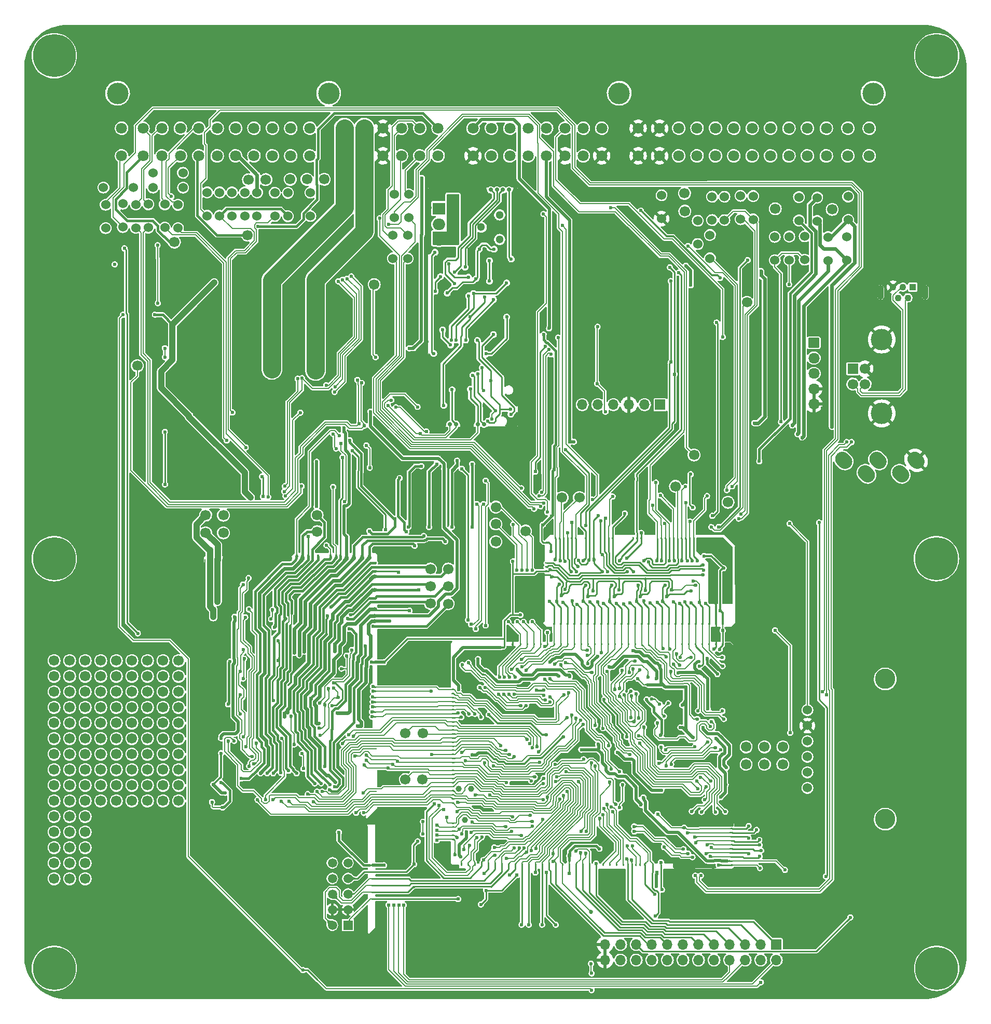
<source format=gbl>
G75*
G70*
%OFA0B0*%
%FSLAX25Y25*%
%IPPOS*%
%LPD*%
%AMOC8*
5,1,8,0,0,1.08239X$1,22.5*
%
%AMM197*
21,1,0.009840,0.009840,-0.000000,-0.000000,270.000000*
21,1,0.000000,0.019680,-0.000000,-0.000000,270.000000*
1,1,0.009840,-0.004920,-0.000000*
1,1,0.009840,-0.004920,-0.000000*
1,1,0.009840,0.004920,-0.000000*
1,1,0.009840,0.004920,-0.000000*
%
%AMM198*
21,1,0.009840,0.009840,-0.000000,-0.000000,180.000000*
21,1,0.000000,0.019680,-0.000000,-0.000000,180.000000*
1,1,0.009840,-0.000000,0.004920*
1,1,0.009840,-0.000000,0.004920*
1,1,0.009840,-0.000000,-0.004920*
1,1,0.009840,-0.000000,-0.004920*
%
%AMM302*
21,1,0.007870,1.133860,-0.000000,-0.000000,0.000000*
21,1,0.000000,1.141730,-0.000000,-0.000000,0.000000*
1,1,0.007870,-0.000000,-0.566930*
1,1,0.007870,-0.000000,-0.566930*
1,1,0.007870,-0.000000,0.566930*
1,1,0.007870,-0.000000,0.566930*
%
%AMM303*
21,1,0.009840,0.009840,-0.000000,-0.000000,90.000000*
21,1,0.000000,0.019680,-0.000000,-0.000000,90.000000*
1,1,0.009840,0.004920,-0.000000*
1,1,0.009840,0.004920,-0.000000*
1,1,0.009840,-0.004920,-0.000000*
1,1,0.009840,-0.004920,-0.000000*
%
%AMM340*
21,1,0.039370,0.007870,-0.000000,-0.000000,315.000000*
1,1,0.007870,-0.013920,0.013920*
1,1,0.007870,0.013920,-0.013920*
%
%AMM347*
21,1,0.007870,0.287010,-0.000000,0.000000,270.000000*
21,1,0.000000,0.294880,-0.000000,0.000000,270.000000*
1,1,0.007870,-0.143500,0.000000*
1,1,0.007870,-0.143500,0.000000*
1,1,0.007870,0.143500,0.000000*
1,1,0.007870,0.143500,0.000000*
%
%AMM348*
21,1,0.007870,0.078350,-0.000000,0.000000,225.000000*
21,1,0.000000,0.086220,-0.000000,0.000000,225.000000*
1,1,0.007870,-0.027700,0.027700*
1,1,0.007870,-0.027700,0.027700*
1,1,0.007870,0.027700,-0.027700*
1,1,0.007870,0.027700,-0.027700*
%
%AMM349*
21,1,0.007870,0.643700,-0.000000,0.000000,0.000000*
21,1,0.000000,0.651580,-0.000000,0.000000,0.000000*
1,1,0.007870,-0.000000,-0.321850*
1,1,0.007870,-0.000000,-0.321850*
1,1,0.007870,-0.000000,0.321850*
1,1,0.007870,-0.000000,0.321850*
%
%AMM351*
21,1,0.009840,0.009840,-0.000000,0.000000,270.000000*
21,1,0.000000,0.019680,-0.000000,0.000000,270.000000*
1,1,0.009840,-0.004920,0.000000*
1,1,0.009840,-0.004920,0.000000*
1,1,0.009840,0.004920,0.000000*
1,1,0.009840,0.004920,0.000000*
%
%AMM352*
21,1,0.007870,0.361020,-0.000000,0.000000,90.000000*
21,1,0.000000,0.368900,-0.000000,0.000000,90.000000*
1,1,0.007870,0.180510,0.000000*
1,1,0.007870,0.180510,0.000000*
1,1,0.007870,-0.180510,0.000000*
1,1,0.007870,-0.180510,0.000000*
%
%AMM353*
21,1,0.007870,0.023620,-0.000000,0.000000,315.000000*
21,1,0.000000,0.031500,-0.000000,0.000000,315.000000*
1,1,0.007870,-0.008350,-0.008350*
1,1,0.007870,-0.008350,-0.008350*
1,1,0.007870,0.008350,0.008350*
1,1,0.007870,0.008350,0.008350*
%
%ADD100C,0.00800*%
%ADD101C,0.01969*%
%ADD107C,0.00984*%
%ADD110C,0.01181*%
%ADD119O,0.00787X1.60630*%
%ADD120O,1.00787X0.00787*%
%ADD121O,0.44882X0.04331*%
%ADD122O,0.01575X0.02362*%
%ADD123O,0.02362X0.03150*%
%ADD124O,0.02362X0.01575*%
%ADD125O,0.01575X0.00787*%
%ADD126R,0.38386X0.00984*%
%ADD127R,0.19882X0.00984*%
%ADD157C,0.01968*%
%ADD17C,0.02362*%
%ADD19C,0.06000*%
%ADD20C,0.06693*%
%ADD206C,0.03900*%
%ADD21R,0.06693X0.06693*%
%ADD22O,0.06693X0.06693*%
%ADD255C,0.05118*%
%ADD287R,0.05906X0.05906*%
%ADD33O,0.03937X0.05906*%
%ADD34O,0.03150X0.02362*%
%ADD35C,0.13780*%
%ADD36C,0.07087*%
%ADD37R,0.04331X0.04331*%
%ADD38C,0.04331*%
%ADD39O,0.04331X0.09449*%
%ADD416M197*%
%ADD417M198*%
%ADD45C,0.13000*%
%ADD50C,0.27559*%
%ADD529M302*%
%ADD530M303*%
%ADD582M340*%
%ADD590M347*%
%ADD591M348*%
%ADD592M349*%
%ADD595M351*%
%ADD596M352*%
%ADD597M353*%
%ADD62C,0.02756*%
%ADD63C,0.11811*%
%ADD644R,0.07874X0.07500*%
%ADD645O,0.07874X0.07500*%
%ADD66R,0.08858X0.00984*%
%ADD68R,0.00984X1.54528*%
%ADD69R,0.12205X0.00984*%
%ADD70R,0.03740X0.00984*%
%ADD89O,0.07283X0.06693*%
%ADD90C,0.02700*%
%ADD91C,0.05906*%
%ADD92C,0.02400*%
%ADD93C,0.03937*%
%ADD94C,0.00787*%
%ADD95C,0.01575*%
%ADD96C,0.01000*%
%ADD98C,0.02000*%
%ADD99C,0.07874*%
X0000000Y0000000D02*
%LPD*%
G01*
D17*
X0297120Y0070059D03*
X0303321Y0050748D03*
X0353337Y0050784D03*
X0319955Y0048110D03*
X0324581Y0048110D03*
X0333144Y0048110D03*
X0341904Y0048110D03*
D19*
X0237251Y0475789D03*
X0237251Y0490789D03*
X0150007Y0503151D03*
X0150007Y0518151D03*
D20*
X0245285Y0141379D03*
X0245285Y0170915D03*
D21*
X0408865Y0381911D03*
D22*
X0398865Y0381911D03*
X0388865Y0381911D03*
X0378865Y0381911D03*
X0368865Y0381911D03*
X0358865Y0381911D03*
D20*
X0144455Y0526360D03*
X0079567Y0177549D03*
X0079567Y0187549D03*
X0079567Y0197549D03*
X0079567Y0207549D03*
X0079567Y0217549D03*
X0089567Y0177549D03*
X0089567Y0187549D03*
X0089567Y0197549D03*
X0089567Y0207549D03*
X0089567Y0217549D03*
X0099567Y0177549D03*
X0099567Y0187549D03*
X0099567Y0197549D03*
X0099567Y0207549D03*
X0099567Y0217549D03*
X0225243Y0459037D03*
X0096857Y0486241D03*
X0116936Y0311045D03*
X0049567Y0127549D03*
X0049567Y0137549D03*
X0049567Y0147549D03*
X0049567Y0157549D03*
X0049567Y0167549D03*
X0059567Y0127549D03*
X0059567Y0137549D03*
X0059567Y0147549D03*
X0059567Y0157549D03*
X0059567Y0167549D03*
X0069567Y0127549D03*
X0069567Y0137549D03*
X0069567Y0147549D03*
X0069567Y0157549D03*
X0069567Y0167549D03*
D119*
X0116601Y0200223D03*
D120*
X0169356Y0117448D03*
G36*
G01*
X0116885Y0120516D02*
X0119669Y0117732D01*
G75*
G02*
X0119669Y0117175I-000278J-000278D01*
G01*
X0119669Y0117175D01*
G75*
G02*
X0119112Y0117175I-000278J0000278D01*
G01*
X0116328Y0119959D01*
G75*
G02*
X0116328Y0120516I0000278J0000278D01*
G01*
X0116328Y0120516D01*
G75*
G02*
X0116885Y0120516I0000278J-000278D01*
G01*
G37*
D33*
X0119744Y0282846D03*
X0124688Y0282846D03*
D121*
X0150059Y0283339D03*
D122*
X0175453Y0284520D03*
D123*
X0179291Y0284126D03*
D122*
X0182716Y0284520D03*
X0185591Y0284520D03*
X0189113Y0284520D03*
X0197283Y0284520D03*
X0200826Y0284520D03*
X0203622Y0284520D03*
D123*
X0207638Y0284126D03*
X0212264Y0284126D03*
X0217579Y0284126D03*
X0222205Y0284126D03*
D124*
X0225748Y0280464D03*
X0225748Y0277728D03*
X0225748Y0275050D03*
D34*
X0225374Y0271823D03*
D124*
X0225748Y0266684D03*
D34*
X0225374Y0262866D03*
D124*
X0225748Y0257846D03*
X0225748Y0255287D03*
D34*
X0225374Y0250563D03*
X0225374Y0246331D03*
X0225374Y0242886D03*
D124*
X0225748Y0239638D03*
X0225748Y0216606D03*
D125*
X0226161Y0200642D03*
X0226161Y0198043D03*
X0226161Y0193870D03*
X0226161Y0191098D03*
X0226161Y0187948D03*
X0226161Y0184799D03*
X0226161Y0181665D03*
X0226161Y0173024D03*
X0226161Y0171291D03*
X0226161Y0169559D03*
X0226161Y0167827D03*
X0226161Y0166095D03*
X0226161Y0164362D03*
X0226161Y0162630D03*
X0226161Y0160898D03*
X0226161Y0156469D03*
X0226161Y0153870D03*
X0226161Y0151272D03*
X0226161Y0148673D03*
X0226161Y0135268D03*
X0226161Y0133535D03*
X0226161Y0131803D03*
X0226161Y0130071D03*
X0226161Y0128339D03*
X0226161Y0126606D03*
X0226161Y0124874D03*
D19*
X0117920Y0503151D03*
X0117920Y0518151D03*
D20*
X0272841Y0254155D03*
D19*
X0442329Y0500395D03*
X0442329Y0515395D03*
D20*
X0193156Y0526596D03*
D19*
X0083077Y0530730D03*
X0102369Y0530730D03*
X0440951Y0475789D03*
X0440951Y0490789D03*
X0125991Y0503151D03*
X0125991Y0518151D03*
X0052721Y0495293D03*
X0052721Y0510293D03*
D35*
X0545831Y0581810D03*
X0060398Y0581810D03*
X0196027Y0581810D03*
X0382642Y0581810D03*
D36*
X0062957Y0541650D03*
X0076727Y0541650D03*
X0088937Y0541650D03*
X0100747Y0541650D03*
X0112557Y0541650D03*
X0124367Y0541650D03*
X0136177Y0541650D03*
X0147987Y0541650D03*
X0159797Y0541650D03*
X0171607Y0541650D03*
X0183817Y0541650D03*
X0062957Y0559370D03*
X0076727Y0559370D03*
X0088937Y0559370D03*
X0100747Y0559370D03*
X0112557Y0559370D03*
X0124367Y0559370D03*
X0136177Y0559370D03*
X0147987Y0559370D03*
X0159797Y0559370D03*
X0171607Y0559370D03*
X0183817Y0559370D03*
X0288744Y0541650D03*
X0300554Y0541650D03*
X0312364Y0541650D03*
X0324174Y0541650D03*
X0335994Y0541650D03*
X0347804Y0541650D03*
X0359614Y0541650D03*
X0371424Y0541650D03*
X0288744Y0559370D03*
X0300554Y0559370D03*
X0312364Y0559370D03*
X0324174Y0559370D03*
X0335994Y0559370D03*
X0347804Y0559370D03*
X0359614Y0559370D03*
X0371424Y0559370D03*
X0394834Y0541650D03*
X0408614Y0541650D03*
X0420834Y0541650D03*
X0432644Y0541650D03*
X0444454Y0541650D03*
X0456264Y0541650D03*
X0468074Y0541650D03*
X0479884Y0541650D03*
X0491694Y0541650D03*
X0503504Y0541650D03*
X0515714Y0541650D03*
X0529494Y0541650D03*
X0543274Y0541650D03*
X0394834Y0559370D03*
X0408614Y0559370D03*
X0420834Y0559370D03*
X0432644Y0559370D03*
X0444454Y0559370D03*
X0456264Y0559370D03*
X0468074Y0559370D03*
X0479884Y0559370D03*
X0491694Y0559370D03*
X0503504Y0559370D03*
X0515714Y0559370D03*
X0529494Y0559370D03*
X0543274Y0559370D03*
X0207248Y0541650D03*
X0219058Y0541650D03*
X0230868Y0541650D03*
X0242678Y0541650D03*
X0254498Y0541650D03*
X0266308Y0541650D03*
X0207248Y0559370D03*
X0219058Y0559370D03*
X0230868Y0559370D03*
X0242678Y0559370D03*
X0254498Y0559370D03*
X0266308Y0559370D03*
D20*
X0303353Y0305336D03*
X0357054Y0322304D03*
X0128353Y0299627D03*
X0475991Y0162226D03*
D19*
X0501778Y0475001D03*
X0501778Y0490001D03*
D37*
X0571266Y0457403D03*
D38*
X0568117Y0450513D03*
X0564967Y0457403D03*
X0561818Y0450513D03*
X0558668Y0457403D03*
D39*
X0579337Y0453958D03*
X0550597Y0453958D03*
D20*
X0452526Y0319273D03*
X0303353Y0316163D03*
D19*
X0246778Y0475749D03*
X0246778Y0490749D03*
D20*
X0464692Y0447659D03*
X0475991Y0151064D03*
X0261424Y0265375D03*
D21*
X0532743Y0404942D03*
D20*
X0532743Y0395100D03*
X0540617Y0395100D03*
X0540617Y0404942D03*
D35*
X0551286Y0376320D03*
X0551286Y0423722D03*
D20*
X0256349Y0170906D03*
X0487802Y0151064D03*
D17*
X0234091Y0381397D03*
X0236158Y0384842D03*
X0239110Y0380216D03*
X0253087Y0380511D03*
D45*
X0553550Y0205867D03*
X0553550Y0115867D03*
D19*
X0503550Y0185867D03*
X0503550Y0175867D03*
X0503550Y0165867D03*
X0503550Y0155867D03*
X0503550Y0145867D03*
X0503550Y0135867D03*
X0516936Y0489450D03*
X0516936Y0474450D03*
D20*
X0019567Y0177549D03*
X0019567Y0187549D03*
X0019567Y0197549D03*
X0019567Y0207549D03*
X0019567Y0217549D03*
X0029567Y0177549D03*
X0029567Y0187549D03*
X0029567Y0197549D03*
X0029567Y0207549D03*
X0029567Y0217549D03*
X0039567Y0177549D03*
X0039567Y0187549D03*
X0039567Y0197549D03*
X0039567Y0207549D03*
X0039567Y0217549D03*
X0171306Y0526596D03*
D17*
X0406667Y0072652D03*
X0410112Y0070585D03*
X0405486Y0067632D03*
X0405782Y0053656D03*
D20*
X0116936Y0299627D03*
X0182054Y0526556D03*
X0188589Y0300415D03*
D19*
X0072093Y0495474D03*
X0072093Y0510474D03*
D50*
X0019685Y0020079D03*
G36*
G01*
X0220875Y0110676D02*
X0184772Y0110676D01*
G75*
G02*
X0184379Y0111070I0000000J0000394D01*
G01*
X0184379Y0111070D01*
G75*
G02*
X0184772Y0111463I0000394J0000000D01*
G01*
X0220875Y0111463D01*
G75*
G02*
X0221269Y0111070I0000000J-000394D01*
G01*
X0221269Y0111070D01*
G75*
G02*
X0220875Y0110676I-000394J0000000D01*
G01*
G37*
G36*
G01*
X0185021Y0046866D02*
X0190561Y0041326D01*
G75*
G02*
X0190561Y0040769I-000278J-000278D01*
G01*
X0190561Y0040769D01*
G75*
G02*
X0190004Y0040769I-000278J0000278D01*
G01*
X0184464Y0046309D01*
G75*
G02*
X0184464Y0046866I0000278J0000278D01*
G01*
X0184464Y0046866D01*
G75*
G02*
X0185021Y0046866I0000278J-000278D01*
G01*
G37*
G36*
G01*
X0218875Y0041342D02*
X0220545Y0043012D01*
G75*
G02*
X0221102Y0043012I0000278J-000278D01*
G01*
X0221102Y0043012D01*
G75*
G02*
X0221102Y0042455I-000278J-000278D01*
G01*
X0219431Y0040785D01*
G75*
G02*
X0218875Y0040785I-000278J0000278D01*
G01*
X0218875Y0040785D01*
G75*
G02*
X0218875Y0041342I0000278J0000278D01*
G01*
G37*
G36*
G01*
X0184340Y0046613D02*
X0184340Y0110983D01*
G75*
G02*
X0184734Y0111377I0000394J0000000D01*
G01*
X0184734Y0111377D01*
G75*
G02*
X0185128Y0110983I0000000J-000394D01*
G01*
X0185128Y0046613D01*
G75*
G02*
X0184734Y0046220I-000394J0000000D01*
G01*
X0184734Y0046220D01*
G75*
G02*
X0184340Y0046613I0000000J0000394D01*
G01*
G37*
G36*
G01*
X0190400Y0041414D02*
X0219101Y0041414D01*
G75*
G02*
X0219494Y0041021I0000000J-000394D01*
G01*
X0219494Y0041021D01*
G75*
G02*
X0219101Y0040627I-000394J0000000D01*
G01*
X0190400Y0040627D01*
G75*
G02*
X0190006Y0041021I0000000J0000394D01*
G01*
X0190006Y0041021D01*
G75*
G02*
X0190400Y0041414I0000394J0000000D01*
G01*
G37*
G36*
G01*
X0223638Y0086788D02*
X0224622Y0086788D01*
G75*
G02*
X0225114Y0086296I0000000J-000492D01*
G01*
X0225114Y0086296D01*
G75*
G02*
X0224622Y0085804I-000492J0000000D01*
G01*
X0223638Y0085804D01*
G75*
G02*
X0223146Y0086296I0000000J0000492D01*
G01*
X0223146Y0086296D01*
G75*
G02*
X0223638Y0086788I0000492J0000000D01*
G01*
G37*
G36*
G01*
X0223638Y0082458D02*
X0224622Y0082458D01*
G75*
G02*
X0225114Y0081965I0000000J-000492D01*
G01*
X0225114Y0081965D01*
G75*
G02*
X0224622Y0081473I-000492J0000000D01*
G01*
X0223638Y0081473D01*
G75*
G02*
X0223146Y0081965I0000000J0000492D01*
G01*
X0223146Y0081965D01*
G75*
G02*
X0223638Y0082458I0000492J0000000D01*
G01*
G37*
G36*
G01*
X0223638Y0078127D02*
X0224622Y0078127D01*
G75*
G02*
X0225114Y0077635I0000000J-000492D01*
G01*
X0225114Y0077635D01*
G75*
G02*
X0224622Y0077143I-000492J0000000D01*
G01*
X0223638Y0077143D01*
G75*
G02*
X0223146Y0077635I0000000J0000492D01*
G01*
X0223146Y0077635D01*
G75*
G02*
X0223638Y0078127I0000492J0000000D01*
G01*
G37*
G36*
G01*
X0223638Y0073796D02*
X0224622Y0073796D01*
G75*
G02*
X0225114Y0073304I0000000J-000492D01*
G01*
X0225114Y0073304D01*
G75*
G02*
X0224622Y0072812I-000492J0000000D01*
G01*
X0223638Y0072812D01*
G75*
G02*
X0223146Y0073304I0000000J0000492D01*
G01*
X0223146Y0073304D01*
G75*
G02*
X0223638Y0073796I0000492J0000000D01*
G01*
G37*
G36*
G01*
X0223638Y0069465D02*
X0224622Y0069465D01*
G75*
G02*
X0225114Y0068973I0000000J-000492D01*
G01*
X0225114Y0068973D01*
G75*
G02*
X0224622Y0068481I-000492J0000000D01*
G01*
X0223638Y0068481D01*
G75*
G02*
X0223146Y0068973I0000000J0000492D01*
G01*
X0223146Y0068973D01*
G75*
G02*
X0223638Y0069465I0000492J0000000D01*
G01*
G37*
G36*
G01*
X0223638Y0065135D02*
X0224622Y0065135D01*
G75*
G02*
X0225114Y0064643I0000000J-000492D01*
G01*
X0225114Y0064643D01*
G75*
G02*
X0224622Y0064151I-000492J0000000D01*
G01*
X0223638Y0064151D01*
G75*
G02*
X0223146Y0064643I0000000J0000492D01*
G01*
X0223146Y0064643D01*
G75*
G02*
X0223638Y0065135I0000492J0000000D01*
G01*
G37*
D20*
X0322492Y0300812D03*
X0487802Y0162226D03*
X0519495Y0507304D03*
X0019567Y0077549D03*
X0019567Y0087549D03*
X0019567Y0097549D03*
X0019567Y0107549D03*
X0019567Y0117549D03*
X0029567Y0077549D03*
X0029567Y0087549D03*
X0029567Y0097549D03*
X0029567Y0107549D03*
X0029567Y0117549D03*
X0039567Y0077549D03*
X0039567Y0087549D03*
X0039567Y0097549D03*
X0039567Y0107549D03*
X0039567Y0117549D03*
G36*
G01*
X0335286Y0273039D02*
X0336270Y0273039D01*
G75*
G02*
X0336762Y0272547I0000000J-000492D01*
G01*
X0336762Y0272547D01*
G75*
G02*
X0336270Y0272054I-000492J0000000D01*
G01*
X0335286Y0272054D01*
G75*
G02*
X0334794Y0272547I0000000J0000492D01*
G01*
X0334794Y0272547D01*
G75*
G02*
X0335286Y0273039I0000492J0000000D01*
G01*
G37*
G36*
G01*
X0335286Y0275637D02*
X0336270Y0275637D01*
G75*
G02*
X0336762Y0275145I0000000J-000492D01*
G01*
X0336762Y0275145D01*
G75*
G02*
X0336270Y0274653I-000492J0000000D01*
G01*
X0335286Y0274653D01*
G75*
G02*
X0334794Y0275145I0000000J0000492D01*
G01*
X0334794Y0275145D01*
G75*
G02*
X0335286Y0275637I0000492J0000000D01*
G01*
G37*
G36*
G01*
X0335286Y0278236D02*
X0336270Y0278236D01*
G75*
G02*
X0336762Y0277743I0000000J-000492D01*
G01*
X0336762Y0277743D01*
G75*
G02*
X0336270Y0277251I-000492J0000000D01*
G01*
X0335286Y0277251D01*
G75*
G02*
X0334794Y0277743I0000000J0000492D01*
G01*
X0334794Y0277743D01*
G75*
G02*
X0335286Y0278236I0000492J0000000D01*
G01*
G37*
G36*
G01*
X0335286Y0280834D02*
X0336270Y0280834D01*
G75*
G02*
X0336762Y0280342I0000000J-000492D01*
G01*
X0336762Y0280342D01*
G75*
G02*
X0336270Y0279850I-000492J0000000D01*
G01*
X0335286Y0279850D01*
G75*
G02*
X0334794Y0280342I0000000J0000492D01*
G01*
X0334794Y0280342D01*
G75*
G02*
X0335286Y0280834I0000492J0000000D01*
G01*
G37*
G36*
G01*
X0335286Y0293826D02*
X0336270Y0293826D01*
G75*
G02*
X0336762Y0293334I0000000J-000492D01*
G01*
X0336762Y0293334D01*
G75*
G02*
X0336270Y0292842I-000492J0000000D01*
G01*
X0335286Y0292842D01*
G75*
G02*
X0334794Y0293334I0000000J0000492D01*
G01*
X0334794Y0293334D01*
G75*
G02*
X0335286Y0293826I0000492J0000000D01*
G01*
G37*
G36*
G01*
X0448554Y0240681D02*
X0448554Y0241665D01*
G75*
G02*
X0449046Y0242158I0000492J0000000D01*
G01*
X0449046Y0242158D01*
G75*
G02*
X0449538Y0241665I0000000J-000492D01*
G01*
X0449538Y0240681D01*
G75*
G02*
X0449046Y0240189I-000492J0000000D01*
G01*
X0449046Y0240189D01*
G75*
G02*
X0448554Y0240681I0000000J0000492D01*
G01*
G37*
G36*
G01*
X0445207Y0241665D02*
X0445207Y0240681D01*
G75*
G02*
X0444715Y0240189I-000492J0000000D01*
G01*
X0444715Y0240189D01*
G75*
G02*
X0444223Y0240681I0000000J0000492D01*
G01*
X0444223Y0241665D01*
G75*
G02*
X0444715Y0242158I0000492J0000000D01*
G01*
X0444715Y0242158D01*
G75*
G02*
X0445207Y0241665I0000000J-000492D01*
G01*
G37*
G36*
G01*
X0440877Y0241665D02*
X0440877Y0240681D01*
G75*
G02*
X0440384Y0240189I-000492J0000000D01*
G01*
X0440384Y0240189D01*
G75*
G02*
X0439892Y0240681I0000000J0000492D01*
G01*
X0439892Y0241665D01*
G75*
G02*
X0440384Y0242158I0000492J0000000D01*
G01*
X0440384Y0242158D01*
G75*
G02*
X0440877Y0241665I0000000J-000492D01*
G01*
G37*
G36*
G01*
X0436546Y0241665D02*
X0436546Y0240681D01*
G75*
G02*
X0436054Y0240189I-000492J0000000D01*
G01*
X0436054Y0240189D01*
G75*
G02*
X0435562Y0240681I0000000J0000492D01*
G01*
X0435562Y0241665D01*
G75*
G02*
X0436054Y0242158I0000492J0000000D01*
G01*
X0436054Y0242158D01*
G75*
G02*
X0436546Y0241665I0000000J-000492D01*
G01*
G37*
G36*
G01*
X0432215Y0241665D02*
X0432215Y0240681D01*
G75*
G02*
X0431723Y0240189I-000492J0000000D01*
G01*
X0431723Y0240189D01*
G75*
G02*
X0431231Y0240681I0000000J0000492D01*
G01*
X0431231Y0241665D01*
G75*
G02*
X0431723Y0242158I0000492J0000000D01*
G01*
X0431723Y0242158D01*
G75*
G02*
X0432215Y0241665I0000000J-000492D01*
G01*
G37*
G36*
G01*
X0427884Y0241665D02*
X0427884Y0240681D01*
G75*
G02*
X0427392Y0240189I-000492J0000000D01*
G01*
X0427392Y0240189D01*
G75*
G02*
X0426900Y0240681I0000000J0000492D01*
G01*
X0426900Y0241665D01*
G75*
G02*
X0427392Y0242158I0000492J0000000D01*
G01*
X0427392Y0242158D01*
G75*
G02*
X0427884Y0241665I0000000J-000492D01*
G01*
G37*
G36*
G01*
X0423554Y0241665D02*
X0423554Y0240681D01*
G75*
G02*
X0423062Y0240189I-000492J0000000D01*
G01*
X0423062Y0240189D01*
G75*
G02*
X0422569Y0240681I0000000J0000492D01*
G01*
X0422569Y0241665D01*
G75*
G02*
X0423062Y0242158I0000492J0000000D01*
G01*
X0423062Y0242158D01*
G75*
G02*
X0423554Y0241665I0000000J-000492D01*
G01*
G37*
G36*
G01*
X0419223Y0241665D02*
X0419223Y0240681D01*
G75*
G02*
X0418731Y0240189I-000492J0000000D01*
G01*
X0418731Y0240189D01*
G75*
G02*
X0418239Y0240681I0000000J0000492D01*
G01*
X0418239Y0241665D01*
G75*
G02*
X0418731Y0242158I0000492J0000000D01*
G01*
X0418731Y0242158D01*
G75*
G02*
X0419223Y0241665I0000000J-000492D01*
G01*
G37*
G36*
G01*
X0414892Y0241665D02*
X0414892Y0240681D01*
G75*
G02*
X0414400Y0240189I-000492J0000000D01*
G01*
X0414400Y0240189D01*
G75*
G02*
X0413908Y0240681I0000000J0000492D01*
G01*
X0413908Y0241665D01*
G75*
G02*
X0414400Y0242158I0000492J0000000D01*
G01*
X0414400Y0242158D01*
G75*
G02*
X0414892Y0241665I0000000J-000492D01*
G01*
G37*
G36*
G01*
X0410562Y0241665D02*
X0410562Y0240681D01*
G75*
G02*
X0410069Y0240189I-000492J0000000D01*
G01*
X0410069Y0240189D01*
G75*
G02*
X0409577Y0240681I0000000J0000492D01*
G01*
X0409577Y0241665D01*
G75*
G02*
X0410069Y0242158I0000492J0000000D01*
G01*
X0410069Y0242158D01*
G75*
G02*
X0410562Y0241665I0000000J-000492D01*
G01*
G37*
G36*
G01*
X0406231Y0241665D02*
X0406231Y0240681D01*
G75*
G02*
X0405739Y0240189I-000492J0000000D01*
G01*
X0405739Y0240189D01*
G75*
G02*
X0405247Y0240681I0000000J0000492D01*
G01*
X0405247Y0241665D01*
G75*
G02*
X0405739Y0242158I0000492J0000000D01*
G01*
X0405739Y0242158D01*
G75*
G02*
X0406231Y0241665I0000000J-000492D01*
G01*
G37*
G36*
G01*
X0401900Y0241665D02*
X0401900Y0240681D01*
G75*
G02*
X0401408Y0240189I-000492J0000000D01*
G01*
X0401408Y0240189D01*
G75*
G02*
X0400916Y0240681I0000000J0000492D01*
G01*
X0400916Y0241665D01*
G75*
G02*
X0401408Y0242158I0000492J0000000D01*
G01*
X0401408Y0242158D01*
G75*
G02*
X0401900Y0241665I0000000J-000492D01*
G01*
G37*
G36*
G01*
X0397570Y0241665D02*
X0397570Y0240681D01*
G75*
G02*
X0397077Y0240189I-000492J0000000D01*
G01*
X0397077Y0240189D01*
G75*
G02*
X0396585Y0240681I0000000J0000492D01*
G01*
X0396585Y0241665D01*
G75*
G02*
X0397077Y0242158I0000492J0000000D01*
G01*
X0397077Y0242158D01*
G75*
G02*
X0397570Y0241665I0000000J-000492D01*
G01*
G37*
G36*
G01*
X0393239Y0241665D02*
X0393239Y0240681D01*
G75*
G02*
X0392747Y0240189I-000492J0000000D01*
G01*
X0392747Y0240189D01*
G75*
G02*
X0392255Y0240681I0000000J0000492D01*
G01*
X0392255Y0241665D01*
G75*
G02*
X0392747Y0242158I0000492J0000000D01*
G01*
X0392747Y0242158D01*
G75*
G02*
X0393239Y0241665I0000000J-000492D01*
G01*
G37*
G36*
G01*
X0388908Y0241665D02*
X0388908Y0240681D01*
G75*
G02*
X0388416Y0240189I-000492J0000000D01*
G01*
X0388416Y0240189D01*
G75*
G02*
X0387924Y0240681I0000000J0000492D01*
G01*
X0387924Y0241665D01*
G75*
G02*
X0388416Y0242158I0000492J0000000D01*
G01*
X0388416Y0242158D01*
G75*
G02*
X0388908Y0241665I0000000J-000492D01*
G01*
G37*
G36*
G01*
X0384577Y0241665D02*
X0384577Y0240681D01*
G75*
G02*
X0384085Y0240189I-000492J0000000D01*
G01*
X0384085Y0240189D01*
G75*
G02*
X0383593Y0240681I0000000J0000492D01*
G01*
X0383593Y0241665D01*
G75*
G02*
X0384085Y0242158I0000492J0000000D01*
G01*
X0384085Y0242158D01*
G75*
G02*
X0384577Y0241665I0000000J-000492D01*
G01*
G37*
G36*
G01*
X0380247Y0241665D02*
X0380247Y0240681D01*
G75*
G02*
X0379755Y0240189I-000492J0000000D01*
G01*
X0379755Y0240189D01*
G75*
G02*
X0379262Y0240681I0000000J0000492D01*
G01*
X0379262Y0241665D01*
G75*
G02*
X0379755Y0242158I0000492J0000000D01*
G01*
X0379755Y0242158D01*
G75*
G02*
X0380247Y0241665I0000000J-000492D01*
G01*
G37*
G36*
G01*
X0375916Y0241665D02*
X0375916Y0240681D01*
G75*
G02*
X0375424Y0240189I-000492J0000000D01*
G01*
X0375424Y0240189D01*
G75*
G02*
X0374932Y0240681I0000000J0000492D01*
G01*
X0374932Y0241665D01*
G75*
G02*
X0375424Y0242158I0000492J0000000D01*
G01*
X0375424Y0242158D01*
G75*
G02*
X0375916Y0241665I0000000J-000492D01*
G01*
G37*
G36*
G01*
X0371585Y0241665D02*
X0371585Y0240681D01*
G75*
G02*
X0371093Y0240189I-000492J0000000D01*
G01*
X0371093Y0240189D01*
G75*
G02*
X0370601Y0240681I0000000J0000492D01*
G01*
X0370601Y0241665D01*
G75*
G02*
X0371093Y0242158I0000492J0000000D01*
G01*
X0371093Y0242158D01*
G75*
G02*
X0371585Y0241665I0000000J-000492D01*
G01*
G37*
G36*
G01*
X0367255Y0241665D02*
X0367255Y0240681D01*
G75*
G02*
X0366762Y0240189I-000492J0000000D01*
G01*
X0366762Y0240189D01*
G75*
G02*
X0366270Y0240681I0000000J0000492D01*
G01*
X0366270Y0241665D01*
G75*
G02*
X0366762Y0242158I0000492J0000000D01*
G01*
X0366762Y0242158D01*
G75*
G02*
X0367255Y0241665I0000000J-000492D01*
G01*
G37*
G36*
G01*
X0362924Y0241665D02*
X0362924Y0240681D01*
G75*
G02*
X0362432Y0240189I-000492J0000000D01*
G01*
X0362432Y0240189D01*
G75*
G02*
X0361940Y0240681I0000000J0000492D01*
G01*
X0361940Y0241665D01*
G75*
G02*
X0362432Y0242158I0000492J0000000D01*
G01*
X0362432Y0242158D01*
G75*
G02*
X0362924Y0241665I0000000J-000492D01*
G01*
G37*
G36*
G01*
X0358593Y0241665D02*
X0358593Y0240681D01*
G75*
G02*
X0358101Y0240189I-000492J0000000D01*
G01*
X0358101Y0240189D01*
G75*
G02*
X0357609Y0240681I0000000J0000492D01*
G01*
X0357609Y0241665D01*
G75*
G02*
X0358101Y0242158I0000492J0000000D01*
G01*
X0358101Y0242158D01*
G75*
G02*
X0358593Y0241665I0000000J-000492D01*
G01*
G37*
G36*
G01*
X0354263Y0241665D02*
X0354263Y0240681D01*
G75*
G02*
X0353770Y0240189I-000492J0000000D01*
G01*
X0353770Y0240189D01*
G75*
G02*
X0353278Y0240681I0000000J0000492D01*
G01*
X0353278Y0241665D01*
G75*
G02*
X0353770Y0242158I0000492J0000000D01*
G01*
X0353770Y0242158D01*
G75*
G02*
X0354263Y0241665I0000000J-000492D01*
G01*
G37*
G36*
G01*
X0349932Y0241665D02*
X0349932Y0240681D01*
G75*
G02*
X0349440Y0240189I-000492J0000000D01*
G01*
X0349440Y0240189D01*
G75*
G02*
X0348948Y0240681I0000000J0000492D01*
G01*
X0348948Y0241665D01*
G75*
G02*
X0349440Y0242158I0000492J0000000D01*
G01*
X0349440Y0242158D01*
G75*
G02*
X0349932Y0241665I0000000J-000492D01*
G01*
G37*
G36*
G01*
X0345601Y0241665D02*
X0345601Y0240681D01*
G75*
G02*
X0345109Y0240189I-000492J0000000D01*
G01*
X0345109Y0240189D01*
G75*
G02*
X0344617Y0240681I0000000J0000492D01*
G01*
X0344617Y0241665D01*
G75*
G02*
X0345109Y0242158I0000492J0000000D01*
G01*
X0345109Y0242158D01*
G75*
G02*
X0345601Y0241665I0000000J-000492D01*
G01*
G37*
G36*
G01*
X0341270Y0241665D02*
X0341270Y0240681D01*
G75*
G02*
X0340778Y0240189I-000492J0000000D01*
G01*
X0340778Y0240189D01*
G75*
G02*
X0340286Y0240681I0000000J0000492D01*
G01*
X0340286Y0241665D01*
G75*
G02*
X0340778Y0242158I0000492J0000000D01*
G01*
X0340778Y0242158D01*
G75*
G02*
X0341270Y0241665I0000000J-000492D01*
G01*
G37*
G36*
G01*
X0342258Y0296634D02*
X0342258Y0295650D01*
G75*
G02*
X0341766Y0295158I-000492J0000000D01*
G01*
X0341766Y0295158D01*
G75*
G02*
X0341274Y0295650I0000000J0000492D01*
G01*
X0341274Y0296634D01*
G75*
G02*
X0341766Y0297126I0000492J0000000D01*
G01*
X0341766Y0297126D01*
G75*
G02*
X0342258Y0296634I0000000J-000492D01*
G01*
G37*
G36*
G01*
X0344857Y0296634D02*
X0344857Y0295650D01*
G75*
G02*
X0344365Y0295158I-000492J0000000D01*
G01*
X0344365Y0295158D01*
G75*
G02*
X0343873Y0295650I0000000J0000492D01*
G01*
X0343873Y0296634D01*
G75*
G02*
X0344365Y0297126I0000492J0000000D01*
G01*
X0344365Y0297126D01*
G75*
G02*
X0344857Y0296634I0000000J-000492D01*
G01*
G37*
G36*
G01*
X0347455Y0296634D02*
X0347455Y0295650D01*
G75*
G02*
X0346963Y0295158I-000492J0000000D01*
G01*
X0346963Y0295158D01*
G75*
G02*
X0346471Y0295650I0000000J0000492D01*
G01*
X0346471Y0296634D01*
G75*
G02*
X0346963Y0297126I0000492J0000000D01*
G01*
X0346963Y0297126D01*
G75*
G02*
X0347455Y0296634I0000000J-000492D01*
G01*
G37*
G36*
G01*
X0350054Y0296634D02*
X0350054Y0295650D01*
G75*
G02*
X0349562Y0295158I-000492J0000000D01*
G01*
X0349562Y0295158D01*
G75*
G02*
X0349069Y0295650I0000000J0000492D01*
G01*
X0349069Y0296634D01*
G75*
G02*
X0349562Y0297126I0000492J0000000D01*
G01*
X0349562Y0297126D01*
G75*
G02*
X0350054Y0296634I0000000J-000492D01*
G01*
G37*
G36*
G01*
X0352652Y0296634D02*
X0352652Y0295650D01*
G75*
G02*
X0352160Y0295158I-000492J0000000D01*
G01*
X0352160Y0295158D01*
G75*
G02*
X0351668Y0295650I0000000J0000492D01*
G01*
X0351668Y0296634D01*
G75*
G02*
X0352160Y0297126I0000492J0000000D01*
G01*
X0352160Y0297126D01*
G75*
G02*
X0352652Y0296634I0000000J-000492D01*
G01*
G37*
G36*
G01*
X0355251Y0296634D02*
X0355251Y0295650D01*
G75*
G02*
X0354758Y0295158I-000492J0000000D01*
G01*
X0354758Y0295158D01*
G75*
G02*
X0354266Y0295650I0000000J0000492D01*
G01*
X0354266Y0296634D01*
G75*
G02*
X0354758Y0297126I0000492J0000000D01*
G01*
X0354758Y0297126D01*
G75*
G02*
X0355251Y0296634I0000000J-000492D01*
G01*
G37*
G36*
G01*
X0361554Y0296634D02*
X0361554Y0295650D01*
G75*
G02*
X0361062Y0295158I-000492J0000000D01*
G01*
X0361062Y0295158D01*
G75*
G02*
X0360569Y0295650I0000000J0000492D01*
G01*
X0360569Y0296634D01*
G75*
G02*
X0361062Y0297126I0000492J0000000D01*
G01*
X0361062Y0297126D01*
G75*
G02*
X0361554Y0296634I0000000J-000492D01*
G01*
G37*
G36*
G01*
X0364152Y0296634D02*
X0364152Y0295650D01*
G75*
G02*
X0363660Y0295158I-000492J0000000D01*
G01*
X0363660Y0295158D01*
G75*
G02*
X0363168Y0295650I0000000J0000492D01*
G01*
X0363168Y0296634D01*
G75*
G02*
X0363660Y0297126I0000492J0000000D01*
G01*
X0363660Y0297126D01*
G75*
G02*
X0364152Y0296634I0000000J-000492D01*
G01*
G37*
G36*
G01*
X0366751Y0296634D02*
X0366751Y0295650D01*
G75*
G02*
X0366258Y0295158I-000492J0000000D01*
G01*
X0366258Y0295158D01*
G75*
G02*
X0365766Y0295650I0000000J0000492D01*
G01*
X0365766Y0296634D01*
G75*
G02*
X0366258Y0297126I0000492J0000000D01*
G01*
X0366258Y0297126D01*
G75*
G02*
X0366751Y0296634I0000000J-000492D01*
G01*
G37*
G36*
G01*
X0371164Y0296634D02*
X0371164Y0295650D01*
G75*
G02*
X0370671Y0295158I-000492J0000000D01*
G01*
X0370671Y0295158D01*
G75*
G02*
X0370179Y0295650I0000000J0000492D01*
G01*
X0370179Y0296634D01*
G75*
G02*
X0370671Y0297126I0000492J0000000D01*
G01*
X0370671Y0297126D01*
G75*
G02*
X0371164Y0296634I0000000J-000492D01*
G01*
G37*
G36*
G01*
X0373762Y0296634D02*
X0373762Y0295650D01*
G75*
G02*
X0373270Y0295158I-000492J0000000D01*
G01*
X0373270Y0295158D01*
G75*
G02*
X0372778Y0295650I0000000J0000492D01*
G01*
X0372778Y0296634D01*
G75*
G02*
X0373270Y0297126I0000492J0000000D01*
G01*
X0373270Y0297126D01*
G75*
G02*
X0373762Y0296634I0000000J-000492D01*
G01*
G37*
G36*
G01*
X0376360Y0296634D02*
X0376360Y0295650D01*
G75*
G02*
X0375868Y0295158I-000492J0000000D01*
G01*
X0375868Y0295158D01*
G75*
G02*
X0375376Y0295650I0000000J0000492D01*
G01*
X0375376Y0296634D01*
G75*
G02*
X0375868Y0297126I0000492J0000000D01*
G01*
X0375868Y0297126D01*
G75*
G02*
X0376360Y0296634I0000000J-000492D01*
G01*
G37*
G36*
G01*
X0378959Y0296634D02*
X0378959Y0295650D01*
G75*
G02*
X0378467Y0295158I-000492J0000000D01*
G01*
X0378467Y0295158D01*
G75*
G02*
X0377975Y0295650I0000000J0000492D01*
G01*
X0377975Y0296634D01*
G75*
G02*
X0378467Y0297126I0000492J0000000D01*
G01*
X0378467Y0297126D01*
G75*
G02*
X0378959Y0296634I0000000J-000492D01*
G01*
G37*
G36*
G01*
X0392054Y0296634D02*
X0392054Y0295650D01*
G75*
G02*
X0391562Y0295158I-000492J0000000D01*
G01*
X0391562Y0295158D01*
G75*
G02*
X0391069Y0295650I0000000J0000492D01*
G01*
X0391069Y0296634D01*
G75*
G02*
X0391562Y0297126I0000492J0000000D01*
G01*
X0391562Y0297126D01*
G75*
G02*
X0392054Y0296634I0000000J-000492D01*
G01*
G37*
G36*
G01*
X0394652Y0296634D02*
X0394652Y0295650D01*
G75*
G02*
X0394160Y0295158I-000492J0000000D01*
G01*
X0394160Y0295158D01*
G75*
G02*
X0393668Y0295650I0000000J0000492D01*
G01*
X0393668Y0296634D01*
G75*
G02*
X0394160Y0297126I0000492J0000000D01*
G01*
X0394160Y0297126D01*
G75*
G02*
X0394652Y0296634I0000000J-000492D01*
G01*
G37*
G36*
G01*
X0397251Y0296634D02*
X0397251Y0295650D01*
G75*
G02*
X0396758Y0295158I-000492J0000000D01*
G01*
X0396758Y0295158D01*
G75*
G02*
X0396266Y0295650I0000000J0000492D01*
G01*
X0396266Y0296634D01*
G75*
G02*
X0396758Y0297126I0000492J0000000D01*
G01*
X0396758Y0297126D01*
G75*
G02*
X0397251Y0296634I0000000J-000492D01*
G01*
G37*
G36*
G01*
X0407668Y0296634D02*
X0407668Y0295650D01*
G75*
G02*
X0407176Y0295158I-000492J0000000D01*
G01*
X0407176Y0295158D01*
G75*
G02*
X0406684Y0295650I0000000J0000492D01*
G01*
X0406684Y0296634D01*
G75*
G02*
X0407176Y0297126I0000492J0000000D01*
G01*
X0407176Y0297126D01*
G75*
G02*
X0407668Y0296634I0000000J-000492D01*
G01*
G37*
G36*
G01*
X0410266Y0296634D02*
X0410266Y0295650D01*
G75*
G02*
X0409774Y0295158I-000492J0000000D01*
G01*
X0409774Y0295158D01*
G75*
G02*
X0409282Y0295650I0000000J0000492D01*
G01*
X0409282Y0296634D01*
G75*
G02*
X0409774Y0297126I0000492J0000000D01*
G01*
X0409774Y0297126D01*
G75*
G02*
X0410266Y0296634I0000000J-000492D01*
G01*
G37*
G36*
G01*
X0412865Y0296634D02*
X0412865Y0295650D01*
G75*
G02*
X0412373Y0295158I-000492J0000000D01*
G01*
X0412373Y0295158D01*
G75*
G02*
X0411880Y0295650I0000000J0000492D01*
G01*
X0411880Y0296634D01*
G75*
G02*
X0412373Y0297126I0000492J0000000D01*
G01*
X0412373Y0297126D01*
G75*
G02*
X0412865Y0296634I0000000J-000492D01*
G01*
G37*
G36*
G01*
X0415463Y0296634D02*
X0415463Y0295650D01*
G75*
G02*
X0414971Y0295158I-000492J0000000D01*
G01*
X0414971Y0295158D01*
G75*
G02*
X0414479Y0295650I0000000J0000492D01*
G01*
X0414479Y0296634D01*
G75*
G02*
X0414971Y0297126I0000492J0000000D01*
G01*
X0414971Y0297126D01*
G75*
G02*
X0415463Y0296634I0000000J-000492D01*
G01*
G37*
G36*
G01*
X0418062Y0296634D02*
X0418062Y0295650D01*
G75*
G02*
X0417569Y0295158I-000492J0000000D01*
G01*
X0417569Y0295158D01*
G75*
G02*
X0417077Y0295650I0000000J0000492D01*
G01*
X0417077Y0296634D01*
G75*
G02*
X0417569Y0297126I0000492J0000000D01*
G01*
X0417569Y0297126D01*
G75*
G02*
X0418062Y0296634I0000000J-000492D01*
G01*
G37*
G36*
G01*
X0420660Y0296634D02*
X0420660Y0295650D01*
G75*
G02*
X0420168Y0295158I-000492J0000000D01*
G01*
X0420168Y0295158D01*
G75*
G02*
X0419676Y0295650I0000000J0000492D01*
G01*
X0419676Y0296634D01*
G75*
G02*
X0420168Y0297126I0000492J0000000D01*
G01*
X0420168Y0297126D01*
G75*
G02*
X0420660Y0296634I0000000J-000492D01*
G01*
G37*
G36*
G01*
X0423258Y0296634D02*
X0423258Y0295650D01*
G75*
G02*
X0422766Y0295158I-000492J0000000D01*
G01*
X0422766Y0295158D01*
G75*
G02*
X0422274Y0295650I0000000J0000492D01*
G01*
X0422274Y0296634D01*
G75*
G02*
X0422766Y0297126I0000492J0000000D01*
G01*
X0422766Y0297126D01*
G75*
G02*
X0423258Y0296634I0000000J-000492D01*
G01*
G37*
G36*
G01*
X0425857Y0296634D02*
X0425857Y0295650D01*
G75*
G02*
X0425365Y0295158I-000492J0000000D01*
G01*
X0425365Y0295158D01*
G75*
G02*
X0424873Y0295650I0000000J0000492D01*
G01*
X0424873Y0296634D01*
G75*
G02*
X0425365Y0297126I0000492J0000000D01*
G01*
X0425365Y0297126D01*
G75*
G02*
X0425857Y0296634I0000000J-000492D01*
G01*
G37*
G36*
G01*
X0428455Y0296634D02*
X0428455Y0295650D01*
G75*
G02*
X0427963Y0295158I-000492J0000000D01*
G01*
X0427963Y0295158D01*
G75*
G02*
X0427471Y0295650I0000000J0000492D01*
G01*
X0427471Y0296634D01*
G75*
G02*
X0427963Y0297126I0000492J0000000D01*
G01*
X0427963Y0297126D01*
G75*
G02*
X0428455Y0296634I0000000J-000492D01*
G01*
G37*
G36*
G01*
X0431054Y0296634D02*
X0431054Y0295650D01*
G75*
G02*
X0430562Y0295158I-000492J0000000D01*
G01*
X0430562Y0295158D01*
G75*
G02*
X0430069Y0295650I0000000J0000492D01*
G01*
X0430069Y0296634D01*
G75*
G02*
X0430562Y0297126I0000492J0000000D01*
G01*
X0430562Y0297126D01*
G75*
G02*
X0431054Y0296634I0000000J-000492D01*
G01*
G37*
D19*
X0080125Y0495553D03*
X0080125Y0510553D03*
X0498130Y0500177D03*
X0498130Y0515177D03*
G36*
G01*
X0275360Y0103401D02*
X0276345Y0103401D01*
G75*
G02*
X0276837Y0102909I0000000J-000492D01*
G01*
X0276837Y0102909D01*
G75*
G02*
X0276345Y0102417I-000492J0000000D01*
G01*
X0275360Y0102417D01*
G75*
G02*
X0274868Y0102909I0000000J0000492D01*
G01*
X0274868Y0102909D01*
G75*
G02*
X0275360Y0103401I0000492J0000000D01*
G01*
G37*
G36*
G01*
X0276345Y0105015D02*
X0275360Y0105015D01*
G75*
G02*
X0274868Y0105507I0000000J0000492D01*
G01*
X0274868Y0105507D01*
G75*
G02*
X0275360Y0105999I0000492J0000000D01*
G01*
X0276345Y0105999D01*
G75*
G02*
X0276837Y0105507I0000000J-000492D01*
G01*
X0276837Y0105507D01*
G75*
G02*
X0276345Y0105015I-000492J0000000D01*
G01*
G37*
G36*
G01*
X0276345Y0107614D02*
X0275360Y0107614D01*
G75*
G02*
X0274868Y0108106I0000000J0000492D01*
G01*
X0274868Y0108106D01*
G75*
G02*
X0275360Y0108598I0000492J0000000D01*
G01*
X0276345Y0108598D01*
G75*
G02*
X0276837Y0108106I0000000J-000492D01*
G01*
X0276837Y0108106D01*
G75*
G02*
X0276345Y0107614I-000492J0000000D01*
G01*
G37*
G36*
G01*
X0276345Y0110212D02*
X0275360Y0110212D01*
G75*
G02*
X0274868Y0110704I0000000J0000492D01*
G01*
X0274868Y0110704D01*
G75*
G02*
X0275360Y0111196I0000492J0000000D01*
G01*
X0276345Y0111196D01*
G75*
G02*
X0276837Y0110704I0000000J-000492D01*
G01*
X0276837Y0110704D01*
G75*
G02*
X0276345Y0110212I-000492J0000000D01*
G01*
G37*
G36*
G01*
X0276345Y0112810D02*
X0275360Y0112810D01*
G75*
G02*
X0274868Y0113303I0000000J0000492D01*
G01*
X0274868Y0113303D01*
G75*
G02*
X0275360Y0113795I0000492J0000000D01*
G01*
X0276345Y0113795D01*
G75*
G02*
X0276837Y0113303I0000000J-000492D01*
G01*
X0276837Y0113303D01*
G75*
G02*
X0276345Y0112810I-000492J0000000D01*
G01*
G37*
G36*
G01*
X0276345Y0125803D02*
X0275360Y0125803D01*
G75*
G02*
X0274868Y0126295I0000000J0000492D01*
G01*
X0274868Y0126295D01*
G75*
G02*
X0275360Y0126787I0000492J0000000D01*
G01*
X0276345Y0126787D01*
G75*
G02*
X0276837Y0126295I0000000J-000492D01*
G01*
X0276837Y0126295D01*
G75*
G02*
X0276345Y0125803I-000492J0000000D01*
G01*
G37*
G36*
G01*
X0276345Y0128401D02*
X0275360Y0128401D01*
G75*
G02*
X0274868Y0128893I0000000J0000492D01*
G01*
X0274868Y0128893D01*
G75*
G02*
X0275360Y0129385I0000492J0000000D01*
G01*
X0276345Y0129385D01*
G75*
G02*
X0276837Y0128893I0000000J-000492D01*
G01*
X0276837Y0128893D01*
G75*
G02*
X0276345Y0128401I-000492J0000000D01*
G01*
G37*
G36*
G01*
X0276345Y0130999D02*
X0275360Y0130999D01*
G75*
G02*
X0274868Y0131492I0000000J0000492D01*
G01*
X0274868Y0131492D01*
G75*
G02*
X0275360Y0131984I0000492J0000000D01*
G01*
X0276345Y0131984D01*
G75*
G02*
X0276837Y0131492I0000000J-000492D01*
G01*
X0276837Y0131492D01*
G75*
G02*
X0276345Y0130999I-000492J0000000D01*
G01*
G37*
G36*
G01*
X0276345Y0133598D02*
X0275360Y0133598D01*
G75*
G02*
X0274868Y0134090I0000000J0000492D01*
G01*
X0274868Y0134090D01*
G75*
G02*
X0275360Y0134582I0000492J0000000D01*
G01*
X0276345Y0134582D01*
G75*
G02*
X0276837Y0134090I0000000J-000492D01*
G01*
X0276837Y0134090D01*
G75*
G02*
X0276345Y0133598I-000492J0000000D01*
G01*
G37*
G36*
G01*
X0276345Y0136196D02*
X0275360Y0136196D01*
G75*
G02*
X0274868Y0136688I0000000J0000492D01*
G01*
X0274868Y0136688D01*
G75*
G02*
X0275360Y0137181I0000492J0000000D01*
G01*
X0276345Y0137181D01*
G75*
G02*
X0276837Y0136688I0000000J-000492D01*
G01*
X0276837Y0136688D01*
G75*
G02*
X0276345Y0136196I-000492J0000000D01*
G01*
G37*
G36*
G01*
X0276345Y0138795D02*
X0275360Y0138795D01*
G75*
G02*
X0274868Y0139287I0000000J0000492D01*
G01*
X0274868Y0139287D01*
G75*
G02*
X0275360Y0139779I0000492J0000000D01*
G01*
X0276345Y0139779D01*
G75*
G02*
X0276837Y0139287I0000000J-000492D01*
G01*
X0276837Y0139287D01*
G75*
G02*
X0276345Y0138795I-000492J0000000D01*
G01*
G37*
G36*
G01*
X0276345Y0141393D02*
X0275360Y0141393D01*
G75*
G02*
X0274868Y0141885I0000000J0000492D01*
G01*
X0274868Y0141885D01*
G75*
G02*
X0275360Y0142377I0000492J0000000D01*
G01*
X0276345Y0142377D01*
G75*
G02*
X0276837Y0141885I0000000J-000492D01*
G01*
X0276837Y0141885D01*
G75*
G02*
X0276345Y0141393I-000492J0000000D01*
G01*
G37*
G36*
G01*
X0276345Y0143992D02*
X0275360Y0143992D01*
G75*
G02*
X0274868Y0144484I0000000J0000492D01*
G01*
X0274868Y0144484D01*
G75*
G02*
X0275360Y0144976I0000492J0000000D01*
G01*
X0276345Y0144976D01*
G75*
G02*
X0276837Y0144484I0000000J-000492D01*
G01*
X0276837Y0144484D01*
G75*
G02*
X0276345Y0143992I-000492J0000000D01*
G01*
G37*
G36*
G01*
X0276345Y0146590D02*
X0275360Y0146590D01*
G75*
G02*
X0274868Y0147082I0000000J0000492D01*
G01*
X0274868Y0147082D01*
G75*
G02*
X0275360Y0147574I0000492J0000000D01*
G01*
X0276345Y0147574D01*
G75*
G02*
X0276837Y0147082I0000000J-000492D01*
G01*
X0276837Y0147082D01*
G75*
G02*
X0276345Y0146590I-000492J0000000D01*
G01*
G37*
G36*
G01*
X0276345Y0149188D02*
X0275360Y0149188D01*
G75*
G02*
X0274868Y0149680I0000000J0000492D01*
G01*
X0274868Y0149680D01*
G75*
G02*
X0275360Y0150173I0000492J0000000D01*
G01*
X0276345Y0150173D01*
G75*
G02*
X0276837Y0149680I0000000J-000492D01*
G01*
X0276837Y0149680D01*
G75*
G02*
X0276345Y0149188I-000492J0000000D01*
G01*
G37*
G36*
G01*
X0276345Y0151787D02*
X0275360Y0151787D01*
G75*
G02*
X0274868Y0152279I0000000J0000492D01*
G01*
X0274868Y0152279D01*
G75*
G02*
X0275360Y0152771I0000492J0000000D01*
G01*
X0276345Y0152771D01*
G75*
G02*
X0276837Y0152279I0000000J-000492D01*
G01*
X0276837Y0152279D01*
G75*
G02*
X0276345Y0151787I-000492J0000000D01*
G01*
G37*
G36*
G01*
X0276345Y0154385D02*
X0275360Y0154385D01*
G75*
G02*
X0274868Y0154877I0000000J0000492D01*
G01*
X0274868Y0154877D01*
G75*
G02*
X0275360Y0155369I0000492J0000000D01*
G01*
X0276345Y0155369D01*
G75*
G02*
X0276837Y0154877I0000000J-000492D01*
G01*
X0276837Y0154877D01*
G75*
G02*
X0276345Y0154385I-000492J0000000D01*
G01*
G37*
G36*
G01*
X0276345Y0156984D02*
X0275360Y0156984D01*
G75*
G02*
X0274868Y0157476I0000000J0000492D01*
G01*
X0274868Y0157476D01*
G75*
G02*
X0275360Y0157968I0000492J0000000D01*
G01*
X0276345Y0157968D01*
G75*
G02*
X0276837Y0157476I0000000J-000492D01*
G01*
X0276837Y0157476D01*
G75*
G02*
X0276345Y0156984I-000492J0000000D01*
G01*
G37*
G36*
G01*
X0276345Y0159582D02*
X0275360Y0159582D01*
G75*
G02*
X0274868Y0160074I0000000J0000492D01*
G01*
X0274868Y0160074D01*
G75*
G02*
X0275360Y0160566I0000492J0000000D01*
G01*
X0276345Y0160566D01*
G75*
G02*
X0276837Y0160074I0000000J-000492D01*
G01*
X0276837Y0160074D01*
G75*
G02*
X0276345Y0159582I-000492J0000000D01*
G01*
G37*
G36*
G01*
X0276345Y0162181D02*
X0275360Y0162181D01*
G75*
G02*
X0274868Y0162673I0000000J0000492D01*
G01*
X0274868Y0162673D01*
G75*
G02*
X0275360Y0163165I0000492J0000000D01*
G01*
X0276345Y0163165D01*
G75*
G02*
X0276837Y0162673I0000000J-000492D01*
G01*
X0276837Y0162673D01*
G75*
G02*
X0276345Y0162181I-000492J0000000D01*
G01*
G37*
G36*
G01*
X0276345Y0164779D02*
X0275360Y0164779D01*
G75*
G02*
X0274868Y0165271I0000000J0000492D01*
G01*
X0274868Y0165271D01*
G75*
G02*
X0275360Y0165763I0000492J0000000D01*
G01*
X0276345Y0165763D01*
G75*
G02*
X0276837Y0165271I0000000J-000492D01*
G01*
X0276837Y0165271D01*
G75*
G02*
X0276345Y0164779I-000492J0000000D01*
G01*
G37*
G36*
G01*
X0276345Y0167377D02*
X0275360Y0167377D01*
G75*
G02*
X0274868Y0167869I0000000J0000492D01*
G01*
X0274868Y0167869D01*
G75*
G02*
X0275360Y0168362I0000492J0000000D01*
G01*
X0276345Y0168362D01*
G75*
G02*
X0276837Y0167869I0000000J-000492D01*
G01*
X0276837Y0167869D01*
G75*
G02*
X0276345Y0167377I-000492J0000000D01*
G01*
G37*
G36*
G01*
X0276345Y0169976D02*
X0275360Y0169976D01*
G75*
G02*
X0274868Y0170468I0000000J0000492D01*
G01*
X0274868Y0170468D01*
G75*
G02*
X0275360Y0170960I0000492J0000000D01*
G01*
X0276345Y0170960D01*
G75*
G02*
X0276837Y0170468I0000000J-000492D01*
G01*
X0276837Y0170468D01*
G75*
G02*
X0276345Y0169976I-000492J0000000D01*
G01*
G37*
G36*
G01*
X0276345Y0172574D02*
X0275360Y0172574D01*
G75*
G02*
X0274868Y0173066I0000000J0000492D01*
G01*
X0274868Y0173066D01*
G75*
G02*
X0275360Y0173558I0000492J0000000D01*
G01*
X0276345Y0173558D01*
G75*
G02*
X0276837Y0173066I0000000J-000492D01*
G01*
X0276837Y0173066D01*
G75*
G02*
X0276345Y0172574I-000492J0000000D01*
G01*
G37*
G36*
G01*
X0276345Y0175173D02*
X0275360Y0175173D01*
G75*
G02*
X0274868Y0175665I0000000J0000492D01*
G01*
X0274868Y0175665D01*
G75*
G02*
X0275360Y0176157I0000492J0000000D01*
G01*
X0276345Y0176157D01*
G75*
G02*
X0276837Y0175665I0000000J-000492D01*
G01*
X0276837Y0175665D01*
G75*
G02*
X0276345Y0175173I-000492J0000000D01*
G01*
G37*
G36*
G01*
X0276345Y0177771D02*
X0275360Y0177771D01*
G75*
G02*
X0274868Y0178263I0000000J0000492D01*
G01*
X0274868Y0178263D01*
G75*
G02*
X0275360Y0178755I0000492J0000000D01*
G01*
X0276345Y0178755D01*
G75*
G02*
X0276837Y0178263I0000000J-000492D01*
G01*
X0276837Y0178263D01*
G75*
G02*
X0276345Y0177771I-000492J0000000D01*
G01*
G37*
G36*
G01*
X0276345Y0180369D02*
X0275360Y0180369D01*
G75*
G02*
X0274868Y0180862I0000000J0000492D01*
G01*
X0274868Y0180862D01*
G75*
G02*
X0275360Y0181354I0000492J0000000D01*
G01*
X0276345Y0181354D01*
G75*
G02*
X0276837Y0180862I0000000J-000492D01*
G01*
X0276837Y0180862D01*
G75*
G02*
X0276345Y0180369I-000492J0000000D01*
G01*
G37*
G36*
G01*
X0276345Y0182968D02*
X0275360Y0182968D01*
G75*
G02*
X0274868Y0183460I0000000J0000492D01*
G01*
X0274868Y0183460D01*
G75*
G02*
X0275360Y0183952I0000492J0000000D01*
G01*
X0276345Y0183952D01*
G75*
G02*
X0276837Y0183460I0000000J-000492D01*
G01*
X0276837Y0183460D01*
G75*
G02*
X0276345Y0182968I-000492J0000000D01*
G01*
G37*
G36*
G01*
X0276345Y0185566D02*
X0275360Y0185566D01*
G75*
G02*
X0274868Y0186058I0000000J0000492D01*
G01*
X0274868Y0186058D01*
G75*
G02*
X0275360Y0186551I0000492J0000000D01*
G01*
X0276345Y0186551D01*
G75*
G02*
X0276837Y0186058I0000000J-000492D01*
G01*
X0276837Y0186058D01*
G75*
G02*
X0276345Y0185566I-000492J0000000D01*
G01*
G37*
G36*
G01*
X0276345Y0188165D02*
X0275360Y0188165D01*
G75*
G02*
X0274868Y0188657I0000000J0000492D01*
G01*
X0274868Y0188657D01*
G75*
G02*
X0275360Y0189149I0000492J0000000D01*
G01*
X0276345Y0189149D01*
G75*
G02*
X0276837Y0188657I0000000J-000492D01*
G01*
X0276837Y0188657D01*
G75*
G02*
X0276345Y0188165I-000492J0000000D01*
G01*
G37*
G36*
G01*
X0276345Y0190763D02*
X0275360Y0190763D01*
G75*
G02*
X0274868Y0191255I0000000J0000492D01*
G01*
X0274868Y0191255D01*
G75*
G02*
X0275360Y0191747I0000492J0000000D01*
G01*
X0276345Y0191747D01*
G75*
G02*
X0276837Y0191255I0000000J-000492D01*
G01*
X0276837Y0191255D01*
G75*
G02*
X0276345Y0190763I-000492J0000000D01*
G01*
G37*
G36*
G01*
X0276345Y0193362D02*
X0275360Y0193362D01*
G75*
G02*
X0274868Y0193854I0000000J0000492D01*
G01*
X0274868Y0193854D01*
G75*
G02*
X0275360Y0194346I0000492J0000000D01*
G01*
X0276345Y0194346D01*
G75*
G02*
X0276837Y0193854I0000000J-000492D01*
G01*
X0276837Y0193854D01*
G75*
G02*
X0276345Y0193362I-000492J0000000D01*
G01*
G37*
G36*
G01*
X0276345Y0195960D02*
X0275360Y0195960D01*
G75*
G02*
X0274868Y0196452I0000000J0000492D01*
G01*
X0274868Y0196452D01*
G75*
G02*
X0275360Y0196944I0000492J0000000D01*
G01*
X0276345Y0196944D01*
G75*
G02*
X0276837Y0196452I0000000J-000492D01*
G01*
X0276837Y0196452D01*
G75*
G02*
X0276345Y0195960I-000492J0000000D01*
G01*
G37*
G36*
G01*
X0276345Y0198558D02*
X0275360Y0198558D01*
G75*
G02*
X0274868Y0199051I0000000J0000492D01*
G01*
X0274868Y0199051D01*
G75*
G02*
X0275360Y0199543I0000492J0000000D01*
G01*
X0276345Y0199543D01*
G75*
G02*
X0276837Y0199051I0000000J-000492D01*
G01*
X0276837Y0199051D01*
G75*
G02*
X0276345Y0198558I-000492J0000000D01*
G01*
G37*
G36*
G01*
X0409010Y0086169D02*
X0409010Y0087153D01*
G75*
G02*
X0409502Y0087645I0000492J0000000D01*
G01*
X0409502Y0087645D01*
G75*
G02*
X0409994Y0087153I0000000J-000492D01*
G01*
X0409994Y0086169D01*
G75*
G02*
X0409502Y0085677I-000492J0000000D01*
G01*
X0409502Y0085677D01*
G75*
G02*
X0409010Y0086169I0000000J0000492D01*
G01*
G37*
G36*
G01*
X0404797Y0087153D02*
X0404797Y0086169D01*
G75*
G02*
X0404305Y0085677I-000492J0000000D01*
G01*
X0404305Y0085677D01*
G75*
G02*
X0403813Y0086169I0000000J0000492D01*
G01*
X0403813Y0087153D01*
G75*
G02*
X0404305Y0087645I0000492J0000000D01*
G01*
X0404305Y0087645D01*
G75*
G02*
X0404797Y0087153I0000000J-000492D01*
G01*
G37*
G36*
G01*
X0399601Y0087153D02*
X0399601Y0086169D01*
G75*
G02*
X0399108Y0085677I-000492J0000000D01*
G01*
X0399108Y0085677D01*
G75*
G02*
X0398616Y0086169I0000000J0000492D01*
G01*
X0398616Y0087153D01*
G75*
G02*
X0399108Y0087645I0000492J0000000D01*
G01*
X0399108Y0087645D01*
G75*
G02*
X0399601Y0087153I0000000J-000492D01*
G01*
G37*
G36*
G01*
X0396608Y0087153D02*
X0396608Y0086169D01*
G75*
G02*
X0396116Y0085677I-000492J0000000D01*
G01*
X0396116Y0085677D01*
G75*
G02*
X0395624Y0086169I0000000J0000492D01*
G01*
X0395624Y0087153D01*
G75*
G02*
X0396116Y0087645I0000492J0000000D01*
G01*
X0396116Y0087645D01*
G75*
G02*
X0396608Y0087153I0000000J-000492D01*
G01*
G37*
G36*
G01*
X0393990Y0087153D02*
X0393990Y0086169D01*
G75*
G02*
X0393498Y0085677I-000492J0000000D01*
G01*
X0393498Y0085677D01*
G75*
G02*
X0393006Y0086169I0000000J0000492D01*
G01*
X0393006Y0087153D01*
G75*
G02*
X0393498Y0087645I0000492J0000000D01*
G01*
X0393498Y0087645D01*
G75*
G02*
X0393990Y0087153I0000000J-000492D01*
G01*
G37*
G36*
G01*
X0391372Y0087153D02*
X0391372Y0086169D01*
G75*
G02*
X0390880Y0085677I-000492J0000000D01*
G01*
X0390880Y0085677D01*
G75*
G02*
X0390388Y0086169I0000000J0000492D01*
G01*
X0390388Y0087153D01*
G75*
G02*
X0390880Y0087645I0000492J0000000D01*
G01*
X0390880Y0087645D01*
G75*
G02*
X0391372Y0087153I0000000J-000492D01*
G01*
G37*
G36*
G01*
X0388754Y0087153D02*
X0388754Y0086169D01*
G75*
G02*
X0388262Y0085677I-000492J0000000D01*
G01*
X0388262Y0085677D01*
G75*
G02*
X0387770Y0086169I0000000J0000492D01*
G01*
X0387770Y0087153D01*
G75*
G02*
X0388262Y0087645I0000492J0000000D01*
G01*
X0388262Y0087645D01*
G75*
G02*
X0388754Y0087153I0000000J-000492D01*
G01*
G37*
G36*
G01*
X0385703Y0087153D02*
X0385703Y0086169D01*
G75*
G02*
X0385211Y0085677I-000492J0000000D01*
G01*
X0385211Y0085677D01*
G75*
G02*
X0384719Y0086169I0000000J0000492D01*
G01*
X0384719Y0087153D01*
G75*
G02*
X0385211Y0087645I0000492J0000000D01*
G01*
X0385211Y0087645D01*
G75*
G02*
X0385703Y0087153I0000000J-000492D01*
G01*
G37*
G36*
G01*
X0381372Y0087153D02*
X0381372Y0086169D01*
G75*
G02*
X0380880Y0085677I-000492J0000000D01*
G01*
X0380880Y0085677D01*
G75*
G02*
X0380388Y0086169I0000000J0000492D01*
G01*
X0380388Y0087153D01*
G75*
G02*
X0380880Y0087645I0000492J0000000D01*
G01*
X0380880Y0087645D01*
G75*
G02*
X0381372Y0087153I0000000J-000492D01*
G01*
G37*
G36*
G01*
X0377042Y0087153D02*
X0377042Y0086169D01*
G75*
G02*
X0376549Y0085677I-000492J0000000D01*
G01*
X0376549Y0085677D01*
G75*
G02*
X0376057Y0086169I0000000J0000492D01*
G01*
X0376057Y0087153D01*
G75*
G02*
X0376549Y0087645I0000492J0000000D01*
G01*
X0376549Y0087645D01*
G75*
G02*
X0377042Y0087153I0000000J-000492D01*
G01*
G37*
G36*
G01*
X0372711Y0087153D02*
X0372711Y0086169D01*
G75*
G02*
X0372219Y0085677I-000492J0000000D01*
G01*
X0372219Y0085677D01*
G75*
G02*
X0371727Y0086169I0000000J0000492D01*
G01*
X0371727Y0087153D01*
G75*
G02*
X0372219Y0087645I0000492J0000000D01*
G01*
X0372219Y0087645D01*
G75*
G02*
X0372711Y0087153I0000000J-000492D01*
G01*
G37*
G36*
G01*
X0368380Y0087153D02*
X0368380Y0086169D01*
G75*
G02*
X0367888Y0085677I-000492J0000000D01*
G01*
X0367888Y0085677D01*
G75*
G02*
X0367396Y0086169I0000000J0000492D01*
G01*
X0367396Y0087153D01*
G75*
G02*
X0367888Y0087645I0000492J0000000D01*
G01*
X0367888Y0087645D01*
G75*
G02*
X0368380Y0087153I0000000J-000492D01*
G01*
G37*
G36*
G01*
X0364049Y0087153D02*
X0364049Y0086169D01*
G75*
G02*
X0363557Y0085677I-000492J0000000D01*
G01*
X0363557Y0085677D01*
G75*
G02*
X0363065Y0086169I0000000J0000492D01*
G01*
X0363065Y0087153D01*
G75*
G02*
X0363557Y0087645I0000492J0000000D01*
G01*
X0363557Y0087645D01*
G75*
G02*
X0364049Y0087153I0000000J-000492D01*
G01*
G37*
G36*
G01*
X0359719Y0087153D02*
X0359719Y0086169D01*
G75*
G02*
X0359227Y0085677I-000492J0000000D01*
G01*
X0359227Y0085677D01*
G75*
G02*
X0358734Y0086169I0000000J0000492D01*
G01*
X0358734Y0087153D01*
G75*
G02*
X0359227Y0087645I0000492J0000000D01*
G01*
X0359227Y0087645D01*
G75*
G02*
X0359719Y0087153I0000000J-000492D01*
G01*
G37*
G36*
G01*
X0355388Y0087153D02*
X0355388Y0086169D01*
G75*
G02*
X0354896Y0085677I-000492J0000000D01*
G01*
X0354896Y0085677D01*
G75*
G02*
X0354404Y0086169I0000000J0000492D01*
G01*
X0354404Y0087153D01*
G75*
G02*
X0354896Y0087645I0000492J0000000D01*
G01*
X0354896Y0087645D01*
G75*
G02*
X0355388Y0087153I0000000J-000492D01*
G01*
G37*
G36*
G01*
X0351057Y0087153D02*
X0351057Y0086169D01*
G75*
G02*
X0350565Y0085677I-000492J0000000D01*
G01*
X0350565Y0085677D01*
G75*
G02*
X0350073Y0086169I0000000J0000492D01*
G01*
X0350073Y0087153D01*
G75*
G02*
X0350565Y0087645I0000492J0000000D01*
G01*
X0350565Y0087645D01*
G75*
G02*
X0351057Y0087153I0000000J-000492D01*
G01*
G37*
G36*
G01*
X0346727Y0087153D02*
X0346727Y0086169D01*
G75*
G02*
X0346234Y0085677I-000492J0000000D01*
G01*
X0346234Y0085677D01*
G75*
G02*
X0345742Y0086169I0000000J0000492D01*
G01*
X0345742Y0087153D01*
G75*
G02*
X0346234Y0087645I0000492J0000000D01*
G01*
X0346234Y0087645D01*
G75*
G02*
X0346727Y0087153I0000000J-000492D01*
G01*
G37*
G36*
G01*
X0342396Y0087153D02*
X0342396Y0086169D01*
G75*
G02*
X0341904Y0085677I-000492J0000000D01*
G01*
X0341904Y0085677D01*
G75*
G02*
X0341412Y0086169I0000000J0000492D01*
G01*
X0341412Y0087153D01*
G75*
G02*
X0341904Y0087645I0000492J0000000D01*
G01*
X0341904Y0087645D01*
G75*
G02*
X0342396Y0087153I0000000J-000492D01*
G01*
G37*
G36*
G01*
X0338065Y0087153D02*
X0338065Y0086169D01*
G75*
G02*
X0337573Y0085677I-000492J0000000D01*
G01*
X0337573Y0085677D01*
G75*
G02*
X0337081Y0086169I0000000J0000492D01*
G01*
X0337081Y0087153D01*
G75*
G02*
X0337573Y0087645I0000492J0000000D01*
G01*
X0337573Y0087645D01*
G75*
G02*
X0338065Y0087153I0000000J-000492D01*
G01*
G37*
G36*
G01*
X0333735Y0087153D02*
X0333735Y0086169D01*
G75*
G02*
X0333242Y0085677I-000492J0000000D01*
G01*
X0333242Y0085677D01*
G75*
G02*
X0332750Y0086169I0000000J0000492D01*
G01*
X0332750Y0087153D01*
G75*
G02*
X0333242Y0087645I0000492J0000000D01*
G01*
X0333242Y0087645D01*
G75*
G02*
X0333735Y0087153I0000000J-000492D01*
G01*
G37*
G36*
G01*
X0329404Y0087153D02*
X0329404Y0086169D01*
G75*
G02*
X0328912Y0085677I-000492J0000000D01*
G01*
X0328912Y0085677D01*
G75*
G02*
X0328420Y0086169I0000000J0000492D01*
G01*
X0328420Y0087153D01*
G75*
G02*
X0328912Y0087645I0000492J0000000D01*
G01*
X0328912Y0087645D01*
G75*
G02*
X0329404Y0087153I0000000J-000492D01*
G01*
G37*
G36*
G01*
X0325073Y0087153D02*
X0325073Y0086169D01*
G75*
G02*
X0324581Y0085677I-000492J0000000D01*
G01*
X0324581Y0085677D01*
G75*
G02*
X0324089Y0086169I0000000J0000492D01*
G01*
X0324089Y0087153D01*
G75*
G02*
X0324581Y0087645I0000492J0000000D01*
G01*
X0324581Y0087645D01*
G75*
G02*
X0325073Y0087153I0000000J-000492D01*
G01*
G37*
G36*
G01*
X0320742Y0087153D02*
X0320742Y0086169D01*
G75*
G02*
X0320250Y0085677I-000492J0000000D01*
G01*
X0320250Y0085677D01*
G75*
G02*
X0319758Y0086169I0000000J0000492D01*
G01*
X0319758Y0087153D01*
G75*
G02*
X0320250Y0087645I0000492J0000000D01*
G01*
X0320250Y0087645D01*
G75*
G02*
X0320742Y0087153I0000000J-000492D01*
G01*
G37*
G36*
G01*
X0316412Y0087153D02*
X0316412Y0086169D01*
G75*
G02*
X0315920Y0085677I-000492J0000000D01*
G01*
X0315920Y0085677D01*
G75*
G02*
X0315427Y0086169I0000000J0000492D01*
G01*
X0315427Y0087153D01*
G75*
G02*
X0315920Y0087645I0000492J0000000D01*
G01*
X0315920Y0087645D01*
G75*
G02*
X0316412Y0087153I0000000J-000492D01*
G01*
G37*
G36*
G01*
X0312081Y0087153D02*
X0312081Y0086169D01*
G75*
G02*
X0311589Y0085677I-000492J0000000D01*
G01*
X0311589Y0085677D01*
G75*
G02*
X0311097Y0086169I0000000J0000492D01*
G01*
X0311097Y0087153D01*
G75*
G02*
X0311589Y0087645I0000492J0000000D01*
G01*
X0311589Y0087645D01*
G75*
G02*
X0312081Y0087153I0000000J-000492D01*
G01*
G37*
G36*
G01*
X0307750Y0087153D02*
X0307750Y0086169D01*
G75*
G02*
X0307258Y0085677I-000492J0000000D01*
G01*
X0307258Y0085677D01*
G75*
G02*
X0306766Y0086169I0000000J0000492D01*
G01*
X0306766Y0087153D01*
G75*
G02*
X0307258Y0087645I0000492J0000000D01*
G01*
X0307258Y0087645D01*
G75*
G02*
X0307750Y0087153I0000000J-000492D01*
G01*
G37*
G36*
G01*
X0303420Y0087153D02*
X0303420Y0086169D01*
G75*
G02*
X0302928Y0085677I-000492J0000000D01*
G01*
X0302928Y0085677D01*
G75*
G02*
X0302435Y0086169I0000000J0000492D01*
G01*
X0302435Y0087153D01*
G75*
G02*
X0302928Y0087645I0000492J0000000D01*
G01*
X0302928Y0087645D01*
G75*
G02*
X0303420Y0087153I0000000J-000492D01*
G01*
G37*
G36*
G01*
X0299089Y0087153D02*
X0299089Y0086169D01*
G75*
G02*
X0298597Y0085677I-000492J0000000D01*
G01*
X0298597Y0085677D01*
G75*
G02*
X0298105Y0086169I0000000J0000492D01*
G01*
X0298105Y0087153D01*
G75*
G02*
X0298597Y0087645I0000492J0000000D01*
G01*
X0298597Y0087645D01*
G75*
G02*
X0299089Y0087153I0000000J-000492D01*
G01*
G37*
G36*
G01*
X0294758Y0087153D02*
X0294758Y0086169D01*
G75*
G02*
X0294266Y0085677I-000492J0000000D01*
G01*
X0294266Y0085677D01*
G75*
G02*
X0293774Y0086169I0000000J0000492D01*
G01*
X0293774Y0087153D01*
G75*
G02*
X0294266Y0087645I0000492J0000000D01*
G01*
X0294266Y0087645D01*
G75*
G02*
X0294758Y0087153I0000000J-000492D01*
G01*
G37*
G36*
G01*
X0290428Y0087153D02*
X0290428Y0086169D01*
G75*
G02*
X0289935Y0085677I-000492J0000000D01*
G01*
X0289935Y0085677D01*
G75*
G02*
X0289443Y0086169I0000000J0000492D01*
G01*
X0289443Y0087153D01*
G75*
G02*
X0289935Y0087645I0000492J0000000D01*
G01*
X0289935Y0087645D01*
G75*
G02*
X0290428Y0087153I0000000J-000492D01*
G01*
G37*
G36*
G01*
X0286097Y0087153D02*
X0286097Y0086169D01*
G75*
G02*
X0285605Y0085677I-000492J0000000D01*
G01*
X0285605Y0085677D01*
G75*
G02*
X0285113Y0086169I0000000J0000492D01*
G01*
X0285113Y0087153D01*
G75*
G02*
X0285605Y0087645I0000492J0000000D01*
G01*
X0285605Y0087645D01*
G75*
G02*
X0286097Y0087153I0000000J-000492D01*
G01*
G37*
G36*
G01*
X0281766Y0087153D02*
X0281766Y0086169D01*
G75*
G02*
X0281274Y0085677I-000492J0000000D01*
G01*
X0281274Y0085677D01*
G75*
G02*
X0280782Y0086169I0000000J0000492D01*
G01*
X0280782Y0087153D01*
G75*
G02*
X0281274Y0087645I0000492J0000000D01*
G01*
X0281274Y0087645D01*
G75*
G02*
X0281766Y0087153I0000000J-000492D01*
G01*
G37*
G36*
G01*
X0309325Y0228606D02*
X0309325Y0227621D01*
G75*
G02*
X0308833Y0227129I-000492J0000000D01*
G01*
X0308833Y0227129D01*
G75*
G02*
X0308341Y0227621I0000000J0000492D01*
G01*
X0308341Y0228606D01*
G75*
G02*
X0308833Y0229098I0000492J0000000D01*
G01*
X0308833Y0229098D01*
G75*
G02*
X0309325Y0228606I0000000J-000492D01*
G01*
G37*
G36*
G01*
X0455230Y0113480D02*
X0455230Y0226866D01*
G75*
G02*
X0455624Y0227259I0000394J0000000D01*
G01*
X0455624Y0227259D01*
G75*
G02*
X0456018Y0226866I0000000J-000394D01*
G01*
X0456018Y0113480D01*
G75*
G02*
X0455624Y0113086I-000394J0000000D01*
G01*
X0455624Y0113086D01*
G75*
G02*
X0455230Y0113480I0000000J0000394D01*
G01*
G37*
G36*
G01*
X0313538Y0227621D02*
X0313538Y0228606D01*
G75*
G02*
X0314030Y0229098I0000492J0000000D01*
G01*
X0314030Y0229098D01*
G75*
G02*
X0314522Y0228606I0000000J-000492D01*
G01*
X0314522Y0227621D01*
G75*
G02*
X0314030Y0227129I-000492J0000000D01*
G01*
X0314030Y0227129D01*
G75*
G02*
X0313538Y0227621I0000000J0000492D01*
G01*
G37*
G36*
G01*
X0318734Y0227621D02*
X0318734Y0228606D01*
G75*
G02*
X0319227Y0229098I0000492J0000000D01*
G01*
X0319227Y0229098D01*
G75*
G02*
X0319719Y0228606I0000000J-000492D01*
G01*
X0319719Y0227621D01*
G75*
G02*
X0319227Y0227129I-000492J0000000D01*
G01*
X0319227Y0227129D01*
G75*
G02*
X0318734Y0227621I0000000J0000492D01*
G01*
G37*
G36*
G01*
X0323065Y0227621D02*
X0323065Y0228606D01*
G75*
G02*
X0323557Y0229098I0000492J0000000D01*
G01*
X0323557Y0229098D01*
G75*
G02*
X0324049Y0228606I0000000J-000492D01*
G01*
X0324049Y0227621D01*
G75*
G02*
X0323557Y0227129I-000492J0000000D01*
G01*
X0323557Y0227129D01*
G75*
G02*
X0323065Y0227621I0000000J0000492D01*
G01*
G37*
G36*
G01*
X0327396Y0227621D02*
X0327396Y0228606D01*
G75*
G02*
X0327888Y0229098I0000492J0000000D01*
G01*
X0327888Y0229098D01*
G75*
G02*
X0328380Y0228606I0000000J-000492D01*
G01*
X0328380Y0227621D01*
G75*
G02*
X0327888Y0227129I-000492J0000000D01*
G01*
X0327888Y0227129D01*
G75*
G02*
X0327396Y0227621I0000000J0000492D01*
G01*
G37*
G36*
G01*
X0331727Y0227621D02*
X0331727Y0228606D01*
G75*
G02*
X0332219Y0229098I0000492J0000000D01*
G01*
X0332219Y0229098D01*
G75*
G02*
X0332711Y0228606I0000000J-000492D01*
G01*
X0332711Y0227621D01*
G75*
G02*
X0332219Y0227129I-000492J0000000D01*
G01*
X0332219Y0227129D01*
G75*
G02*
X0331727Y0227621I0000000J0000492D01*
G01*
G37*
G36*
G01*
X0336057Y0227621D02*
X0336057Y0228606D01*
G75*
G02*
X0336549Y0229098I0000492J0000000D01*
G01*
X0336549Y0229098D01*
G75*
G02*
X0337041Y0228606I0000000J-000492D01*
G01*
X0337041Y0227621D01*
G75*
G02*
X0336549Y0227129I-000492J0000000D01*
G01*
X0336549Y0227129D01*
G75*
G02*
X0336057Y0227621I0000000J0000492D01*
G01*
G37*
G36*
G01*
X0340388Y0227621D02*
X0340388Y0228606D01*
G75*
G02*
X0340880Y0229098I0000492J0000000D01*
G01*
X0340880Y0229098D01*
G75*
G02*
X0341372Y0228606I0000000J-000492D01*
G01*
X0341372Y0227621D01*
G75*
G02*
X0340880Y0227129I-000492J0000000D01*
G01*
X0340880Y0227129D01*
G75*
G02*
X0340388Y0227621I0000000J0000492D01*
G01*
G37*
G36*
G01*
X0344719Y0227621D02*
X0344719Y0228606D01*
G75*
G02*
X0345211Y0229098I0000492J0000000D01*
G01*
X0345211Y0229098D01*
G75*
G02*
X0345703Y0228606I0000000J-000492D01*
G01*
X0345703Y0227621D01*
G75*
G02*
X0345211Y0227129I-000492J0000000D01*
G01*
X0345211Y0227129D01*
G75*
G02*
X0344719Y0227621I0000000J0000492D01*
G01*
G37*
G36*
G01*
X0349049Y0227621D02*
X0349049Y0228606D01*
G75*
G02*
X0349541Y0229098I0000492J0000000D01*
G01*
X0349541Y0229098D01*
G75*
G02*
X0350034Y0228606I0000000J-000492D01*
G01*
X0350034Y0227621D01*
G75*
G02*
X0349541Y0227129I-000492J0000000D01*
G01*
X0349541Y0227129D01*
G75*
G02*
X0349049Y0227621I0000000J0000492D01*
G01*
G37*
G36*
G01*
X0353380Y0227621D02*
X0353380Y0228606D01*
G75*
G02*
X0353872Y0229098I0000492J0000000D01*
G01*
X0353872Y0229098D01*
G75*
G02*
X0354364Y0228606I0000000J-000492D01*
G01*
X0354364Y0227621D01*
G75*
G02*
X0353872Y0227129I-000492J0000000D01*
G01*
X0353872Y0227129D01*
G75*
G02*
X0353380Y0227621I0000000J0000492D01*
G01*
G37*
G36*
G01*
X0357711Y0227621D02*
X0357711Y0228606D01*
G75*
G02*
X0358203Y0229098I0000492J0000000D01*
G01*
X0358203Y0229098D01*
G75*
G02*
X0358695Y0228606I0000000J-000492D01*
G01*
X0358695Y0227621D01*
G75*
G02*
X0358203Y0227129I-000492J0000000D01*
G01*
X0358203Y0227129D01*
G75*
G02*
X0357711Y0227621I0000000J0000492D01*
G01*
G37*
G36*
G01*
X0362041Y0227621D02*
X0362041Y0228606D01*
G75*
G02*
X0362534Y0229098I0000492J0000000D01*
G01*
X0362534Y0229098D01*
G75*
G02*
X0363026Y0228606I0000000J-000492D01*
G01*
X0363026Y0227621D01*
G75*
G02*
X0362534Y0227129I-000492J0000000D01*
G01*
X0362534Y0227129D01*
G75*
G02*
X0362041Y0227621I0000000J0000492D01*
G01*
G37*
G36*
G01*
X0366372Y0227621D02*
X0366372Y0228606D01*
G75*
G02*
X0366864Y0229098I0000492J0000000D01*
G01*
X0366864Y0229098D01*
G75*
G02*
X0367356Y0228606I0000000J-000492D01*
G01*
X0367356Y0227621D01*
G75*
G02*
X0366864Y0227129I-000492J0000000D01*
G01*
X0366864Y0227129D01*
G75*
G02*
X0366372Y0227621I0000000J0000492D01*
G01*
G37*
G36*
G01*
X0370703Y0227621D02*
X0370703Y0228606D01*
G75*
G02*
X0371195Y0229098I0000492J0000000D01*
G01*
X0371195Y0229098D01*
G75*
G02*
X0371687Y0228606I0000000J-000492D01*
G01*
X0371687Y0227621D01*
G75*
G02*
X0371195Y0227129I-000492J0000000D01*
G01*
X0371195Y0227129D01*
G75*
G02*
X0370703Y0227621I0000000J0000492D01*
G01*
G37*
G36*
G01*
X0375034Y0227621D02*
X0375034Y0228606D01*
G75*
G02*
X0375526Y0229098I0000492J0000000D01*
G01*
X0375526Y0229098D01*
G75*
G02*
X0376018Y0228606I0000000J-000492D01*
G01*
X0376018Y0227621D01*
G75*
G02*
X0375526Y0227129I-000492J0000000D01*
G01*
X0375526Y0227129D01*
G75*
G02*
X0375034Y0227621I0000000J0000492D01*
G01*
G37*
G36*
G01*
X0379364Y0227621D02*
X0379364Y0228606D01*
G75*
G02*
X0379856Y0229098I0000492J0000000D01*
G01*
X0379856Y0229098D01*
G75*
G02*
X0380348Y0228606I0000000J-000492D01*
G01*
X0380348Y0227621D01*
G75*
G02*
X0379856Y0227129I-000492J0000000D01*
G01*
X0379856Y0227129D01*
G75*
G02*
X0379364Y0227621I0000000J0000492D01*
G01*
G37*
G36*
G01*
X0383695Y0227621D02*
X0383695Y0228606D01*
G75*
G02*
X0384187Y0229098I0000492J0000000D01*
G01*
X0384187Y0229098D01*
G75*
G02*
X0384679Y0228606I0000000J-000492D01*
G01*
X0384679Y0227621D01*
G75*
G02*
X0384187Y0227129I-000492J0000000D01*
G01*
X0384187Y0227129D01*
G75*
G02*
X0383695Y0227621I0000000J0000492D01*
G01*
G37*
G36*
G01*
X0388026Y0227621D02*
X0388026Y0228606D01*
G75*
G02*
X0388518Y0229098I0000492J0000000D01*
G01*
X0388518Y0229098D01*
G75*
G02*
X0389010Y0228606I0000000J-000492D01*
G01*
X0389010Y0227621D01*
G75*
G02*
X0388518Y0227129I-000492J0000000D01*
G01*
X0388518Y0227129D01*
G75*
G02*
X0388026Y0227621I0000000J0000492D01*
G01*
G37*
G36*
G01*
X0392356Y0227621D02*
X0392356Y0228606D01*
G75*
G02*
X0392848Y0229098I0000492J0000000D01*
G01*
X0392848Y0229098D01*
G75*
G02*
X0393341Y0228606I0000000J-000492D01*
G01*
X0393341Y0227621D01*
G75*
G02*
X0392848Y0227129I-000492J0000000D01*
G01*
X0392848Y0227129D01*
G75*
G02*
X0392356Y0227621I0000000J0000492D01*
G01*
G37*
G36*
G01*
X0396687Y0227621D02*
X0396687Y0228606D01*
G75*
G02*
X0397179Y0229098I0000492J0000000D01*
G01*
X0397179Y0229098D01*
G75*
G02*
X0397671Y0228606I0000000J-000492D01*
G01*
X0397671Y0227621D01*
G75*
G02*
X0397179Y0227129I-000492J0000000D01*
G01*
X0397179Y0227129D01*
G75*
G02*
X0396687Y0227621I0000000J0000492D01*
G01*
G37*
G36*
G01*
X0401018Y0227621D02*
X0401018Y0228606D01*
G75*
G02*
X0401510Y0229098I0000492J0000000D01*
G01*
X0401510Y0229098D01*
G75*
G02*
X0402002Y0228606I0000000J-000492D01*
G01*
X0402002Y0227621D01*
G75*
G02*
X0401510Y0227129I-000492J0000000D01*
G01*
X0401510Y0227129D01*
G75*
G02*
X0401018Y0227621I0000000J0000492D01*
G01*
G37*
G36*
G01*
X0405348Y0227621D02*
X0405348Y0228606D01*
G75*
G02*
X0405841Y0229098I0000492J0000000D01*
G01*
X0405841Y0229098D01*
G75*
G02*
X0406333Y0228606I0000000J-000492D01*
G01*
X0406333Y0227621D01*
G75*
G02*
X0405841Y0227129I-000492J0000000D01*
G01*
X0405841Y0227129D01*
G75*
G02*
X0405348Y0227621I0000000J0000492D01*
G01*
G37*
G36*
G01*
X0409679Y0227621D02*
X0409679Y0228606D01*
G75*
G02*
X0410171Y0229098I0000492J0000000D01*
G01*
X0410171Y0229098D01*
G75*
G02*
X0410663Y0228606I0000000J-000492D01*
G01*
X0410663Y0227621D01*
G75*
G02*
X0410171Y0227129I-000492J0000000D01*
G01*
X0410171Y0227129D01*
G75*
G02*
X0409679Y0227621I0000000J0000492D01*
G01*
G37*
G36*
G01*
X0414010Y0227621D02*
X0414010Y0228606D01*
G75*
G02*
X0414502Y0229098I0000492J0000000D01*
G01*
X0414502Y0229098D01*
G75*
G02*
X0414994Y0228606I0000000J-000492D01*
G01*
X0414994Y0227621D01*
G75*
G02*
X0414502Y0227129I-000492J0000000D01*
G01*
X0414502Y0227129D01*
G75*
G02*
X0414010Y0227621I0000000J0000492D01*
G01*
G37*
G36*
G01*
X0418341Y0227621D02*
X0418341Y0228606D01*
G75*
G02*
X0418833Y0229098I0000492J0000000D01*
G01*
X0418833Y0229098D01*
G75*
G02*
X0419325Y0228606I0000000J-000492D01*
G01*
X0419325Y0227621D01*
G75*
G02*
X0418833Y0227129I-000492J0000000D01*
G01*
X0418833Y0227129D01*
G75*
G02*
X0418341Y0227621I0000000J0000492D01*
G01*
G37*
G36*
G01*
X0422671Y0227621D02*
X0422671Y0228606D01*
G75*
G02*
X0423163Y0229098I0000492J0000000D01*
G01*
X0423163Y0229098D01*
G75*
G02*
X0423655Y0228606I0000000J-000492D01*
G01*
X0423655Y0227621D01*
G75*
G02*
X0423163Y0227129I-000492J0000000D01*
G01*
X0423163Y0227129D01*
G75*
G02*
X0422671Y0227621I0000000J0000492D01*
G01*
G37*
G36*
G01*
X0427002Y0227621D02*
X0427002Y0228606D01*
G75*
G02*
X0427494Y0229098I0000492J0000000D01*
G01*
X0427494Y0229098D01*
G75*
G02*
X0427986Y0228606I0000000J-000492D01*
G01*
X0427986Y0227621D01*
G75*
G02*
X0427494Y0227129I-000492J0000000D01*
G01*
X0427494Y0227129D01*
G75*
G02*
X0427002Y0227621I0000000J0000492D01*
G01*
G37*
G36*
G01*
X0431333Y0227621D02*
X0431333Y0228606D01*
G75*
G02*
X0431825Y0229098I0000492J0000000D01*
G01*
X0431825Y0229098D01*
G75*
G02*
X0432317Y0228606I0000000J-000492D01*
G01*
X0432317Y0227621D01*
G75*
G02*
X0431825Y0227129I-000492J0000000D01*
G01*
X0431825Y0227129D01*
G75*
G02*
X0431333Y0227621I0000000J0000492D01*
G01*
G37*
G36*
G01*
X0435663Y0227621D02*
X0435663Y0228606D01*
G75*
G02*
X0436155Y0229098I0000492J0000000D01*
G01*
X0436155Y0229098D01*
G75*
G02*
X0436648Y0228606I0000000J-000492D01*
G01*
X0436648Y0227621D01*
G75*
G02*
X0436155Y0227129I-000492J0000000D01*
G01*
X0436155Y0227129D01*
G75*
G02*
X0435663Y0227621I0000000J0000492D01*
G01*
G37*
G36*
G01*
X0439994Y0227621D02*
X0439994Y0228606D01*
G75*
G02*
X0440486Y0229098I0000492J0000000D01*
G01*
X0440486Y0229098D01*
G75*
G02*
X0440978Y0228606I0000000J-000492D01*
G01*
X0440978Y0227621D01*
G75*
G02*
X0440486Y0227129I-000492J0000000D01*
G01*
X0440486Y0227129D01*
G75*
G02*
X0439994Y0227621I0000000J0000492D01*
G01*
G37*
G36*
G01*
X0444325Y0227621D02*
X0444325Y0228606D01*
G75*
G02*
X0444817Y0229098I0000492J0000000D01*
G01*
X0444817Y0229098D01*
G75*
G02*
X0445309Y0228606I0000000J-000492D01*
G01*
X0445309Y0227621D01*
G75*
G02*
X0444817Y0227129I-000492J0000000D01*
G01*
X0444817Y0227129D01*
G75*
G02*
X0444325Y0227621I0000000J0000492D01*
G01*
G37*
G36*
G01*
X0448655Y0227621D02*
X0448655Y0228606D01*
G75*
G02*
X0449148Y0229098I0000492J0000000D01*
G01*
X0449148Y0229098D01*
G75*
G02*
X0449640Y0228606I0000000J-000492D01*
G01*
X0449640Y0227621D01*
G75*
G02*
X0449148Y0227129I-000492J0000000D01*
G01*
X0449148Y0227129D01*
G75*
G02*
X0448655Y0227621I0000000J0000492D01*
G01*
G37*
G36*
G01*
X0454601Y0110271D02*
X0455585Y0110271D01*
G75*
G02*
X0456077Y0109779I0000000J-000492D01*
G01*
X0456077Y0109779D01*
G75*
G02*
X0455585Y0109287I-000492J0000000D01*
G01*
X0454601Y0109287D01*
G75*
G02*
X0454108Y0109779I0000000J0000492D01*
G01*
X0454108Y0109779D01*
G75*
G02*
X0454601Y0110271I0000492J0000000D01*
G01*
G37*
G36*
G01*
X0454601Y0107673D02*
X0455585Y0107673D01*
G75*
G02*
X0456077Y0107180I0000000J-000492D01*
G01*
X0456077Y0107180D01*
G75*
G02*
X0455585Y0106688I-000492J0000000D01*
G01*
X0454601Y0106688D01*
G75*
G02*
X0454108Y0107180I0000000J0000492D01*
G01*
X0454108Y0107180D01*
G75*
G02*
X0454601Y0107673I0000492J0000000D01*
G01*
G37*
G36*
G01*
X0454601Y0105074D02*
X0455585Y0105074D01*
G75*
G02*
X0456077Y0104582I0000000J-000492D01*
G01*
X0456077Y0104582D01*
G75*
G02*
X0455585Y0104090I-000492J0000000D01*
G01*
X0454601Y0104090D01*
G75*
G02*
X0454108Y0104582I0000000J0000492D01*
G01*
X0454108Y0104582D01*
G75*
G02*
X0454601Y0105074I0000492J0000000D01*
G01*
G37*
G36*
G01*
X0454601Y0102476D02*
X0455585Y0102476D01*
G75*
G02*
X0456077Y0101984I0000000J-000492D01*
G01*
X0456077Y0101984D01*
G75*
G02*
X0455585Y0101491I-000492J0000000D01*
G01*
X0454601Y0101491D01*
G75*
G02*
X0454108Y0101984I0000000J0000492D01*
G01*
X0454108Y0101984D01*
G75*
G02*
X0454601Y0102476I0000492J0000000D01*
G01*
G37*
G36*
G01*
X0454601Y0099877D02*
X0455585Y0099877D01*
G75*
G02*
X0456077Y0099385I0000000J-000492D01*
G01*
X0456077Y0099385D01*
G75*
G02*
X0455585Y0098893I-000492J0000000D01*
G01*
X0454601Y0098893D01*
G75*
G02*
X0454108Y0099385I0000000J0000492D01*
G01*
X0454108Y0099385D01*
G75*
G02*
X0454601Y0099877I0000492J0000000D01*
G01*
G37*
G36*
G01*
X0454601Y0097279D02*
X0455585Y0097279D01*
G75*
G02*
X0456077Y0096787I0000000J-000492D01*
G01*
X0456077Y0096787D01*
G75*
G02*
X0455585Y0096295I-000492J0000000D01*
G01*
X0454601Y0096295D01*
G75*
G02*
X0454108Y0096787I0000000J0000492D01*
G01*
X0454108Y0096787D01*
G75*
G02*
X0454601Y0097279I0000492J0000000D01*
G01*
G37*
G36*
G01*
X0454601Y0094680D02*
X0455585Y0094680D01*
G75*
G02*
X0456077Y0094188I0000000J-000492D01*
G01*
X0456077Y0094188D01*
G75*
G02*
X0455585Y0093696I-000492J0000000D01*
G01*
X0454601Y0093696D01*
G75*
G02*
X0454108Y0094188I0000000J0000492D01*
G01*
X0454108Y0094188D01*
G75*
G02*
X0454601Y0094680I0000492J0000000D01*
G01*
G37*
G36*
G01*
X0454601Y0092082D02*
X0455585Y0092082D01*
G75*
G02*
X0456077Y0091590I0000000J-000492D01*
G01*
X0456077Y0091590D01*
G75*
G02*
X0455585Y0091098I-000492J0000000D01*
G01*
X0454601Y0091098D01*
G75*
G02*
X0454108Y0091590I0000000J0000492D01*
G01*
X0454108Y0091590D01*
G75*
G02*
X0454601Y0092082I0000492J0000000D01*
G01*
G37*
G36*
G01*
X0454601Y0089484D02*
X0455585Y0089484D01*
G75*
G02*
X0456077Y0088991I0000000J-000492D01*
G01*
X0456077Y0088991D01*
G75*
G02*
X0455585Y0088499I-000492J0000000D01*
G01*
X0454601Y0088499D01*
G75*
G02*
X0454108Y0088991I0000000J0000492D01*
G01*
X0454108Y0088991D01*
G75*
G02*
X0454601Y0089484I0000492J0000000D01*
G01*
G37*
G36*
G01*
X0454601Y0086885D02*
X0455585Y0086885D01*
G75*
G02*
X0456077Y0086393I0000000J-000492D01*
G01*
X0456077Y0086393D01*
G75*
G02*
X0455585Y0085901I-000492J0000000D01*
G01*
X0454601Y0085901D01*
G75*
G02*
X0454108Y0086393I0000000J0000492D01*
G01*
X0454108Y0086393D01*
G75*
G02*
X0454601Y0086885I0000492J0000000D01*
G01*
G37*
D20*
X0256306Y0141360D03*
D19*
X0161345Y0502993D03*
X0161345Y0517993D03*
X0142133Y0503151D03*
X0142133Y0518151D03*
D20*
X0073038Y0406911D03*
D50*
X0586614Y0605906D03*
D20*
X0464180Y0151064D03*
D50*
X0586614Y0020079D03*
D20*
X0482881Y0507698D03*
G36*
G01*
X0537268Y0341703D02*
X0537268Y0341703D01*
G75*
G02*
X0543949Y0341703I0003341J-003341D01*
G01*
X0545619Y0340033D01*
G75*
G02*
X0545619Y0333352I-003341J-003341D01*
G01*
X0545619Y0333352D01*
G75*
G02*
X0538938Y0333352I-003341J0003341D01*
G01*
X0537268Y0335022D01*
G75*
G02*
X0537268Y0341703I0003341J0003341D01*
G01*
G37*
G36*
G01*
X0544748Y0350365D02*
X0544748Y0350365D01*
G75*
G02*
X0551429Y0350365I0003341J-003341D01*
G01*
X0553100Y0348694D01*
G75*
G02*
X0553100Y0342013I-003341J-003341D01*
G01*
X0553100Y0342013D01*
G75*
G02*
X0546418Y0342013I-003341J0003341D01*
G01*
X0544748Y0343683D01*
G75*
G02*
X0544748Y0350365I0003341J0003341D01*
G01*
G37*
G36*
G01*
X0569158Y0350365D02*
X0569158Y0350365D01*
G75*
G02*
X0575839Y0350365I0003341J-003341D01*
G01*
X0577509Y0348694D01*
G75*
G02*
X0577509Y0342013I-003341J-003341D01*
G01*
X0577509Y0342013D01*
G75*
G02*
X0570828Y0342013I-003341J0003341D01*
G01*
X0569158Y0343683D01*
G75*
G02*
X0569158Y0350365I0003341J0003341D01*
G01*
G37*
G36*
G01*
X0559315Y0341703D02*
X0559315Y0341703D01*
G75*
G02*
X0565996Y0341703I0003341J-003341D01*
G01*
X0567667Y0340033D01*
G75*
G02*
X0567667Y0333352I-003341J-003341D01*
G01*
X0567667Y0333352D01*
G75*
G02*
X0560985Y0333352I-003341J0003341D01*
G01*
X0559315Y0335022D01*
G75*
G02*
X0559315Y0341703I0003341J0003341D01*
G01*
G37*
G36*
G01*
X0522701Y0350365D02*
X0522701Y0350365D01*
G75*
G02*
X0529382Y0350365I0003341J-003341D01*
G01*
X0531053Y0348694D01*
G75*
G02*
X0531053Y0342013I-003341J-003341D01*
G01*
X0531053Y0342013D01*
G75*
G02*
X0524371Y0342013I-003341J0003341D01*
G01*
X0522701Y0343683D01*
G75*
G02*
X0522701Y0350365I0003341J0003341D01*
G01*
G37*
X0049567Y0177549D03*
X0049567Y0187549D03*
X0049567Y0197549D03*
X0049567Y0207549D03*
X0049567Y0217549D03*
X0059567Y0177549D03*
X0059567Y0187549D03*
X0059567Y0197549D03*
X0059567Y0207549D03*
X0059567Y0217549D03*
X0069567Y0177549D03*
X0069567Y0187549D03*
X0069567Y0197549D03*
X0069567Y0207549D03*
X0069567Y0217549D03*
X0188589Y0311045D03*
X0143904Y0490769D03*
D17*
X0058515Y0472005D03*
X0063732Y0439623D03*
X0084332Y0439692D03*
X0086271Y0447104D03*
X0090700Y0418167D03*
D19*
X0450203Y0500395D03*
X0450203Y0515395D03*
D20*
X0079567Y0127549D03*
X0079567Y0137549D03*
X0079567Y0147549D03*
X0079567Y0157549D03*
X0079567Y0167549D03*
X0089567Y0127549D03*
X0089567Y0137549D03*
X0089567Y0147549D03*
X0089567Y0157549D03*
X0089567Y0167549D03*
X0099567Y0127549D03*
X0099567Y0137549D03*
X0099567Y0147549D03*
X0099567Y0157549D03*
X0099567Y0167549D03*
D62*
X0311909Y0519882D03*
X0307972Y0519882D03*
X0304035Y0519882D03*
X0300098Y0519882D03*
D126*
X0278346Y0521358D03*
D68*
X0259646Y0444587D03*
D70*
X0316339Y0521358D03*
D66*
X0284843Y0367815D03*
D127*
X0308268Y0367815D03*
D68*
X0317717Y0444587D03*
D69*
X0265256Y0367815D03*
D62*
X0273917Y0369291D03*
X0277854Y0369291D03*
X0291831Y0369291D03*
X0295768Y0369291D03*
D50*
X0586420Y0283071D03*
D19*
X0468707Y0500789D03*
X0468707Y0515789D03*
X0083169Y0521260D03*
X0102461Y0521260D03*
D20*
X0019567Y0127549D03*
X0019567Y0137549D03*
X0019567Y0147549D03*
X0019567Y0157549D03*
X0019567Y0167549D03*
X0029567Y0127549D03*
X0029567Y0137549D03*
X0029567Y0147549D03*
X0029567Y0157549D03*
X0029567Y0167549D03*
X0039567Y0127549D03*
X0039567Y0137549D03*
X0039567Y0147549D03*
X0039567Y0157549D03*
X0039567Y0167549D03*
D19*
X0133865Y0503151D03*
X0133865Y0518151D03*
X0099178Y0495195D03*
X0099178Y0510195D03*
D20*
X0128353Y0310961D03*
D19*
X0247408Y0501930D03*
X0247408Y0516930D03*
X0063747Y0495986D03*
X0063747Y0510986D03*
D50*
X0019685Y0605906D03*
D19*
X0184259Y0502993D03*
X0184259Y0517993D03*
D20*
X0303353Y0293919D03*
D19*
X0528790Y0474785D03*
X0528790Y0489785D03*
D20*
X0272841Y0265375D03*
D19*
X0529731Y0500555D03*
X0529731Y0515555D03*
D20*
X0261424Y0276399D03*
X0261424Y0254352D03*
X0424810Y0506123D03*
D19*
X0238235Y0502088D03*
X0238235Y0517088D03*
X0433077Y0500041D03*
X0433077Y0485041D03*
D17*
X0319129Y0246970D03*
X0316739Y0275612D03*
X0320085Y0275612D03*
X0323432Y0275612D03*
X0326778Y0275612D03*
X0314332Y0281317D03*
X0326778Y0242541D03*
X0321266Y0242541D03*
X0317034Y0242541D03*
X0311522Y0242541D03*
D21*
X0483559Y0035391D03*
D22*
X0483559Y0025391D03*
X0473559Y0035391D03*
X0473559Y0025391D03*
X0463559Y0035391D03*
X0463559Y0025391D03*
X0453559Y0035391D03*
X0453559Y0025391D03*
X0443559Y0035391D03*
X0443559Y0025391D03*
X0433559Y0035391D03*
X0433559Y0025391D03*
X0423559Y0035391D03*
X0423559Y0025391D03*
X0413559Y0035391D03*
X0413559Y0025391D03*
X0403559Y0035391D03*
X0403559Y0025391D03*
X0393559Y0035391D03*
X0393559Y0025391D03*
X0383559Y0035391D03*
X0383559Y0025391D03*
X0373559Y0035391D03*
X0373559Y0025391D03*
D19*
X0090715Y0495553D03*
X0090715Y0510553D03*
X0409849Y0501379D03*
X0409849Y0516379D03*
D20*
X0272841Y0276399D03*
D19*
X0491936Y0474804D03*
X0491936Y0489804D03*
D50*
X0019685Y0283071D03*
D20*
X0424613Y0517541D03*
X0155637Y0526399D03*
X0418786Y0329470D03*
X0430713Y0349627D03*
D19*
X0460637Y0500986D03*
X0460637Y0515986D03*
X0169810Y0502875D03*
X0169810Y0517875D03*
D20*
X0464180Y0162226D03*
D17*
X0472977Y0091918D03*
X0465753Y0093591D03*
X0473823Y0095756D03*
X0472977Y0099201D03*
X0472682Y0102548D03*
X0465753Y0103827D03*
X0470910Y0108945D03*
X0465753Y0111504D03*
X0489079Y0083256D03*
X0473036Y0084437D03*
D19*
X0509849Y0499804D03*
X0509849Y0514804D03*
D20*
X0345971Y0322265D03*
D19*
X0482585Y0474608D03*
X0482585Y0489608D03*
D17*
X0058415Y0376772D03*
X0058415Y0277953D03*
X0058415Y0229672D03*
X0058415Y0333858D03*
X0073376Y0235138D03*
G36*
G01*
X0505026Y0425021D02*
X0510341Y0425021D01*
G75*
G02*
X0511326Y0424037I0000000J-000984D01*
G01*
X0511326Y0419312D01*
G75*
G02*
X0510341Y0418328I-000984J0000000D01*
G01*
X0505026Y0418328D01*
G75*
G02*
X0504042Y0419312I0000000J0000984D01*
G01*
X0504042Y0424037D01*
G75*
G02*
X0505026Y0425021I0000984J0000000D01*
G01*
G37*
D89*
X0507684Y0411832D03*
X0507684Y0401990D03*
X0507684Y0392147D03*
X0507684Y0382304D03*
D19*
X0051306Y0521281D03*
X0070597Y0521281D03*
D99*
X0030715Y0476399D03*
D17*
X0313392Y0319312D03*
X0477172Y0074037D03*
X0500007Y0097265D03*
X0451188Y0352383D03*
X0138983Y0066950D03*
D90*
X0358277Y0299655D03*
D17*
X0112605Y0133092D03*
X0232290Y0346084D03*
X0147152Y0403958D03*
X0483373Y0310848D03*
X0469416Y0335139D03*
X0582290Y0403958D03*
X0245873Y0087619D03*
X0354455Y0415060D03*
X0258274Y0371281D03*
X0461030Y0138210D03*
X0500007Y0211832D03*
X0148333Y0335848D03*
X0546857Y0181123D03*
X0507487Y0201596D03*
X0466739Y0466950D03*
X0146266Y0443761D03*
X0245676Y0341458D03*
X0468511Y0549726D03*
X0201306Y0443092D03*
X0505223Y0002974D03*
X0291837Y0592738D03*
X0147153Y0463187D03*
X0261808Y0536212D03*
X0045676Y0251596D03*
X0431995Y0320592D03*
X0293944Y0362147D03*
X0274613Y0523545D03*
X0462605Y0176793D03*
D91*
X0169416Y0440927D03*
D17*
X0508471Y0035257D03*
X0337978Y0347916D03*
X0335833Y0552304D03*
X0326739Y0381084D03*
D92*
X0331742Y0271545D03*
D17*
X0462605Y0227186D03*
X0439416Y0444549D03*
D92*
X0278451Y0085257D03*
D17*
X0322841Y0448840D03*
X0383077Y0433682D03*
X0276975Y0550710D03*
X0525991Y0430730D03*
X0230322Y0222856D03*
X0511030Y0335848D03*
D92*
X0274813Y0069340D03*
D17*
X0054239Y0475218D03*
X0365440Y0527423D03*
X0353255Y0592147D03*
X0157763Y0389745D03*
X0488196Y0296478D03*
X0414928Y0526832D03*
X0370479Y0479942D03*
X0453747Y0470100D03*
X0141345Y0296478D03*
X0047406Y0492458D03*
X0486129Y0607797D03*
X0499613Y0024037D03*
X0350637Y0319616D03*
X0178747Y0114588D03*
X0216542Y0014588D03*
X0371266Y0451596D03*
X0535440Y0105927D03*
X0467566Y0310651D03*
X0319790Y0607501D03*
X0063589Y0548840D03*
X0089574Y0287521D03*
X0248314Y0422974D03*
D90*
X0314064Y0231939D03*
D17*
X0541739Y0069312D03*
X0456798Y0476202D03*
X0072841Y0055927D03*
X0174770Y0379194D03*
X0280715Y0244509D03*
X0212605Y0414076D03*
X0100400Y0029155D03*
X0512999Y0437029D03*
X0489377Y0241753D03*
X0481011Y0388702D03*
X0195282Y0556517D03*
X0251680Y0235848D03*
X0054337Y0380336D03*
X0281207Y0523348D03*
X0586227Y0373643D03*
X0355715Y0460297D03*
X0442133Y0081517D03*
X0338629Y0388761D03*
X0009409Y0174084D03*
X0507487Y0076793D03*
X0107093Y0480927D03*
X0429731Y0414293D03*
X0225597Y0342147D03*
X0053156Y0449627D03*
X0162014Y0478367D03*
X0124692Y0440848D03*
X0057881Y0073643D03*
X0329731Y0294509D03*
X0435518Y0459037D03*
X0226700Y0325139D03*
X0103058Y0119312D03*
D91*
X0177723Y0429785D03*
D17*
X0332290Y0244903D03*
X0211424Y0295297D03*
D90*
X0338592Y0299655D03*
D17*
X0511818Y0137423D03*
X0323077Y0374194D03*
X0167763Y0397777D03*
X0490558Y0320100D03*
X0111818Y0251202D03*
X0391542Y0440572D03*
X0140007Y0389470D03*
X0480223Y0458682D03*
D92*
X0145049Y0290718D03*
D17*
X0468550Y0416163D03*
X0045282Y0404745D03*
X0254731Y0094903D03*
X0141345Y0311832D03*
D92*
X0266939Y0069340D03*
D17*
X0211030Y0390671D03*
X0030715Y0387029D03*
X0507487Y0261832D03*
X0333471Y0433486D03*
X0094495Y0551497D03*
X0347803Y0346125D03*
X0387408Y0299627D03*
X0523589Y0026596D03*
X0137605Y0329647D03*
X0325794Y0525808D03*
X0096857Y0267738D03*
X0009455Y0380730D03*
X0451306Y0422738D03*
X0029140Y0333486D03*
X0461818Y0115769D03*
X0312920Y0550297D03*
X0512605Y0176399D03*
X0241247Y0206419D03*
X0459062Y0292147D03*
X0135341Y0393024D03*
X0219731Y0351556D03*
X0175400Y0075415D03*
X0228747Y0206320D03*
X0508963Y0357304D03*
X0302093Y0325548D03*
X0083963Y0390572D03*
X0427959Y0079549D03*
X0211424Y0310257D03*
X0228353Y0059470D03*
X0084455Y0408682D03*
X0459455Y0270493D03*
X0426385Y0002777D03*
X0331739Y0498564D03*
X0316936Y0002974D03*
X0093511Y0381123D03*
X0271168Y0030631D03*
X0435932Y0302285D03*
X0370833Y0520100D03*
X0009455Y0429942D03*
X0094495Y0333486D03*
X0505518Y0052777D03*
X0412211Y0387423D03*
X0267329Y0060257D03*
X0195833Y0411871D03*
X0261818Y0344509D03*
X0228353Y0142541D03*
X0028353Y0572068D03*
X0178457Y0339430D03*
X0271660Y0226793D03*
X0397566Y0336990D03*
X0521266Y0597265D03*
X0542920Y0464588D03*
X0200322Y0416793D03*
X0357585Y0003171D03*
X0231503Y0235454D03*
X0258904Y0451675D03*
X0137999Y0336537D03*
X0118117Y0478367D03*
X0518904Y0034273D03*
X0158865Y0002974D03*
X0303156Y0268919D03*
X0356739Y0553525D03*
X0357585Y0024430D03*
X0511424Y0320493D03*
X0100400Y0431616D03*
X0371660Y0066950D03*
X0257411Y0339980D03*
X0085243Y0512501D03*
X0180619Y0367049D03*
X0285518Y0362237D03*
X0045282Y0453564D03*
X0587408Y0434273D03*
X0267329Y0530375D03*
X0198038Y0114588D03*
X0540164Y0051596D03*
X0098038Y0607108D03*
X0238589Y0339785D03*
X0411030Y0413013D03*
X0216700Y0476793D03*
X0155912Y0478171D03*
X0583077Y0500808D03*
X0391385Y0334391D03*
X0224121Y0591753D03*
X0298353Y0362186D03*
X0361030Y0047659D03*
D92*
X0331899Y0279694D03*
D17*
X0459849Y0241753D03*
X0479416Y0415966D03*
X0200499Y0014982D03*
X0138294Y0476399D03*
X0600007Y0174037D03*
X0513182Y0379549D03*
X0359652Y0433682D03*
X0258826Y0472423D03*
X0137211Y0081320D03*
X0236621Y0141753D03*
X0453548Y0436243D03*
X0265361Y0095690D03*
X0106158Y0363435D03*
X0103845Y0345592D03*
X0451975Y0334667D03*
X0339731Y0517856D03*
X0552369Y0540179D03*
X0600007Y0242934D03*
X0366094Y0324092D03*
X0432290Y0459175D03*
X0189278Y0563899D03*
X0385046Y0079942D03*
X0110341Y0002974D03*
X0371660Y0079942D03*
X0393314Y0607108D03*
X0507881Y0190572D03*
X0526257Y0040444D03*
X0440558Y0318131D03*
D93*
X0184259Y0473013D03*
D17*
X0265164Y0606812D03*
X0108176Y0106222D03*
X0277959Y0523446D03*
D92*
X0225203Y0288210D03*
D17*
X0121857Y0376891D03*
X0053944Y0274037D03*
X0045676Y0307108D03*
X0228353Y0091360D03*
X0209928Y0449037D03*
X0258668Y0392147D03*
X0380617Y0003171D03*
X0390164Y0053171D03*
X0149906Y0304942D03*
X0027959Y0434667D03*
X0469692Y0016556D03*
X0569692Y0551596D03*
X0113392Y0285848D03*
D92*
X0243707Y0110651D03*
D17*
X0560637Y0026399D03*
X0436131Y0478761D03*
X0125558Y0370060D03*
X0192836Y0353275D03*
D92*
X0373530Y0016655D03*
D17*
X0243314Y0317344D03*
X0374908Y0493623D03*
X0206306Y0607108D03*
X0397349Y0313997D03*
X0136503Y0472974D03*
X0478747Y0280730D03*
D92*
X0244101Y0115375D03*
D17*
X0390518Y0319616D03*
X0237802Y0321675D03*
X0490361Y0337816D03*
X0539967Y0040966D03*
X0454731Y0076005D03*
X0481109Y0225612D03*
X0433432Y0315612D03*
X0179180Y0411045D03*
X0385046Y0063801D03*
X0249219Y0526399D03*
X0292034Y0002777D03*
X0009455Y0252777D03*
X0274022Y0342934D03*
D92*
X0296365Y0024726D03*
D17*
X0088196Y0345297D03*
X0142329Y0380651D03*
X0546857Y0085454D03*
X0228983Y0510257D03*
X0509455Y0064194D03*
X0121070Y0350218D03*
X0479140Y0335749D03*
X0439770Y0436832D03*
X0145774Y0399135D03*
X0009455Y0508682D03*
X0118117Y0465769D03*
X0243984Y0323917D03*
X0094200Y0328466D03*
X0451148Y0460454D03*
X0150794Y0113407D03*
X0094101Y0363801D03*
X0442526Y0053171D03*
X0196857Y0035454D03*
X0296266Y0365454D03*
X0294101Y0041950D03*
X0224416Y0117344D03*
X0009455Y0144509D03*
X0256207Y0087816D03*
X0473235Y0174430D03*
D91*
X0200046Y0430179D03*
X0177802Y0418682D03*
D17*
X0527959Y0450021D03*
D92*
X0259291Y0521949D03*
D17*
X0249810Y0218230D03*
X0036417Y0561319D03*
X0345282Y0583092D03*
X0439672Y0387521D03*
X0118511Y0550415D03*
X0262999Y0235060D03*
X0267625Y0524037D03*
X0379731Y0312816D03*
X0222940Y0336438D03*
X0275892Y0582108D03*
X0073629Y0576694D03*
X0303156Y0250808D03*
X0551975Y0261045D03*
X0201483Y0002482D03*
X0522251Y0321773D03*
X0263491Y0002974D03*
X0138392Y0427580D03*
X0213196Y0588013D03*
X0191030Y0508486D03*
X0410341Y0395690D03*
X0466542Y0459175D03*
X0297349Y0551005D03*
X0183668Y0550257D03*
X0346857Y0532659D03*
X0480814Y0351104D03*
X0174022Y0448407D03*
X0389377Y0016556D03*
X0535833Y0036438D03*
X0261424Y0285848D03*
X0389180Y0550021D03*
X0047736Y0515768D03*
X0228353Y0138210D03*
X0478353Y0254352D03*
X0366188Y0551478D03*
X0173944Y0410887D03*
X0286424Y0064096D03*
X0555125Y0406714D03*
X0245381Y0549135D03*
X0179534Y0448545D03*
X0066936Y0028761D03*
X0050203Y0224726D03*
X0182192Y0059667D03*
X0301975Y0239785D03*
D91*
X0169337Y0429706D03*
D17*
X0031109Y0496871D03*
X0541739Y0353564D03*
X0147743Y0606517D03*
D93*
X0199574Y0487777D03*
D92*
X0489773Y0176033D03*
D17*
X0113786Y0115769D03*
X0403156Y0583486D03*
X0449455Y0386990D03*
X0385164Y0527383D03*
X0145046Y0413643D03*
X0600007Y0311832D03*
X0431975Y0330927D03*
X0191444Y0340277D03*
X0412605Y0446084D03*
X0429337Y0388210D03*
D92*
X0331896Y0264982D03*
D17*
X0258707Y0488879D03*
X0058471Y0003663D03*
X0056601Y0394017D03*
X0418392Y0337068D03*
D92*
X0230322Y0252490D03*
D17*
X0400007Y0329551D03*
X0470085Y0213801D03*
X0054337Y0425218D03*
X0166936Y0296478D03*
X0600007Y0498840D03*
X0145577Y0455927D03*
X0468629Y0350887D03*
X0231739Y0422777D03*
X0428550Y0446675D03*
X0071109Y0413486D03*
X0247251Y0094509D03*
X0600007Y0429942D03*
X0404731Y0302094D03*
X0500007Y0237816D03*
X0292526Y0234667D03*
X0445873Y0018525D03*
X0384259Y0054745D03*
X0462605Y0198446D03*
X0251188Y0112619D03*
X0498629Y0463407D03*
X0548826Y0042541D03*
X0279140Y0556950D03*
X0168235Y0410848D03*
D91*
X0435479Y0449824D03*
D17*
X0038983Y0036241D03*
X0053156Y0318131D03*
X0586227Y0469312D03*
X0534259Y0162226D03*
X0132979Y0484962D03*
X0537802Y0062226D03*
X0545282Y0519706D03*
X0432093Y0343033D03*
X0147644Y0449234D03*
X0516148Y0359076D03*
X0169298Y0448367D03*
X0561660Y0185808D03*
X0363314Y0573879D03*
X0337999Y0411143D03*
X0199022Y0447462D03*
X0089081Y0481123D03*
X0120479Y0336537D03*
X0495282Y0036241D03*
X0148235Y0330828D03*
X0600007Y0567738D03*
X0270873Y0097659D03*
D93*
X0208511Y0497226D03*
D17*
X0093314Y0588801D03*
X0382605Y0513801D03*
X0247342Y0061099D03*
X0391385Y0520454D03*
X0125833Y0418486D03*
X0009455Y0321675D03*
D91*
X0169337Y0418801D03*
D17*
X0390558Y0477186D03*
D92*
X0327172Y0015867D03*
D17*
X0149810Y0408682D03*
X0333471Y0462226D03*
X0482979Y0581419D03*
D92*
X0444891Y0231939D03*
D17*
X0322841Y0405927D03*
D92*
X0284458Y0366978D03*
D17*
X0509849Y0109864D03*
X0505814Y0439490D03*
X0505125Y0300021D03*
X0280322Y0323643D03*
X0138688Y0442639D03*
X0410833Y0316991D03*
X0253550Y0322068D03*
X0386896Y0507580D03*
X0395282Y0394903D03*
D91*
X0143944Y0430612D03*
D17*
X0291739Y0323249D03*
X0009455Y0479155D03*
X0479692Y0463092D03*
X0270322Y0537383D03*
X0210007Y0426478D03*
X0258077Y0549332D03*
X0184259Y0366950D03*
X0235833Y0002974D03*
X0303944Y0582698D03*
D92*
X0228353Y0283879D03*
D17*
X0234652Y0117738D03*
X0224022Y0036241D03*
X0571266Y0373249D03*
X0453156Y0312619D03*
X0111424Y0155139D03*
X0131109Y0113407D03*
X0345833Y0340717D03*
X0507093Y0230730D03*
X0198589Y0404037D03*
X0009455Y0075612D03*
X0323629Y0502777D03*
X0337119Y0323682D03*
D91*
X0177759Y0441005D03*
D17*
X0361818Y0393722D03*
X0378156Y0558682D03*
X0497251Y0349234D03*
X0377172Y0393722D03*
X0045282Y0349627D03*
X0575991Y0234273D03*
X0259455Y0078958D03*
X0089967Y0232895D03*
X0094889Y0322659D03*
X0278668Y0362237D03*
X0073274Y0383289D03*
X0194574Y0398564D03*
X0235046Y0325493D03*
X0431700Y0437226D03*
X0311818Y0238604D03*
X0271660Y0203171D03*
D92*
X0251663Y0250994D03*
D17*
X0185837Y0377541D03*
X0315459Y0524923D03*
X0331344Y0341282D03*
D90*
X0453944Y0296871D03*
D17*
X0543707Y0133092D03*
X0443314Y0064982D03*
X0581818Y0132619D03*
X0142172Y0550651D03*
X0488589Y0354056D03*
X0412408Y0461635D03*
X0261030Y0227974D03*
X0209337Y0408564D03*
X0195184Y0541064D03*
X0442526Y0607108D03*
D92*
X0444891Y0237844D03*
D17*
X0502369Y0322462D03*
X0600007Y0105139D03*
X0479928Y0549824D03*
X0329140Y0479549D03*
X0090951Y0227383D03*
X0568117Y0081123D03*
X0261030Y0204745D03*
X0406148Y0527423D03*
X0266385Y0340179D03*
X0139672Y0322068D03*
X0400007Y0451990D03*
X0126278Y0465730D03*
X0355479Y0479982D03*
X0090951Y0310651D03*
X0468511Y0387029D03*
X0548826Y0228367D03*
X0600696Y0377482D03*
X0180164Y0497108D03*
X0439672Y0583879D03*
X0259449Y0053248D03*
X0147743Y0577285D03*
X0440164Y0352383D03*
X0215755Y0357145D03*
X0498038Y0200021D03*
X0112211Y0205139D03*
X0179534Y0096478D03*
X0212605Y0340966D03*
X0259062Y0422462D03*
X0415243Y0470060D03*
D92*
X0418215Y0401497D03*
D17*
X0396660Y0506517D03*
X0447507Y0463270D03*
X0094981Y0515547D03*
D92*
X0312254Y0079942D03*
X0279184Y0064588D03*
D17*
X0335243Y0419214D03*
D92*
X0263704Y0125662D03*
X0281581Y0340697D03*
X0285442Y0243750D03*
X0328679Y0338868D03*
X0335877Y0081517D03*
X0328790Y0081517D03*
X0244101Y0060749D03*
X0271705Y0116952D03*
X0241050Y0060651D03*
X0265404Y0108720D03*
X0265513Y0102274D03*
X0234455Y0060749D03*
X0473672Y0011045D03*
D17*
X0256353Y0106320D03*
X0256610Y0114194D03*
D92*
X0237802Y0060651D03*
X0265404Y0105533D03*
X0482684Y0237057D03*
X0492529Y0171309D03*
X0340784Y0340212D03*
D17*
X0339219Y0310493D03*
X0334101Y0426990D03*
D92*
X0449148Y0236914D03*
X0333471Y0304745D03*
D17*
X0348254Y0352857D03*
X0370725Y0307255D03*
X0459377Y0308722D03*
X0327999Y0315058D03*
X0334140Y0318830D03*
X0425440Y0319037D03*
X0428550Y0337226D03*
X0386326Y0312133D03*
X0429799Y0315898D03*
X0177763Y0376793D03*
X0168278Y0323321D03*
X0234190Y0148673D03*
X0234379Y0497541D03*
X0178949Y0398932D03*
X0167389Y0326134D03*
X0204984Y0462132D03*
X0237310Y0151104D03*
X0261818Y0198053D03*
X0262211Y0157501D03*
X0331110Y0323247D03*
D92*
X0266784Y0124843D03*
D17*
X0338810Y0414184D03*
D92*
X0287501Y0240904D03*
X0291216Y0318159D03*
D17*
X0338810Y0414184D03*
D92*
X0269754Y0121874D03*
D17*
X0337431Y0417234D03*
D92*
X0290471Y0237934D03*
D17*
X0332821Y0325652D03*
X0337431Y0417234D03*
D92*
X0295416Y0318159D03*
X0238392Y0308584D03*
D17*
X0451857Y0327068D03*
D92*
X0222054Y0300808D03*
D17*
X0426857Y0483801D03*
X0209495Y0359130D03*
X0368707Y0431911D03*
D92*
X0231546Y0086241D03*
D17*
X0368374Y0395468D03*
D92*
X0406700Y0081534D03*
X0064770Y0482206D03*
D17*
X0373826Y0377383D03*
D92*
X0203927Y0356967D03*
D17*
X0515361Y0079155D03*
D92*
X0231546Y0216556D03*
D17*
X0511030Y0306320D03*
D92*
X0254829Y0363210D03*
X0206273Y0319706D03*
D17*
X0207638Y0297022D03*
X0205717Y0364523D03*
X0247802Y0418092D03*
X0255912Y0525100D03*
X0205717Y0367108D03*
X0250558Y0418210D03*
X0255991Y0527501D03*
D92*
X0090860Y0330730D03*
D17*
X0090700Y0412477D03*
X0090700Y0364445D03*
D92*
X0336549Y0235801D03*
X0296818Y0333139D03*
X0296857Y0240179D03*
X0295719Y0081123D03*
D17*
X0377251Y0508367D03*
D92*
X0515703Y0195778D03*
X0513319Y0197580D03*
D17*
X0364576Y0023055D03*
D90*
X0364576Y0056348D03*
D17*
X0364970Y0006123D03*
X0179534Y0018919D03*
X0364970Y0016854D03*
D92*
X0350443Y0081123D03*
D17*
X0253156Y0101596D03*
X0293806Y0061143D03*
X0531109Y0052777D03*
D92*
X0316979Y0079942D03*
X0250892Y0086930D03*
X0257136Y0297659D03*
X0497152Y0363112D03*
X0260486Y0303370D03*
X0265361Y0343820D03*
X0255420Y0342442D03*
X0247100Y0303370D03*
X0251188Y0291360D03*
X0493724Y0368623D03*
X0188239Y0316556D03*
D17*
X0235046Y0242934D03*
X0188309Y0345297D03*
X0473786Y0467659D03*
X0473707Y0465100D03*
X0471955Y0370138D03*
X0469396Y0370138D03*
X0361030Y0304253D03*
D92*
X0352049Y0306402D03*
D17*
X0415676Y0461281D03*
D92*
X0415755Y0409273D03*
X0442448Y0310572D03*
X0373865Y0308879D03*
D17*
X0445282Y0434667D03*
X0491778Y0459155D03*
X0420912Y0466635D03*
X0465203Y0474706D03*
D92*
X0396857Y0299627D03*
X0446562Y0303466D03*
D17*
X0404142Y0317188D03*
X0228676Y0501556D03*
X0332014Y0316667D03*
X0176015Y0398621D03*
X0167753Y0329558D03*
X0202211Y0461123D03*
X0194399Y0394507D03*
X0240164Y0152974D03*
D92*
X0253845Y0263013D03*
X0288077Y0343844D03*
X0288239Y0303365D03*
X0519298Y0367738D03*
D17*
X0198922Y0329133D03*
X0455322Y0329509D03*
D92*
X0278550Y0346008D03*
X0500105Y0360848D03*
X0270897Y0294134D03*
X0275047Y0303365D03*
D17*
X0411791Y0305599D03*
D92*
X0492133Y0305533D03*
D17*
X0106292Y0374810D03*
D93*
X0145873Y0322358D03*
X0122450Y0460285D03*
D17*
X0086034Y0484269D03*
X0528750Y0357895D03*
D92*
X0215605Y0369698D03*
X0435049Y0079576D03*
X0214353Y0397838D03*
X0217313Y0395887D03*
X0431505Y0079576D03*
D17*
X0531899Y0357895D03*
D92*
X0218944Y0368446D03*
D17*
X0142723Y0354509D03*
D92*
X0153747Y0322856D03*
X0182684Y0297445D03*
X0153170Y0335809D03*
X0204897Y0348151D03*
X0486621Y0370887D03*
D17*
X0134180Y0376911D03*
X0406306Y0331911D03*
X0198904Y0363092D03*
X0200715Y0353722D03*
D92*
X0222349Y0341458D03*
D17*
X0220282Y0355730D03*
X0378432Y0322934D03*
X0365452Y0320927D03*
X0346168Y0496970D03*
X0194613Y0291675D03*
X0157133Y0322659D03*
D92*
X0211160Y0352184D03*
X0232487Y0301596D03*
D17*
X0130479Y0358958D03*
D92*
X0240738Y0274399D03*
X0258766Y0364686D03*
D17*
X0349613Y0299627D03*
X0369339Y0310649D03*
D92*
X0460983Y0311604D03*
D17*
X0178654Y0329549D03*
X0425164Y0329273D03*
X0428156Y0307009D03*
X0333983Y0504352D03*
X0336424Y0312915D03*
X0439101Y0323249D03*
X0202881Y0362100D03*
X0226171Y0412400D03*
X0472644Y0345572D03*
D92*
X0247940Y0249726D03*
X0245788Y0300413D03*
D17*
X0241660Y0334871D03*
X0441837Y0303367D03*
X0314574Y0305041D03*
X0270164Y0340769D03*
X0350987Y0358064D03*
X0353511Y0358090D03*
X0222804Y0377462D03*
X0449121Y0425415D03*
X0343414Y0425021D03*
X0319731Y0328231D03*
X0409180Y0323570D03*
X0200018Y0393474D03*
X0207868Y0462757D03*
X0199737Y0390134D03*
X0210558Y0464312D03*
D93*
X0159547Y0452067D03*
X0159547Y0460531D03*
X0159554Y0407797D03*
X0159554Y0401104D03*
X0189526Y0400710D03*
X0189574Y0407600D03*
X0189574Y0452383D03*
X0189574Y0460257D03*
D92*
X0265404Y0111908D03*
D17*
X0428629Y0458564D03*
X0425423Y0471146D03*
X0150518Y0496360D03*
X0337605Y0430927D03*
D96*
X0444817Y0231864D02*
X0444891Y0231939D01*
D93*
X0150059Y0283339D02*
X0150059Y0285708D01*
D96*
X0444817Y0228114D02*
X0444817Y0231864D01*
X0444715Y0238020D02*
X0444891Y0237844D01*
X0444715Y0241173D02*
X0444715Y0238020D01*
X0314064Y0231939D02*
X0314030Y0231904D01*
X0332743Y0272547D02*
X0331742Y0271545D01*
X0335778Y0272547D02*
X0332743Y0272547D01*
X0314030Y0231904D02*
X0314030Y0228114D01*
D93*
X0150059Y0285708D02*
X0145049Y0290718D01*
D96*
X0418215Y0371379D02*
X0418215Y0467088D01*
X0416556Y0369720D02*
X0418215Y0371379D01*
X0418215Y0467088D02*
X0415243Y0470060D01*
X0363660Y0313590D02*
X0416556Y0366486D01*
X0416556Y0366486D02*
X0416556Y0369720D01*
X0363660Y0296142D02*
X0363660Y0313590D01*
D110*
X0447507Y0463270D02*
X0445795Y0464982D01*
X0413091Y0489889D02*
X0396712Y0506268D01*
X0442338Y0464982D02*
X0417430Y0489889D01*
X0417430Y0489889D02*
X0413091Y0489889D01*
X0445795Y0464982D02*
X0442338Y0464982D01*
D94*
X0092997Y0533900D02*
X0100747Y0541650D01*
X0094981Y0515547D02*
X0092997Y0517531D01*
X0092997Y0517531D02*
X0092997Y0533900D01*
X0088747Y0514226D02*
X0088747Y0541460D01*
X0088747Y0541460D02*
X0088937Y0541650D01*
X0090846Y0512126D02*
X0088747Y0514226D01*
X0052854Y0512146D02*
X0061818Y0521109D01*
X0061818Y0521109D02*
X0061818Y0540511D01*
X0061818Y0540511D02*
X0062957Y0541650D01*
X0076727Y0559370D02*
X0081252Y0554844D01*
X0075912Y0533210D02*
X0075912Y0514293D01*
X0075912Y0514293D02*
X0072093Y0510474D01*
X0081252Y0554844D02*
X0081252Y0538550D01*
X0081252Y0538550D02*
X0075912Y0533210D01*
X0091621Y0515848D02*
X0091621Y0537934D01*
X0109651Y0559370D02*
X0112557Y0559370D01*
X0091621Y0537934D02*
X0093462Y0539775D01*
X0095421Y0512047D02*
X0091621Y0515848D01*
X0093462Y0539775D02*
X0093462Y0543181D01*
X0099311Y0512047D02*
X0095421Y0512047D01*
X0093462Y0543181D02*
X0109651Y0559370D01*
X0082628Y0537980D02*
X0077288Y0532640D01*
X0087466Y0559370D02*
X0082628Y0554532D01*
X0077288Y0532640D02*
X0077288Y0513389D01*
X0077288Y0513389D02*
X0080125Y0510553D01*
X0082628Y0554532D02*
X0082628Y0537980D01*
X0088937Y0559370D02*
X0087466Y0559370D01*
D17*
X0150007Y0518151D02*
X0150007Y0529500D01*
X0137857Y0541650D02*
X0136177Y0541650D01*
X0150007Y0529500D02*
X0137857Y0541650D01*
D96*
X0279129Y0064643D02*
X0279184Y0064588D01*
X0315920Y0083607D02*
X0315920Y0086661D01*
X0224130Y0064643D02*
X0279129Y0064643D01*
X0312254Y0079942D02*
X0315920Y0083607D01*
X0331798Y0415769D02*
X0335243Y0419214D01*
X0328679Y0338868D02*
X0328679Y0345147D01*
X0281581Y0340697D02*
X0285442Y0336836D01*
X0285442Y0336836D02*
X0285442Y0243750D01*
X0331798Y0348266D02*
X0331798Y0415769D01*
X0258880Y0119943D02*
X0258880Y0120838D01*
X0294266Y0086661D02*
X0294266Y0085576D01*
X0328679Y0345147D02*
X0331798Y0348266D01*
X0258880Y0089223D02*
X0258880Y0119943D01*
X0294266Y0085576D02*
X0286832Y0078142D01*
X0286832Y0078142D02*
X0269960Y0078142D01*
X0258880Y0120838D02*
X0263704Y0125662D01*
X0269960Y0078142D02*
X0258880Y0089223D01*
X0328912Y0081639D02*
X0328912Y0086661D01*
X0335877Y0081517D02*
X0335877Y0054138D01*
X0328790Y0081517D02*
X0328912Y0081639D01*
X0335877Y0054138D02*
X0341904Y0048110D01*
X0333144Y0048110D02*
X0333242Y0048209D01*
X0333242Y0048209D02*
X0333242Y0086661D01*
X0324581Y0048110D02*
X0324581Y0048110D01*
X0324581Y0086661D02*
X0324581Y0048110D01*
X0320250Y0048406D02*
X0319955Y0048110D01*
X0320250Y0086661D02*
X0320250Y0048406D01*
X0409666Y0041812D02*
X0399991Y0041812D01*
X0354896Y0071947D02*
X0354896Y0086661D01*
X0382121Y0044722D02*
X0354896Y0071947D01*
X0433559Y0035391D02*
X0428771Y0040179D01*
X0411299Y0040179D02*
X0409666Y0041812D01*
X0399991Y0041812D02*
X0397081Y0044722D01*
X0397081Y0044722D02*
X0382121Y0044722D01*
X0428771Y0040179D02*
X0411299Y0040179D01*
X0359227Y0086661D02*
X0359227Y0070372D01*
X0397822Y0046509D02*
X0400731Y0043599D01*
X0411859Y0042147D02*
X0436803Y0042147D01*
X0436803Y0042147D02*
X0443559Y0035391D01*
X0383089Y0046509D02*
X0397822Y0046509D01*
X0400731Y0043599D02*
X0410406Y0043599D01*
X0410406Y0043599D02*
X0411859Y0042147D01*
X0359227Y0070372D02*
X0383089Y0046509D01*
D94*
X0271703Y0114194D02*
X0272595Y0113303D01*
X0271703Y0116163D02*
X0271703Y0114194D01*
X0244101Y0060749D02*
X0244182Y0060668D01*
X0453559Y0017704D02*
X0453559Y0025391D01*
X0244182Y0060668D02*
X0244182Y0016377D01*
X0244182Y0016377D02*
X0247743Y0012816D01*
X0247743Y0012816D02*
X0448672Y0012816D01*
X0448672Y0012816D02*
X0453559Y0017704D01*
X0272595Y0113303D02*
X0275853Y0113303D01*
D96*
X0411147Y0045387D02*
X0401472Y0045387D01*
X0412418Y0044116D02*
X0411147Y0045387D01*
X0444834Y0044116D02*
X0412418Y0044116D01*
X0383829Y0048297D02*
X0363557Y0068569D01*
X0401472Y0045387D02*
X0398562Y0048297D01*
X0363557Y0068569D02*
X0363557Y0086661D01*
X0398562Y0048297D02*
X0383829Y0048297D01*
X0453559Y0035391D02*
X0444834Y0044116D01*
D94*
X0240995Y0017344D02*
X0240995Y0060596D01*
X0450815Y0013013D02*
X0449242Y0011440D01*
X0246898Y0011440D02*
X0240995Y0017344D01*
X0449242Y0011440D02*
X0246898Y0011440D01*
X0451182Y0013013D02*
X0450815Y0013013D01*
X0275853Y0108106D02*
X0266019Y0108106D01*
X0240995Y0060596D02*
X0241050Y0060651D01*
X0463559Y0025391D02*
X0451182Y0013013D01*
X0266019Y0108106D02*
X0265404Y0108720D01*
D96*
X0411887Y0047174D02*
X0402503Y0047174D01*
X0463559Y0035391D02*
X0452866Y0046084D01*
X0402503Y0047174D02*
X0399593Y0050084D01*
X0399593Y0050084D02*
X0384632Y0050084D01*
X0412977Y0046084D02*
X0411887Y0047174D01*
X0367888Y0066828D02*
X0367888Y0086661D01*
X0452866Y0046084D02*
X0412977Y0046084D01*
X0384632Y0050084D02*
X0367888Y0066828D01*
D94*
X0234455Y0060749D02*
X0234620Y0060585D01*
X0266147Y0102909D02*
X0275853Y0102909D01*
X0245198Y0008686D02*
X0471313Y0008686D01*
X0234620Y0019264D02*
X0245198Y0008686D01*
X0234620Y0060585D02*
X0234620Y0019264D01*
X0471313Y0008686D02*
X0473672Y0011045D01*
X0265513Y0102274D02*
X0266147Y0102909D01*
D96*
X0483559Y0035391D02*
X0468929Y0050021D01*
X0390880Y0064309D02*
X0390880Y0086661D01*
X0415010Y0050021D02*
X0414223Y0050808D01*
X0468929Y0050021D02*
X0415010Y0050021D01*
X0404380Y0050808D02*
X0390880Y0064309D01*
X0414223Y0050808D02*
X0404380Y0050808D01*
D94*
X0256353Y0113937D02*
X0256610Y0114194D01*
X0237807Y0018304D02*
X0246049Y0010062D01*
X0275853Y0105507D02*
X0265430Y0105507D01*
X0237802Y0060651D02*
X0237807Y0060646D01*
X0237807Y0060646D02*
X0237807Y0018304D01*
X0265430Y0105507D02*
X0265404Y0105533D01*
X0468231Y0010062D02*
X0483559Y0025391D01*
X0246049Y0010062D02*
X0468231Y0010062D01*
X0256353Y0106320D02*
X0256353Y0113937D01*
D96*
X0473559Y0035391D02*
X0460897Y0048053D01*
X0413537Y0048053D02*
X0412627Y0048962D01*
X0460897Y0048053D02*
X0413537Y0048053D01*
X0412627Y0048962D02*
X0403471Y0048962D01*
X0403471Y0048962D02*
X0388262Y0064171D01*
X0388262Y0064171D02*
X0388262Y0086661D01*
D95*
X0340784Y0340212D02*
X0339873Y0339300D01*
X0336510Y0421771D02*
X0341936Y0416346D01*
D96*
X0333471Y0304745D02*
X0332684Y0303958D01*
X0449148Y0228114D02*
X0449148Y0236914D01*
D95*
X0339873Y0311147D02*
X0339219Y0310493D01*
X0339873Y0339300D02*
X0339873Y0311147D01*
X0339219Y0310493D02*
X0333471Y0304745D01*
X0341936Y0416346D02*
X0341936Y0356438D01*
X0335973Y0421771D02*
X0336510Y0421771D01*
X0341936Y0356438D02*
X0340784Y0355287D01*
D96*
X0333859Y0293334D02*
X0335778Y0293334D01*
D94*
X0449046Y0241173D02*
X0449046Y0237016D01*
X0449046Y0237016D02*
X0449148Y0236914D01*
D95*
X0334101Y0423643D02*
X0335973Y0421771D01*
D100*
X0492529Y0171309D02*
X0492529Y0227211D01*
X0492529Y0227211D02*
X0482684Y0237057D01*
D96*
X0332684Y0303958D02*
X0332684Y0294509D01*
X0332684Y0294509D02*
X0333859Y0293334D01*
D95*
X0334101Y0426990D02*
X0334101Y0423643D01*
X0340784Y0355287D02*
X0340784Y0340212D01*
D96*
X0399188Y0040025D02*
X0396459Y0042753D01*
X0396113Y0042934D02*
X0373037Y0042934D01*
X0396294Y0042753D02*
X0396113Y0042934D01*
X0341904Y0074068D02*
X0341904Y0086661D01*
X0373037Y0042934D02*
X0341904Y0074068D01*
X0396459Y0042753D02*
X0396294Y0042753D01*
X0413559Y0035391D02*
X0408925Y0040025D01*
X0408925Y0040025D02*
X0399188Y0040025D01*
X0395719Y0040966D02*
X0401294Y0035391D01*
X0337573Y0083502D02*
X0338364Y0082711D01*
X0401294Y0035391D02*
X0403559Y0035391D01*
X0338364Y0082711D02*
X0338364Y0075080D01*
X0372478Y0040966D02*
X0395719Y0040966D01*
X0338364Y0075080D02*
X0372478Y0040966D01*
X0337573Y0086661D02*
X0337573Y0083502D01*
D94*
X0431825Y0228114D02*
X0431825Y0235919D01*
X0431825Y0235919D02*
X0431723Y0236021D01*
X0431723Y0236021D02*
X0431723Y0241173D01*
D95*
X0093838Y0486241D02*
X0096857Y0486241D01*
X0086339Y0496759D02*
X0086339Y0493740D01*
X0066463Y0500100D02*
X0082999Y0500100D01*
X0066221Y0520881D02*
X0059180Y0513840D01*
X0076727Y0541650D02*
X0066221Y0531145D01*
X0066221Y0531145D02*
X0066221Y0520881D01*
X0059180Y0513840D02*
X0059180Y0507383D01*
X0059180Y0507383D02*
X0066463Y0500100D01*
X0086339Y0493740D02*
X0093838Y0486241D01*
X0082999Y0500100D02*
X0086339Y0496759D01*
D94*
X0405841Y0228114D02*
X0405841Y0235919D01*
X0405739Y0236021D02*
X0405739Y0241173D01*
X0405841Y0235919D02*
X0405739Y0236021D01*
X0371093Y0236021D02*
X0371093Y0241173D01*
X0371195Y0228114D02*
X0371195Y0235919D01*
X0371195Y0235919D02*
X0371093Y0236021D01*
X0231756Y0186058D02*
X0230497Y0184799D01*
X0230497Y0184799D02*
X0226161Y0184799D01*
X0275853Y0186058D02*
X0231756Y0186058D01*
X0275853Y0188657D02*
X0266638Y0188657D01*
X0265930Y0187948D02*
X0226161Y0187948D01*
X0266638Y0188657D02*
X0265930Y0187948D01*
X0349541Y0228114D02*
X0349541Y0235919D01*
X0349440Y0236021D02*
X0349440Y0241173D01*
X0349541Y0235919D02*
X0349440Y0236021D01*
X0344365Y0296142D02*
X0344365Y0305796D01*
X0345587Y0307019D02*
X0345587Y0321881D01*
X0344365Y0305796D02*
X0345587Y0307019D01*
X0345587Y0321881D02*
X0345971Y0322265D01*
X0346963Y0312214D02*
X0357054Y0322304D01*
X0346963Y0296142D02*
X0346963Y0312214D01*
D96*
X0348254Y0352857D02*
X0363182Y0337928D01*
X0363182Y0317606D02*
X0357881Y0312304D01*
X0357881Y0312304D02*
X0357881Y0303952D01*
X0363182Y0337928D02*
X0363182Y0317606D01*
X0357881Y0303952D02*
X0361062Y0300771D01*
X0361062Y0300771D02*
X0361062Y0296142D01*
X0370671Y0296142D02*
X0370671Y0307202D01*
D94*
X0464924Y0439190D02*
X0471306Y0445572D01*
X0471306Y0498190D02*
X0468707Y0500789D01*
X0248137Y0353663D02*
X0224967Y0376832D01*
X0224967Y0376832D02*
X0224967Y0398952D01*
X0455853Y0506045D02*
X0463451Y0506045D01*
X0326796Y0316261D02*
X0324492Y0316261D01*
X0224967Y0398952D02*
X0239424Y0413409D01*
X0450203Y0500395D02*
X0455853Y0506045D01*
D96*
X0370671Y0307202D02*
X0370725Y0307255D01*
D94*
X0239424Y0473616D02*
X0237251Y0475789D01*
X0287090Y0353663D02*
X0248137Y0353663D01*
X0327999Y0315058D02*
X0326796Y0316261D01*
X0464924Y0312458D02*
X0464924Y0439190D01*
X0461188Y0308722D02*
X0464924Y0312458D01*
X0463451Y0506045D02*
X0468707Y0500789D01*
X0239424Y0413409D02*
X0239424Y0473616D01*
X0459377Y0308722D02*
X0461188Y0308722D01*
X0471306Y0445572D02*
X0471306Y0498190D01*
X0324492Y0316261D02*
X0287090Y0353663D01*
X0420168Y0326612D02*
X0418412Y0328367D01*
X0420168Y0296142D02*
X0420168Y0326612D01*
X0251621Y0497718D02*
X0247408Y0501930D01*
X0251621Y0486224D02*
X0251621Y0497718D01*
X0249273Y0356419D02*
X0227719Y0377972D01*
X0227719Y0377972D02*
X0227719Y0397813D01*
X0333894Y0319076D02*
X0325735Y0319076D01*
X0425440Y0319037D02*
X0425365Y0318962D01*
X0227719Y0397813D02*
X0242796Y0412889D01*
X0425365Y0318962D02*
X0425365Y0296142D01*
X0325735Y0319076D02*
X0288392Y0356419D01*
X0242796Y0477399D02*
X0251621Y0486224D01*
X0242796Y0412889D02*
X0242796Y0477399D01*
X0334140Y0318830D02*
X0333894Y0319076D01*
X0288392Y0356419D02*
X0249273Y0356419D01*
X0226161Y0126606D02*
X0258919Y0126606D01*
X0262229Y0129917D02*
X0274569Y0129917D01*
X0274927Y0129818D02*
X0275853Y0128893D01*
X0274569Y0129917D02*
X0274667Y0129818D01*
X0274667Y0129818D02*
X0274927Y0129818D01*
X0258919Y0126606D02*
X0262229Y0129917D01*
X0414377Y0477186D02*
X0424416Y0467147D01*
X0424042Y0365464D02*
X0424042Y0364509D01*
X0424416Y0467147D02*
X0424416Y0365838D01*
X0380223Y0505828D02*
X0388885Y0497167D01*
X0248375Y0511911D02*
X0244613Y0511911D01*
X0409062Y0477186D02*
X0414377Y0477186D01*
X0356995Y0505828D02*
X0380223Y0505828D01*
X0388885Y0497167D02*
X0389081Y0497167D01*
X0340520Y0544272D02*
X0340520Y0522303D01*
X0340520Y0522303D02*
X0356995Y0505828D01*
X0331468Y0553332D02*
X0331468Y0561630D01*
X0407176Y0306764D02*
X0407176Y0296142D01*
X0389081Y0497167D02*
X0409062Y0477186D01*
X0238235Y0505533D02*
X0238235Y0502088D01*
X0337802Y0546990D02*
X0340520Y0544272D01*
X0337850Y0546950D02*
X0331468Y0553332D01*
X0402465Y0342932D02*
X0402465Y0321082D01*
X0402465Y0321082D02*
X0401680Y0320297D01*
X0401680Y0320297D02*
X0401680Y0312260D01*
X0331468Y0561630D02*
X0324845Y0568253D01*
X0252093Y0515629D02*
X0248375Y0511911D01*
X0424042Y0364509D02*
X0402465Y0342932D01*
X0281861Y0568253D02*
X0259024Y0545416D01*
X0252093Y0532611D02*
X0252093Y0515629D01*
X0259024Y0539541D02*
X0252093Y0532611D01*
X0244613Y0511911D02*
X0238235Y0505533D01*
X0324845Y0568253D02*
X0281861Y0568253D01*
X0259024Y0545416D02*
X0259024Y0539541D01*
X0424416Y0365838D02*
X0424042Y0365464D01*
X0401680Y0312260D02*
X0407176Y0306764D01*
D96*
X0427953Y0317743D02*
X0427953Y0336629D01*
X0378467Y0303241D02*
X0378467Y0296142D01*
X0386326Y0311100D02*
X0378467Y0303241D01*
X0427953Y0336629D02*
X0428550Y0337226D01*
X0386326Y0312133D02*
X0386326Y0311100D01*
X0429799Y0315898D02*
X0427953Y0317743D01*
D94*
X0275853Y0147082D02*
X0275788Y0147147D01*
X0259709Y0147934D02*
X0234929Y0147934D01*
X0275788Y0147147D02*
X0260496Y0147147D01*
X0172881Y0371911D02*
X0177763Y0376793D01*
X0260496Y0147147D02*
X0259709Y0147934D01*
X0168278Y0323321D02*
X0172881Y0327923D01*
X0234190Y0148673D02*
X0226161Y0148673D01*
X0172881Y0327923D02*
X0172881Y0371911D01*
X0234929Y0147934D02*
X0234190Y0148673D01*
X0242566Y0504037D02*
X0253469Y0514940D01*
X0346090Y0351818D02*
X0361700Y0336209D01*
X0234379Y0497541D02*
X0240794Y0497541D01*
X0330092Y0550067D02*
X0330637Y0549523D01*
X0361700Y0318220D02*
X0354758Y0311279D01*
X0330092Y0561038D02*
X0330092Y0550067D01*
X0343808Y0495393D02*
X0346090Y0493111D01*
X0253469Y0532041D02*
X0260400Y0538971D01*
X0240794Y0497541D02*
X0242566Y0499312D01*
X0324253Y0566877D02*
X0330092Y0561038D01*
X0260400Y0538971D02*
X0260400Y0544846D01*
X0282431Y0566877D02*
X0324253Y0566877D01*
X0354758Y0311279D02*
X0354758Y0296142D01*
X0346090Y0493111D02*
X0346090Y0351818D01*
X0330637Y0517594D02*
X0343808Y0504423D01*
X0330637Y0549523D02*
X0330637Y0517594D01*
X0343808Y0504423D02*
X0343808Y0495393D01*
X0361700Y0336209D02*
X0361700Y0318220D01*
X0253469Y0514940D02*
X0253469Y0532041D01*
X0242566Y0499312D02*
X0242566Y0504037D01*
X0260400Y0544846D02*
X0282431Y0566877D01*
X0213981Y0424665D02*
X0213981Y0453135D01*
X0238733Y0149680D02*
X0237310Y0151104D01*
X0237310Y0151104D02*
X0237142Y0151272D01*
X0237142Y0151272D02*
X0226161Y0151272D01*
X0178949Y0398932D02*
X0185537Y0392344D01*
X0203593Y0414277D02*
X0213981Y0424665D01*
X0195828Y0392344D02*
X0203593Y0400109D01*
X0275853Y0149680D02*
X0238733Y0149680D01*
X0203593Y0400109D02*
X0203593Y0414277D01*
X0185537Y0392344D02*
X0195828Y0392344D01*
X0178949Y0398932D02*
X0178949Y0391404D01*
X0213981Y0453135D02*
X0204984Y0462132D01*
X0170794Y0329539D02*
X0167389Y0326134D01*
X0170794Y0383249D02*
X0170794Y0329539D01*
X0178949Y0391404D02*
X0170794Y0383249D01*
X0242198Y0154877D02*
X0240606Y0156469D01*
X0275853Y0154877D02*
X0242198Y0154877D01*
X0240606Y0156469D02*
X0226161Y0156469D01*
X0261818Y0198053D02*
X0261809Y0198043D01*
X0262211Y0157501D02*
X0262237Y0157476D01*
X0261809Y0198043D02*
X0226161Y0198043D01*
X0262237Y0157476D02*
X0275853Y0157476D01*
X0235079Y0162630D02*
X0237634Y0160074D01*
X0237634Y0160074D02*
X0275853Y0160074D01*
X0226161Y0162630D02*
X0235079Y0162630D01*
X0236732Y0166095D02*
X0226161Y0166095D01*
X0268769Y0165271D02*
X0268302Y0164804D01*
X0268302Y0164804D02*
X0238023Y0164804D01*
X0238023Y0164804D02*
X0236732Y0166095D01*
X0275853Y0165271D02*
X0268769Y0165271D01*
X0249813Y0145906D02*
X0245285Y0141379D01*
X0259791Y0145906D02*
X0249813Y0145906D01*
X0261213Y0144484D02*
X0259791Y0145906D01*
X0275853Y0144484D02*
X0261213Y0144484D01*
X0264401Y0175434D02*
X0249804Y0175434D01*
X0249804Y0175434D02*
X0245285Y0170915D01*
X0275853Y0173066D02*
X0266768Y0173066D01*
X0266768Y0173066D02*
X0264401Y0175434D01*
X0275853Y0175665D02*
X0275799Y0175612D01*
X0270390Y0177712D02*
X0239552Y0177712D01*
X0275799Y0175612D02*
X0272491Y0175612D01*
X0272491Y0175612D02*
X0270390Y0177712D01*
X0239552Y0177712D02*
X0231399Y0169559D01*
X0231399Y0169559D02*
X0226161Y0169559D01*
X0271043Y0179287D02*
X0272066Y0178263D01*
X0226161Y0171291D02*
X0229453Y0171291D01*
X0272066Y0178263D02*
X0275853Y0178263D01*
X0237448Y0179287D02*
X0271043Y0179287D01*
X0229453Y0171291D02*
X0237448Y0179287D01*
X0228958Y0173024D02*
X0226161Y0173024D01*
X0236796Y0180862D02*
X0228958Y0173024D01*
X0275853Y0180862D02*
X0236796Y0180862D01*
X0362534Y0228114D02*
X0362534Y0235919D01*
X0362432Y0236021D02*
X0362432Y0241173D01*
X0362534Y0235919D02*
X0362432Y0236021D01*
X0366762Y0236021D02*
X0366762Y0241173D01*
X0366864Y0228114D02*
X0366864Y0235919D01*
X0366864Y0235919D02*
X0366762Y0236021D01*
X0232701Y0183460D02*
X0275853Y0183460D01*
X0230907Y0181665D02*
X0232701Y0183460D01*
X0226161Y0181665D02*
X0230907Y0181665D01*
X0384187Y0228114D02*
X0384187Y0235919D01*
X0384187Y0235919D02*
X0384085Y0236021D01*
X0384085Y0236021D02*
X0384085Y0241173D01*
X0388416Y0236021D02*
X0388416Y0241173D01*
X0388518Y0235919D02*
X0388416Y0236021D01*
X0388518Y0228114D02*
X0388518Y0235919D01*
X0392848Y0228114D02*
X0392848Y0235919D01*
X0392848Y0235919D02*
X0392747Y0236021D01*
X0392747Y0236021D02*
X0392747Y0241173D01*
D100*
X0289198Y0240904D02*
X0292416Y0244122D01*
X0289935Y0086661D02*
X0288670Y0085395D01*
X0288670Y0085395D02*
X0288670Y0083432D01*
X0562115Y0389397D02*
X0564967Y0392249D01*
X0285068Y0079830D02*
X0270937Y0079830D01*
X0287501Y0240904D02*
X0289198Y0240904D01*
X0338127Y0414868D02*
X0338810Y0414184D01*
X0537601Y0392054D02*
X0537601Y0390715D01*
X0564967Y0392249D02*
X0564967Y0442696D01*
X0292416Y0316959D02*
X0291216Y0318159D01*
X0260567Y0116929D02*
X0266784Y0123146D01*
X0337307Y0414868D02*
X0338127Y0414868D01*
X0564040Y0457403D02*
X0564967Y0457403D01*
X0558664Y0452027D02*
X0564040Y0457403D01*
X0334752Y0324491D02*
X0334752Y0324663D01*
X0540646Y0395100D02*
X0537601Y0392054D01*
X0260567Y0090199D02*
X0260567Y0116929D01*
X0335352Y0412913D02*
X0337307Y0414868D01*
X0558664Y0448999D02*
X0558664Y0452027D01*
X0564967Y0442696D02*
X0558664Y0448999D01*
X0537601Y0390715D02*
X0538918Y0389397D01*
X0538918Y0389397D02*
X0562115Y0389397D01*
X0270937Y0079830D02*
X0260567Y0090199D01*
X0333509Y0323247D02*
X0334752Y0324491D01*
X0266784Y0123146D02*
X0266784Y0124843D01*
X0334752Y0324663D02*
X0335352Y0325263D01*
X0335352Y0325263D02*
X0335352Y0412913D01*
X0288670Y0083432D02*
X0285068Y0079830D01*
X0292416Y0244122D02*
X0292416Y0316959D01*
X0331110Y0323247D02*
X0333509Y0323247D01*
X0268057Y0121874D02*
X0269754Y0121874D01*
X0538261Y0387810D02*
X0562773Y0387810D01*
X0333869Y0337966D02*
X0333766Y0338069D01*
X0535916Y0390155D02*
X0538261Y0387810D01*
X0333766Y0413570D02*
X0337431Y0417234D01*
X0271682Y0081630D02*
X0262367Y0090945D01*
X0562773Y0387810D02*
X0566555Y0391592D01*
X0262367Y0090945D02*
X0262367Y0116184D01*
X0332821Y0325652D02*
X0333869Y0326700D01*
X0262367Y0116184D02*
X0268057Y0121874D01*
X0294216Y0316959D02*
X0295416Y0318159D01*
X0286870Y0085395D02*
X0286870Y0084177D01*
X0333869Y0326700D02*
X0333869Y0337966D01*
X0333766Y0338069D02*
X0333766Y0413570D01*
X0285605Y0086661D02*
X0286870Y0085395D01*
X0290471Y0239631D02*
X0294216Y0243377D01*
X0294216Y0243377D02*
X0294216Y0316959D01*
X0290471Y0237934D02*
X0290471Y0239631D01*
X0284323Y0081630D02*
X0271682Y0081630D01*
X0535916Y0391956D02*
X0535916Y0390155D01*
X0566555Y0448951D02*
X0568117Y0450513D01*
X0286870Y0084177D02*
X0284323Y0081630D01*
X0532772Y0395100D02*
X0535916Y0391956D01*
X0566555Y0391592D02*
X0566555Y0448951D01*
D93*
X0111032Y0296794D02*
X0111032Y0305141D01*
X0119744Y0288551D02*
X0119274Y0288551D01*
X0111032Y0305141D02*
X0116936Y0311045D01*
X0119744Y0282846D02*
X0119744Y0288551D01*
X0119274Y0288551D02*
X0111032Y0296794D01*
X0124688Y0282846D02*
X0124688Y0291875D01*
X0124688Y0291875D02*
X0116936Y0299627D01*
D94*
X0449117Y0466555D02*
X0457227Y0458445D01*
D95*
X0209495Y0359130D02*
X0209551Y0359075D01*
X0233723Y0299020D02*
X0238392Y0303689D01*
X0216739Y0338796D02*
X0216739Y0329745D01*
X0216948Y0339005D02*
X0216739Y0338796D01*
D94*
X0444260Y0466555D02*
X0449117Y0466555D01*
D95*
X0222054Y0300808D02*
X0223842Y0299020D01*
D94*
X0426857Y0483801D02*
X0427014Y0483801D01*
X0457227Y0458445D02*
X0457227Y0334958D01*
D95*
X0238392Y0303689D02*
X0238392Y0308584D01*
D94*
X0427014Y0483801D02*
X0444260Y0466555D01*
D95*
X0209551Y0357675D02*
X0216948Y0350278D01*
X0216739Y0329745D02*
X0237900Y0308584D01*
X0209551Y0359075D02*
X0209551Y0357675D01*
X0223842Y0299020D02*
X0233723Y0299020D01*
X0216948Y0350278D02*
X0216948Y0339005D01*
D94*
X0451857Y0329588D02*
X0451857Y0327068D01*
X0457227Y0334958D02*
X0451857Y0329588D01*
D95*
X0237900Y0308584D02*
X0238392Y0308584D01*
X0185591Y0289148D02*
X0193312Y0296869D01*
X0185591Y0284520D02*
X0185591Y0289148D01*
X0193312Y0306322D02*
X0188589Y0311045D01*
X0193312Y0296869D02*
X0193312Y0306322D01*
X0260095Y0277728D02*
X0261424Y0276399D01*
X0225748Y0277728D02*
X0260095Y0277728D01*
D96*
X0066542Y0440151D02*
X0066542Y0241972D01*
X0308833Y0243210D02*
X0312723Y0247100D01*
D98*
X0406667Y0080261D02*
X0406667Y0072652D01*
X0231546Y0086241D02*
X0224185Y0086241D01*
D96*
X0515361Y0079155D02*
X0516148Y0079942D01*
D94*
X0255786Y0362254D02*
X0270935Y0362254D01*
D96*
X0329671Y0275145D02*
X0335778Y0275145D01*
X0308833Y0231639D02*
X0308833Y0243210D01*
X0066542Y0241972D02*
X0073376Y0235138D01*
D94*
X0203927Y0356967D02*
X0203911Y0356951D01*
X0207079Y0320512D02*
X0206273Y0319706D01*
X0270935Y0362254D02*
X0273917Y0365236D01*
X0254829Y0363210D02*
X0252270Y0363210D01*
X0203911Y0356951D02*
X0203911Y0352503D01*
X0254829Y0363210D02*
X0255786Y0362254D01*
D98*
X0224185Y0086241D02*
X0224130Y0086296D01*
D94*
X0234091Y0381390D02*
X0234091Y0381397D01*
D96*
X0314332Y0273249D02*
X0327775Y0273249D01*
X0065853Y0481123D02*
X0065853Y0440840D01*
X0064770Y0482206D02*
X0065853Y0481123D01*
D98*
X0231496Y0216606D02*
X0225748Y0216606D01*
D96*
X0312723Y0247100D02*
X0318998Y0247100D01*
D94*
X0252270Y0363210D02*
X0234091Y0381390D01*
D98*
X0406700Y0080293D02*
X0406667Y0080261D01*
D96*
X0065853Y0440840D02*
X0066542Y0440151D01*
X0318998Y0247100D02*
X0319129Y0246970D01*
X0308833Y0228114D02*
X0308833Y0231639D01*
X0511030Y0192541D02*
X0511030Y0306320D01*
D94*
X0273917Y0365236D02*
X0273917Y0369291D01*
D96*
X0516148Y0079942D02*
X0516148Y0187423D01*
D94*
X0368374Y0395468D02*
X0368374Y0431577D01*
X0373235Y0377974D02*
X0373235Y0390572D01*
X0207079Y0349334D02*
X0207079Y0320512D01*
D96*
X0314332Y0247100D02*
X0314332Y0281317D01*
D94*
X0368374Y0395434D02*
X0368374Y0395468D01*
D96*
X0308833Y0231639D02*
X0246628Y0231639D01*
X0327775Y0273249D02*
X0329671Y0275145D01*
D98*
X0231546Y0216556D02*
X0231496Y0216606D01*
D96*
X0516148Y0187423D02*
X0511030Y0192541D01*
D94*
X0373235Y0390572D02*
X0368374Y0395434D01*
D98*
X0406700Y0081534D02*
X0406700Y0080293D01*
D94*
X0203911Y0352503D02*
X0207079Y0349334D01*
D96*
X0246628Y0231639D02*
X0231546Y0216556D01*
D94*
X0368374Y0431577D02*
X0368707Y0431911D01*
X0373826Y0377383D02*
X0373235Y0377974D01*
D95*
X0264178Y0259074D02*
X0270479Y0265375D01*
X0226976Y0259074D02*
X0264178Y0259074D01*
X0270479Y0265375D02*
X0272841Y0265375D01*
X0225748Y0257846D02*
X0226976Y0259074D01*
D96*
X0455093Y0109779D02*
X0464027Y0109779D01*
X0464027Y0109779D02*
X0465753Y0111504D01*
X0469145Y0107180D02*
X0470910Y0108945D01*
X0455093Y0107180D02*
X0469145Y0107180D01*
X0464998Y0104582D02*
X0465753Y0103827D01*
X0455093Y0104582D02*
X0464998Y0104582D01*
X0456077Y0101984D02*
X0456702Y0101359D01*
X0456702Y0101359D02*
X0471493Y0101359D01*
X0471493Y0101359D02*
X0472682Y0102548D01*
X0455093Y0101984D02*
X0456077Y0101984D01*
X0472793Y0099385D02*
X0472977Y0099201D01*
X0455093Y0099385D02*
X0472793Y0099385D01*
X0468638Y0096787D02*
X0469669Y0095756D01*
X0469669Y0095756D02*
X0473823Y0095756D01*
X0455093Y0096787D02*
X0468638Y0096787D01*
X0455093Y0094188D02*
X0465155Y0094188D01*
X0465155Y0094188D02*
X0465753Y0093591D01*
X0455093Y0091590D02*
X0462024Y0091590D01*
X0462492Y0091122D02*
X0472182Y0091122D01*
X0462024Y0091590D02*
X0462492Y0091122D01*
X0472182Y0091122D02*
X0472977Y0091918D01*
D95*
X0225748Y0255287D02*
X0260488Y0255287D01*
X0260488Y0255287D02*
X0261424Y0254352D01*
D98*
X0207638Y0284126D02*
X0207638Y0297022D01*
X0208372Y0350845D02*
X0209062Y0350155D01*
D101*
X0205717Y0367108D02*
X0205717Y0364523D01*
X0255991Y0527501D02*
X0255991Y0491219D01*
X0205717Y0364523D02*
X0206700Y0363541D01*
D98*
X0206700Y0352777D02*
X0208372Y0351105D01*
X0207612Y0316917D02*
X0205711Y0316917D01*
D101*
X0250558Y0418210D02*
X0250440Y0418092D01*
X0255485Y0490713D02*
X0255485Y0423137D01*
X0255485Y0423137D02*
X0250558Y0418210D01*
D98*
X0205711Y0316917D02*
X0205711Y0298949D01*
X0205711Y0298949D02*
X0207638Y0297022D01*
X0209062Y0318367D02*
X0207612Y0316917D01*
D101*
X0250440Y0418092D02*
X0247802Y0418092D01*
X0206700Y0363541D02*
X0206700Y0352777D01*
D98*
X0208372Y0351105D02*
X0208372Y0350845D01*
D101*
X0255991Y0491219D02*
X0255485Y0490713D01*
D98*
X0209062Y0350155D02*
X0209062Y0318367D01*
D96*
X0090860Y0364210D02*
X0090860Y0330730D01*
D100*
X0336549Y0228114D02*
X0336549Y0235801D01*
X0296857Y0316360D02*
X0296857Y0240179D01*
X0298435Y0331522D02*
X0298435Y0317938D01*
D94*
X0090700Y0418146D02*
X0090700Y0412477D01*
D100*
X0296818Y0333139D02*
X0298435Y0331522D01*
X0298435Y0317938D02*
X0296857Y0316360D01*
D94*
X0332219Y0237100D02*
X0332219Y0228114D01*
X0326778Y0242541D02*
X0332219Y0237100D01*
X0327888Y0235919D02*
X0327888Y0228114D01*
X0321266Y0242541D02*
X0327888Y0235919D01*
D96*
X0298597Y0084001D02*
X0298597Y0086661D01*
X0295719Y0081123D02*
X0298597Y0084001D01*
D94*
X0414947Y0478562D02*
X0409632Y0478562D01*
X0425833Y0354507D02*
X0425833Y0467676D01*
X0379827Y0508367D02*
X0377251Y0508367D01*
X0425833Y0467676D02*
X0414947Y0478562D01*
X0430713Y0349627D02*
X0425833Y0354507D01*
X0409632Y0478562D02*
X0379827Y0508367D01*
X0343295Y0572226D02*
X0083182Y0572226D01*
X0364042Y0524332D02*
X0354022Y0534352D01*
X0057410Y0514590D02*
X0057410Y0502322D01*
X0354022Y0561498D02*
X0343295Y0572226D01*
D100*
X0523043Y0359586D02*
X0523043Y0454947D01*
X0515755Y0352298D02*
X0523043Y0359586D01*
X0538294Y0470198D02*
X0538294Y0518328D01*
D94*
X0064451Y0521631D02*
X0057410Y0514590D01*
X0071857Y0560901D02*
X0071857Y0543643D01*
X0057410Y0502322D02*
X0063747Y0495986D01*
D100*
X0515755Y0200940D02*
X0515755Y0202085D01*
X0532290Y0524332D02*
X0439278Y0524332D01*
D94*
X0439278Y0524332D02*
X0364042Y0524332D01*
X0515755Y0195830D02*
X0515703Y0195778D01*
X0064451Y0536237D02*
X0064451Y0521631D01*
D100*
X0523043Y0454947D02*
X0538294Y0470198D01*
D94*
X0354022Y0534352D02*
X0354022Y0561498D01*
D100*
X0515755Y0202085D02*
X0515755Y0352298D01*
D94*
X0515755Y0200940D02*
X0515755Y0195830D01*
X0071857Y0543643D02*
X0064451Y0536237D01*
D100*
X0538294Y0518328D02*
X0532290Y0524332D01*
D94*
X0083182Y0572226D02*
X0071857Y0560901D01*
X0536912Y0470771D02*
X0536912Y0517756D01*
X0352646Y0560928D02*
X0352646Y0533782D01*
X0113779Y0523887D02*
X0117082Y0527190D01*
X0536912Y0517756D02*
X0531717Y0522950D01*
X0126150Y0570850D02*
X0342725Y0570850D01*
X0117082Y0548505D02*
X0116148Y0549439D01*
X0513319Y0197580D02*
X0514372Y0198634D01*
X0531717Y0522950D02*
X0439851Y0522950D01*
X0117920Y0503151D02*
X0113779Y0507292D01*
X0352646Y0533782D02*
X0363478Y0522950D01*
X0514372Y0198634D02*
X0514372Y0352871D01*
X0116148Y0556562D02*
X0119928Y0560341D01*
X0116148Y0549439D02*
X0116148Y0556562D01*
X0117082Y0527190D02*
X0117082Y0548505D01*
X0363478Y0522950D02*
X0439983Y0522950D01*
X0113779Y0507292D02*
X0113779Y0523887D01*
X0521660Y0360159D02*
X0521660Y0455519D01*
X0342725Y0570850D02*
X0352646Y0560928D01*
X0119928Y0564627D02*
X0126150Y0570850D01*
X0521660Y0455519D02*
X0536912Y0470771D01*
X0119928Y0560341D02*
X0119928Y0564627D01*
X0514372Y0352871D02*
X0521660Y0360159D01*
D95*
X0112557Y0541650D02*
X0111621Y0540714D01*
X0111621Y0540714D02*
X0111621Y0503262D01*
X0111621Y0503262D02*
X0124113Y0490769D01*
X0124113Y0490769D02*
X0143904Y0490769D01*
D94*
X0364576Y0017248D02*
X0364970Y0016854D01*
X0061621Y0437491D02*
X0061621Y0239490D01*
X0364970Y0006123D02*
X0364084Y0007009D01*
X0105715Y0218722D02*
X0105715Y0091880D01*
X0364576Y0023055D02*
X0364576Y0017248D01*
X0346234Y0074690D02*
X0364576Y0056348D01*
X0194368Y0007009D02*
X0188758Y0012619D01*
X0105715Y0091880D02*
X0179365Y0018230D01*
X0070576Y0230535D02*
X0093902Y0230535D01*
X0346234Y0086661D02*
X0346234Y0074690D01*
X0063732Y0439602D02*
X0061621Y0437491D01*
D96*
X0182459Y0018919D02*
X0188758Y0012619D01*
X0179534Y0018919D02*
X0182459Y0018919D01*
D94*
X0061621Y0239490D02*
X0070576Y0230535D01*
X0364084Y0007009D02*
X0194368Y0007009D01*
X0093902Y0230535D02*
X0105715Y0218722D01*
D96*
X0350565Y0081245D02*
X0350443Y0081123D01*
X0250892Y0086930D02*
X0250443Y0087379D01*
X0297120Y0064457D02*
X0293806Y0061143D01*
X0509288Y0030956D02*
X0531109Y0052777D01*
X0245927Y0081965D02*
X0224130Y0081965D01*
X0350565Y0086661D02*
X0350565Y0081245D01*
X0397994Y0030956D02*
X0509288Y0030956D01*
X0297120Y0070059D02*
X0307096Y0070059D01*
X0250443Y0087379D02*
X0250443Y0098883D01*
X0250443Y0098883D02*
X0253156Y0101596D01*
X0393559Y0035391D02*
X0397994Y0030956D01*
X0297120Y0070059D02*
X0297120Y0064457D01*
X0307096Y0070059D02*
X0316979Y0079942D01*
X0250892Y0086930D02*
X0245927Y0081965D01*
D95*
X0256334Y0296856D02*
X0257136Y0297659D01*
D17*
X0497152Y0363112D02*
X0497995Y0363954D01*
D95*
X0260486Y0338945D02*
X0260486Y0303370D01*
D17*
X0497995Y0363954D02*
X0497995Y0448600D01*
D95*
X0217751Y0296856D02*
X0256334Y0296856D01*
X0265361Y0343820D02*
X0260486Y0338945D01*
X0212264Y0284126D02*
X0212264Y0291369D01*
D17*
X0516936Y0467541D02*
X0516936Y0474450D01*
X0497995Y0448600D02*
X0516936Y0467541D01*
D95*
X0212264Y0291369D02*
X0217751Y0296856D01*
D17*
X0505079Y0510035D02*
X0505079Y0496838D01*
X0508711Y0465976D02*
X0507448Y0464712D01*
X0493724Y0368975D02*
X0493724Y0368623D01*
D95*
X0247688Y0338745D02*
X0247688Y0303958D01*
D17*
X0508711Y0493206D02*
X0508711Y0465976D01*
D95*
X0251188Y0291360D02*
X0250018Y0292529D01*
D17*
X0495044Y0370295D02*
X0493724Y0368975D01*
X0507448Y0464712D02*
X0507448Y0464425D01*
X0509849Y0514804D02*
X0505079Y0510035D01*
X0495044Y0452021D02*
X0495044Y0370295D01*
D95*
X0224054Y0292529D02*
X0222205Y0290680D01*
D17*
X0505079Y0496838D02*
X0508711Y0493206D01*
X0507448Y0464425D02*
X0495044Y0452021D01*
D95*
X0222205Y0290680D02*
X0222205Y0284126D01*
X0250018Y0292529D02*
X0224054Y0292529D01*
X0251385Y0342442D02*
X0247688Y0338745D01*
X0255420Y0342442D02*
X0251385Y0342442D01*
X0247688Y0303958D02*
X0247100Y0303370D01*
D98*
X0188239Y0345226D02*
X0188239Y0316556D01*
D17*
X0476030Y0374212D02*
X0471955Y0370138D01*
X0473707Y0467580D02*
X0473786Y0467659D01*
X0476030Y0462777D02*
X0476030Y0374212D01*
X0473707Y0465100D02*
X0476030Y0462777D01*
X0473707Y0465100D02*
X0473707Y0467580D01*
D98*
X0225374Y0242886D02*
X0234997Y0242886D01*
X0188309Y0345297D02*
X0188239Y0345226D01*
D17*
X0471955Y0370138D02*
X0469396Y0370138D01*
D98*
X0234997Y0242886D02*
X0235046Y0242934D01*
D96*
X0405486Y0067632D02*
X0399108Y0074010D01*
X0399108Y0074010D02*
X0399108Y0086661D01*
X0405782Y0053656D02*
X0407955Y0055829D01*
X0403813Y0081297D02*
X0404305Y0081789D01*
X0404305Y0081789D02*
X0404305Y0086661D01*
X0406671Y0070101D02*
X0405546Y0070101D01*
X0407955Y0055829D02*
X0407955Y0068817D01*
X0407955Y0068817D02*
X0406671Y0070101D01*
X0403813Y0071833D02*
X0403813Y0081297D01*
X0405546Y0070101D02*
X0403813Y0071833D01*
X0409502Y0071195D02*
X0410112Y0070585D01*
X0409502Y0086661D02*
X0409502Y0071195D01*
X0361030Y0313207D02*
X0414967Y0367144D01*
X0415755Y0461939D02*
X0415755Y0409273D01*
X0352160Y0306291D02*
X0352160Y0296142D01*
X0414967Y0367144D02*
X0414967Y0408486D01*
X0414967Y0408486D02*
X0415755Y0409273D01*
X0361030Y0304253D02*
X0361030Y0313207D01*
X0352049Y0306402D02*
X0352160Y0306291D01*
D94*
X0410069Y0236021D02*
X0410069Y0241173D01*
X0410171Y0235919D02*
X0410069Y0236021D01*
X0410171Y0228114D02*
X0410171Y0235919D01*
D96*
X0373865Y0308879D02*
X0373270Y0308284D01*
X0445971Y0433978D02*
X0445282Y0434667D01*
D94*
X0491936Y0459312D02*
X0491778Y0459155D01*
D96*
X0443122Y0310572D02*
X0445971Y0313421D01*
X0373270Y0308284D02*
X0373270Y0296142D01*
D94*
X0491936Y0474804D02*
X0491936Y0459312D01*
D96*
X0442448Y0310572D02*
X0443122Y0310572D01*
X0445971Y0313421D02*
X0445971Y0433978D01*
X0393898Y0300050D02*
X0393898Y0332979D01*
X0422560Y0366078D02*
X0422560Y0464987D01*
X0394009Y0333089D02*
X0394009Y0335457D01*
X0394160Y0299788D02*
X0393898Y0300050D01*
X0394160Y0296142D02*
X0394160Y0299788D01*
X0393898Y0337417D02*
X0422560Y0366078D01*
X0394009Y0335457D02*
X0393898Y0335567D01*
X0422560Y0464987D02*
X0420912Y0466635D01*
X0393898Y0335567D02*
X0393898Y0337417D01*
X0393898Y0332979D02*
X0394009Y0333089D01*
X0396857Y0299627D02*
X0396758Y0299529D01*
X0396758Y0299529D02*
X0396758Y0296142D01*
X0460085Y0315898D02*
X0460085Y0469588D01*
X0446562Y0303466D02*
X0447653Y0303466D01*
X0460085Y0469588D02*
X0465203Y0474706D01*
X0447653Y0303466D02*
X0460085Y0315898D01*
D94*
X0404142Y0317188D02*
X0404142Y0314361D01*
X0241420Y0477663D02*
X0228676Y0490407D01*
X0332014Y0316667D02*
X0331044Y0317637D01*
X0404142Y0314361D02*
X0409628Y0308876D01*
X0287702Y0355043D02*
X0248703Y0355043D01*
X0226343Y0377402D02*
X0226343Y0398382D01*
X0226343Y0398382D02*
X0241420Y0413459D01*
X0409628Y0308876D02*
X0409628Y0304561D01*
X0331044Y0317637D02*
X0325107Y0317637D01*
X0409628Y0304561D02*
X0409849Y0304339D01*
X0228676Y0490407D02*
X0228676Y0501556D01*
X0409849Y0296217D02*
X0409774Y0296142D01*
X0241420Y0413459D02*
X0241420Y0477663D01*
X0248703Y0355043D02*
X0226343Y0377402D01*
X0409849Y0304339D02*
X0409849Y0296217D01*
X0325107Y0317637D02*
X0287702Y0355043D01*
X0275853Y0152279D02*
X0240859Y0152279D01*
X0240164Y0152974D02*
X0239268Y0153870D01*
X0202217Y0414847D02*
X0212605Y0425235D01*
X0194399Y0394507D02*
X0196045Y0394507D01*
X0169418Y0331223D02*
X0167753Y0329558D01*
X0212605Y0450730D02*
X0202211Y0461123D01*
X0212605Y0425235D02*
X0212605Y0450730D01*
X0240859Y0152279D02*
X0240164Y0152974D01*
X0202217Y0400679D02*
X0202217Y0414847D01*
X0169418Y0383819D02*
X0169418Y0331223D01*
X0176015Y0398621D02*
X0176015Y0390416D01*
X0176015Y0390416D02*
X0169418Y0383819D01*
X0239268Y0153870D02*
X0226161Y0153870D01*
X0196045Y0394507D02*
X0202217Y0400679D01*
X0236102Y0164362D02*
X0226161Y0164362D01*
X0275853Y0162673D02*
X0237792Y0162673D01*
X0237792Y0162673D02*
X0236102Y0164362D01*
X0326778Y0275612D02*
X0326778Y0296526D01*
X0326778Y0296526D02*
X0322492Y0300812D01*
D17*
X0533865Y0473114D02*
X0533865Y0496421D01*
X0518626Y0489450D02*
X0529731Y0500555D01*
X0519298Y0458547D02*
X0533865Y0473114D01*
X0533865Y0496421D02*
X0529731Y0500555D01*
D95*
X0253845Y0263013D02*
X0253698Y0262866D01*
X0288239Y0343683D02*
X0288239Y0303365D01*
X0253698Y0262866D02*
X0225374Y0262866D01*
X0288077Y0343844D02*
X0288239Y0343683D01*
D17*
X0519298Y0367738D02*
X0519298Y0458547D01*
X0516936Y0489450D02*
X0518626Y0489450D01*
D94*
X0458603Y0332791D02*
X0458603Y0459015D01*
X0200826Y0284520D02*
X0200826Y0290888D01*
X0455322Y0329509D02*
X0458603Y0332791D01*
X0441829Y0475789D02*
X0440951Y0475789D01*
X0458603Y0459015D02*
X0441829Y0475789D01*
X0200826Y0290888D02*
X0198922Y0292792D01*
X0198922Y0292792D02*
X0198922Y0329133D01*
D17*
X0511662Y0497991D02*
X0509849Y0499804D01*
D95*
X0278550Y0343567D02*
X0275047Y0340064D01*
D17*
X0500105Y0360848D02*
X0501188Y0361930D01*
X0528790Y0474785D02*
X0521625Y0481950D01*
D95*
X0278550Y0342657D02*
X0275047Y0339154D01*
X0257230Y0294693D02*
X0257620Y0295083D01*
D17*
X0514180Y0481950D02*
X0511662Y0484468D01*
D95*
X0269144Y0295887D02*
X0270897Y0294134D01*
X0258373Y0295083D02*
X0259177Y0295887D01*
D17*
X0521625Y0481950D02*
X0514180Y0481950D01*
X0511662Y0484468D02*
X0511662Y0497991D01*
X0501188Y0361930D02*
X0501188Y0445395D01*
D95*
X0217579Y0291566D02*
X0220706Y0294693D01*
X0259177Y0295887D02*
X0269144Y0295887D01*
X0217579Y0284126D02*
X0217579Y0291566D01*
X0220706Y0294693D02*
X0257230Y0294693D01*
X0275047Y0340064D02*
X0275047Y0303365D01*
X0257620Y0295083D02*
X0258373Y0295083D01*
X0278550Y0346008D02*
X0278550Y0342657D01*
X0278550Y0346008D02*
X0278550Y0343567D01*
D17*
X0501188Y0445395D02*
X0528790Y0472997D01*
X0528790Y0472997D02*
X0528790Y0474785D01*
D94*
X0414400Y0236021D02*
X0414400Y0241173D01*
X0414502Y0235919D02*
X0414400Y0236021D01*
X0414502Y0228114D02*
X0414502Y0235919D01*
X0401408Y0236021D02*
X0401408Y0241173D01*
X0401510Y0235919D02*
X0401408Y0236021D01*
X0401510Y0228114D02*
X0401510Y0235919D01*
X0379856Y0228114D02*
X0379856Y0235919D01*
X0379856Y0235919D02*
X0379755Y0236021D01*
X0379755Y0236021D02*
X0379755Y0241173D01*
X0353872Y0235919D02*
X0353770Y0236021D01*
X0353872Y0228114D02*
X0353872Y0235919D01*
X0353770Y0236021D02*
X0353770Y0241173D01*
X0358203Y0228114D02*
X0358203Y0235919D01*
X0358101Y0236021D02*
X0358101Y0241173D01*
X0358203Y0235919D02*
X0358101Y0236021D01*
X0345211Y0228114D02*
X0345211Y0235919D01*
X0345109Y0236021D02*
X0345109Y0241173D01*
X0345211Y0235919D02*
X0345109Y0236021D01*
X0411791Y0305599D02*
X0412373Y0305018D01*
X0412373Y0305018D02*
X0412373Y0296142D01*
X0503550Y0294116D02*
X0492133Y0305533D01*
X0503550Y0185867D02*
X0503550Y0294116D01*
X0418833Y0235919D02*
X0418731Y0236021D01*
X0418833Y0228114D02*
X0418833Y0235919D01*
X0418731Y0236021D02*
X0418731Y0241173D01*
D100*
X0455093Y0088991D02*
X0483344Y0088991D01*
X0483344Y0088991D02*
X0489079Y0083256D01*
X0455093Y0086393D02*
X0471080Y0086393D01*
X0471080Y0086393D02*
X0473036Y0084437D01*
D93*
X0142133Y0338210D02*
X0106292Y0374051D01*
X0088392Y0403367D02*
X0095669Y0410644D01*
D95*
X0089502Y0439671D02*
X0095669Y0433504D01*
D93*
X0095669Y0410644D02*
X0095669Y0433504D01*
X0106292Y0374051D02*
X0106292Y0374810D01*
X0106292Y0374810D02*
X0088392Y0392710D01*
X0088392Y0392710D02*
X0088392Y0403367D01*
X0142133Y0326098D02*
X0142133Y0338210D01*
X0145873Y0322358D02*
X0142133Y0326098D01*
D95*
X0084332Y0439671D02*
X0089502Y0439671D01*
D93*
X0122450Y0460285D02*
X0095669Y0433504D01*
D94*
X0086034Y0476001D02*
X0086271Y0475764D01*
X0086271Y0475764D02*
X0086271Y0447083D01*
X0086034Y0484269D02*
X0086034Y0476001D01*
D100*
X0193710Y0370808D02*
X0207723Y0370808D01*
X0210203Y0368328D02*
X0214235Y0368328D01*
D94*
X0081306Y0332108D02*
X0094006Y0319407D01*
X0174613Y0347659D02*
X0177802Y0350848D01*
D100*
X0207723Y0370808D02*
X0210203Y0368328D01*
D94*
X0080125Y0495553D02*
X0076857Y0492285D01*
D100*
X0517143Y0199116D02*
X0517143Y0349441D01*
X0215153Y0370150D02*
X0215153Y0394516D01*
X0434177Y0076209D02*
X0439359Y0071028D01*
X0177802Y0354901D02*
X0193710Y0370808D01*
D94*
X0081306Y0410493D02*
X0081306Y0332108D01*
D100*
X0215605Y0369698D02*
X0215153Y0370150D01*
X0177802Y0350848D02*
X0177802Y0354901D01*
X0517943Y0077742D02*
X0517943Y0198316D01*
X0511229Y0071028D02*
X0517943Y0077742D01*
D94*
X0094006Y0319407D02*
X0167424Y0319407D01*
X0174613Y0326596D02*
X0174613Y0347659D01*
X0167424Y0319407D02*
X0174613Y0326596D01*
X0076857Y0492285D02*
X0076857Y0414942D01*
D100*
X0517143Y0349441D02*
X0523935Y0356233D01*
X0523935Y0356233D02*
X0527087Y0356233D01*
X0214235Y0368328D02*
X0215605Y0369698D01*
X0214927Y0394742D02*
X0214927Y0397264D01*
X0434177Y0078705D02*
X0434177Y0076209D01*
D94*
X0076857Y0414942D02*
X0081306Y0410493D01*
D100*
X0214927Y0397264D02*
X0214353Y0397838D01*
X0435049Y0079576D02*
X0434177Y0078705D01*
X0517943Y0198316D02*
X0517143Y0199116D01*
X0439359Y0071028D02*
X0511229Y0071028D01*
X0527087Y0356233D02*
X0528750Y0357895D01*
X0215153Y0394516D02*
X0214927Y0394742D01*
D94*
X0179436Y0354450D02*
X0179436Y0350316D01*
D100*
X0216739Y0371660D02*
X0216739Y0395314D01*
X0216739Y0395314D02*
X0217313Y0395887D01*
X0179436Y0354450D02*
X0194263Y0369277D01*
D94*
X0176097Y0325560D02*
X0168353Y0317816D01*
D100*
X0529004Y0354647D02*
X0531899Y0357542D01*
X0206616Y0369277D02*
X0209337Y0366556D01*
X0519529Y0077085D02*
X0519529Y0198972D01*
X0432377Y0075463D02*
X0438613Y0069228D01*
X0518729Y0348784D02*
X0524591Y0354647D01*
D94*
X0079770Y0409588D02*
X0075361Y0413997D01*
D100*
X0431505Y0079576D02*
X0432377Y0078705D01*
X0432377Y0078705D02*
X0432377Y0075463D01*
X0518729Y0199772D02*
X0518729Y0348784D01*
X0519529Y0198972D02*
X0518729Y0199772D01*
X0511672Y0069228D02*
X0519529Y0077085D01*
X0438613Y0069228D02*
X0511672Y0069228D01*
D94*
X0075361Y0413997D02*
X0075361Y0492206D01*
D100*
X0194263Y0369277D02*
X0206616Y0369277D01*
D94*
X0179436Y0350316D02*
X0176097Y0346978D01*
D100*
X0218944Y0369455D02*
X0216739Y0371660D01*
X0531899Y0357542D02*
X0531899Y0357895D01*
X0209337Y0366556D02*
X0217054Y0366556D01*
D94*
X0079770Y0331360D02*
X0079770Y0409588D01*
D100*
X0218944Y0368446D02*
X0218944Y0369455D01*
D94*
X0093314Y0317816D02*
X0079770Y0331360D01*
D100*
X0217054Y0366556D02*
X0218944Y0368446D01*
D94*
X0075361Y0492206D02*
X0072093Y0495474D01*
X0176097Y0346978D02*
X0176097Y0325560D01*
X0168353Y0317816D02*
X0093314Y0317816D01*
D100*
X0524591Y0354647D02*
X0529004Y0354647D01*
D94*
X0131400Y0365871D02*
X0142723Y0354549D01*
D95*
X0130367Y0507527D02*
X0165158Y0507527D01*
D96*
X0182716Y0297413D02*
X0182716Y0284520D01*
X0182684Y0297445D02*
X0182716Y0297413D01*
D94*
X0148235Y0492560D02*
X0148235Y0487304D01*
D95*
X0165158Y0507527D02*
X0169810Y0502875D01*
D94*
X0148235Y0487304D02*
X0141778Y0480848D01*
X0136157Y0480848D02*
X0131400Y0476091D01*
X0131400Y0476091D02*
X0131400Y0365871D01*
D96*
X0153170Y0335809D02*
X0153747Y0335232D01*
D94*
X0125991Y0503151D02*
X0134044Y0495098D01*
D95*
X0125991Y0503151D02*
X0130367Y0507527D01*
D94*
X0145697Y0495098D02*
X0148235Y0492560D01*
D96*
X0153747Y0335232D02*
X0153747Y0322856D01*
D94*
X0141778Y0480848D02*
X0136157Y0480848D01*
X0134044Y0495098D02*
X0145697Y0495098D01*
X0482585Y0474608D02*
X0487093Y0479116D01*
X0486621Y0466163D02*
X0482585Y0470198D01*
D96*
X0203622Y0320664D02*
X0203622Y0284520D01*
X0204897Y0348151D02*
X0204897Y0321939D01*
X0204897Y0321939D02*
X0203622Y0320664D01*
X0486621Y0370887D02*
X0486621Y0466163D01*
D94*
X0482585Y0470198D02*
X0482585Y0474608D01*
X0487093Y0479116D02*
X0497664Y0479116D01*
X0497664Y0479116D02*
X0501778Y0475001D01*
X0414971Y0296142D02*
X0414971Y0305479D01*
X0199770Y0354667D02*
X0199770Y0362226D01*
X0149611Y0494207D02*
X0149611Y0486735D01*
X0149611Y0486735D02*
X0142348Y0479472D01*
X0200715Y0353722D02*
X0199770Y0354667D01*
X0161345Y0502993D02*
X0156875Y0498523D01*
X0148355Y0495463D02*
X0149611Y0494207D01*
X0132776Y0475521D02*
X0132776Y0378314D01*
X0156875Y0498523D02*
X0149622Y0498523D01*
X0142348Y0479472D02*
X0136727Y0479472D01*
X0222448Y0353564D02*
X0222448Y0341556D01*
X0220282Y0355730D02*
X0222448Y0353564D01*
X0132776Y0378314D02*
X0134180Y0376911D01*
X0199770Y0362226D02*
X0198904Y0363092D01*
X0406306Y0314144D02*
X0406306Y0331911D01*
X0136727Y0479472D02*
X0132776Y0475521D01*
X0148355Y0497256D02*
X0148355Y0495463D01*
X0222448Y0341556D02*
X0222349Y0341458D01*
X0414971Y0305479D02*
X0406306Y0314144D01*
X0149622Y0498523D02*
X0148355Y0497256D01*
X0261678Y0134090D02*
X0275853Y0134090D01*
X0226161Y0130071D02*
X0257659Y0130071D01*
X0257659Y0130071D02*
X0261678Y0134090D01*
D96*
X0251034Y0072659D02*
X0250509Y0072134D01*
X0250509Y0072528D02*
X0246955Y0068973D01*
X0300312Y0072659D02*
X0251034Y0072659D01*
X0246955Y0068973D02*
X0224130Y0068973D01*
X0311589Y0083607D02*
X0300509Y0072528D01*
X0300509Y0072462D02*
X0300312Y0072659D01*
X0311589Y0086661D02*
X0311589Y0083607D01*
X0224130Y0073304D02*
X0247742Y0073304D01*
X0307258Y0082033D02*
X0307258Y0086661D01*
X0249005Y0074567D02*
X0299793Y0074567D01*
X0247742Y0073304D02*
X0249005Y0074567D01*
X0299793Y0074567D02*
X0307258Y0082033D01*
X0248913Y0076355D02*
X0247633Y0077635D01*
X0295675Y0076355D02*
X0248913Y0076355D01*
X0247633Y0077635D02*
X0224130Y0077635D01*
X0302928Y0086661D02*
X0302928Y0083607D01*
X0302928Y0083607D02*
X0295675Y0076355D01*
D94*
X0366266Y0320927D02*
X0368548Y0323208D01*
X0348627Y0494511D02*
X0346168Y0496970D01*
X0378432Y0322934D02*
X0376642Y0321144D01*
X0368548Y0323208D02*
X0368548Y0336795D01*
X0376642Y0304609D02*
X0375868Y0303835D01*
X0365452Y0320927D02*
X0366266Y0320927D01*
X0376642Y0321144D02*
X0376642Y0304609D01*
X0348627Y0356716D02*
X0348627Y0494511D01*
X0375868Y0303835D02*
X0375868Y0296142D01*
X0368548Y0336795D02*
X0348627Y0356716D01*
X0111071Y0492303D02*
X0101426Y0492303D01*
X0157133Y0322659D02*
X0157133Y0336202D01*
X0130024Y0363310D02*
X0130024Y0443420D01*
X0157133Y0336202D02*
X0130024Y0363310D01*
X0130024Y0443420D02*
X0130014Y0443430D01*
X0101426Y0492303D02*
X0099178Y0494550D01*
X0099178Y0494550D02*
X0099178Y0495195D01*
X0130014Y0443430D02*
X0130014Y0473360D01*
X0197283Y0284520D02*
X0197283Y0289005D01*
X0130014Y0473360D02*
X0111071Y0492303D01*
X0197283Y0289005D02*
X0194613Y0291675D01*
X0128648Y0422895D02*
X0128648Y0360789D01*
D96*
X0240738Y0274399D02*
X0240086Y0275050D01*
X0240086Y0275050D02*
X0225748Y0275050D01*
X0232487Y0311344D02*
X0214770Y0329061D01*
D94*
X0128648Y0360789D02*
X0130479Y0358958D01*
X0128638Y0422906D02*
X0128648Y0422906D01*
D96*
X0215072Y0348273D02*
X0211160Y0352184D01*
D94*
X0090715Y0495553D02*
X0095341Y0490927D01*
X0128648Y0422906D02*
X0128648Y0422895D01*
D96*
X0232487Y0301596D02*
X0232487Y0311344D01*
X0214770Y0339481D02*
X0215072Y0339782D01*
D94*
X0110502Y0490927D02*
X0128638Y0472790D01*
X0095341Y0490927D02*
X0110502Y0490927D01*
X0128638Y0472790D02*
X0128638Y0422906D01*
X0128638Y0422906D02*
X0128648Y0422895D01*
D96*
X0215072Y0339782D02*
X0215072Y0348273D01*
X0214770Y0329061D02*
X0214770Y0339481D01*
D94*
X0231927Y0380403D02*
X0231927Y0382730D01*
X0234039Y0384842D02*
X0236158Y0384842D01*
X0277854Y0369291D02*
X0277854Y0367227D01*
X0271306Y0360679D02*
X0251652Y0360679D01*
X0251652Y0360679D02*
X0231927Y0380403D01*
X0277854Y0367227D02*
X0271306Y0360679D01*
X0231927Y0382730D02*
X0234039Y0384842D01*
X0257438Y0364686D02*
X0241908Y0380216D01*
X0241908Y0380216D02*
X0239110Y0380216D01*
X0258766Y0364686D02*
X0257438Y0364686D01*
X0271886Y0359312D02*
X0271876Y0359303D01*
X0287201Y0359312D02*
X0271886Y0359312D01*
X0251082Y0359303D02*
X0251072Y0359312D01*
X0244967Y0388631D02*
X0253087Y0380511D01*
X0291831Y0363942D02*
X0287201Y0359312D01*
X0230551Y0379713D02*
X0230551Y0383581D01*
X0235602Y0388631D02*
X0244967Y0388631D01*
X0230551Y0383581D02*
X0235602Y0388631D01*
X0251072Y0359312D02*
X0250951Y0359312D01*
X0291831Y0369291D02*
X0291831Y0363942D01*
X0271876Y0359303D02*
X0251082Y0359303D01*
X0250951Y0359312D02*
X0230551Y0379713D01*
X0349562Y0299576D02*
X0349562Y0296142D01*
X0349613Y0299627D02*
X0349562Y0299576D01*
D96*
X0369339Y0310649D02*
X0366258Y0307568D01*
D94*
X0469930Y0493405D02*
X0462349Y0500986D01*
X0469930Y0446142D02*
X0469930Y0493405D01*
X0463548Y0439760D02*
X0469930Y0446142D01*
X0462349Y0500986D02*
X0460637Y0500986D01*
X0463548Y0314168D02*
X0463548Y0439760D01*
X0460983Y0311604D02*
X0463548Y0314168D01*
D96*
X0366258Y0307568D02*
X0366258Y0296142D01*
D94*
X0068916Y0339655D02*
X0068916Y0396356D01*
X0092172Y0316399D02*
X0068916Y0339655D01*
X0178654Y0329549D02*
X0178235Y0329129D01*
X0178235Y0329129D02*
X0178235Y0325297D01*
X0073038Y0400478D02*
X0073038Y0406911D01*
X0178235Y0325297D02*
X0169337Y0316399D01*
X0169337Y0316399D02*
X0092172Y0316399D01*
X0422766Y0326875D02*
X0422766Y0296142D01*
X0068916Y0396356D02*
X0073038Y0400478D01*
X0425164Y0329273D02*
X0422766Y0326875D01*
X0335835Y0502499D02*
X0333983Y0504352D01*
X0335253Y0321084D02*
X0330214Y0321084D01*
X0326338Y0344903D02*
X0330316Y0348880D01*
X0326338Y0324960D02*
X0326338Y0344903D01*
X0336424Y0312915D02*
X0336424Y0319913D01*
X0335835Y0446956D02*
X0335835Y0502499D01*
X0336424Y0319913D02*
X0335253Y0321084D01*
X0427963Y0296142D02*
X0427963Y0306816D01*
X0330214Y0321084D02*
X0326338Y0324960D01*
X0427963Y0306816D02*
X0428156Y0307009D01*
X0330316Y0348880D02*
X0330316Y0441436D01*
X0330316Y0441436D02*
X0335835Y0446956D01*
X0437605Y0321753D02*
X0437605Y0314391D01*
X0439101Y0323249D02*
X0437605Y0321753D01*
X0430562Y0307348D02*
X0430562Y0296142D01*
X0437605Y0314391D02*
X0430562Y0307348D01*
X0224514Y0414056D02*
X0224514Y0459647D01*
X0197209Y0365255D02*
X0183570Y0351616D01*
X0202881Y0362175D02*
X0199800Y0365255D01*
X0183570Y0351616D02*
X0183570Y0316584D01*
X0226171Y0412400D02*
X0224514Y0414056D01*
X0199800Y0365255D02*
X0197209Y0365255D01*
X0175453Y0308467D02*
X0175453Y0284520D01*
X0202881Y0362100D02*
X0202881Y0362175D01*
X0183570Y0316584D02*
X0175453Y0308467D01*
D95*
X0179291Y0297696D02*
X0182010Y0300415D01*
X0179291Y0284126D02*
X0179291Y0297696D01*
X0182010Y0300415D02*
X0188589Y0300415D01*
X0268119Y0271676D02*
X0272841Y0276399D01*
X0225374Y0271823D02*
X0259011Y0271823D01*
X0259011Y0271823D02*
X0259157Y0271676D01*
X0259157Y0271676D02*
X0268119Y0271676D01*
X0225748Y0266684D02*
X0260115Y0266684D01*
X0260115Y0266684D02*
X0261424Y0265375D01*
X0240556Y0333767D02*
X0240556Y0310428D01*
X0472644Y0353268D02*
X0492487Y0373110D01*
X0506154Y0467035D02*
X0506154Y0492147D01*
X0502916Y0495385D02*
X0502916Y0495391D01*
X0502916Y0495391D02*
X0498130Y0500177D01*
X0506154Y0492147D02*
X0502916Y0495385D01*
D96*
X0226006Y0249931D02*
X0225374Y0250563D01*
D95*
X0241660Y0334871D02*
X0240556Y0333767D01*
X0492487Y0453367D02*
X0506154Y0467035D01*
X0244524Y0301677D02*
X0245788Y0300413D01*
D96*
X0247735Y0249931D02*
X0226006Y0249931D01*
D95*
X0472644Y0345572D02*
X0472644Y0353268D01*
D96*
X0247940Y0249726D02*
X0247735Y0249931D01*
D95*
X0240556Y0310428D02*
X0244524Y0306459D01*
X0244524Y0306459D02*
X0244524Y0301677D01*
X0492487Y0373110D02*
X0492487Y0453367D01*
X0225748Y0239638D02*
X0258718Y0239638D01*
X0258718Y0239638D02*
X0272841Y0253761D01*
X0272841Y0253761D02*
X0272841Y0254155D01*
D94*
X0316739Y0275612D02*
X0316739Y0291950D01*
X0316739Y0291950D02*
X0303353Y0305336D01*
X0462172Y0445139D02*
X0464692Y0447659D01*
X0443921Y0301284D02*
X0447567Y0301284D01*
X0320085Y0275612D02*
X0320085Y0292153D01*
X0320085Y0292153D02*
X0314574Y0297665D01*
X0314574Y0297665D02*
X0314574Y0305041D01*
X0441837Y0303367D02*
X0443921Y0301284D01*
X0447567Y0301284D02*
X0462172Y0315888D01*
X0462172Y0315888D02*
X0462172Y0445139D01*
X0323432Y0293525D02*
X0323432Y0275612D01*
X0306511Y0316163D02*
X0318164Y0304510D01*
X0318164Y0304510D02*
X0318164Y0298793D01*
X0318164Y0298793D02*
X0323432Y0293525D01*
X0303353Y0316163D02*
X0306511Y0316163D01*
D101*
X0353511Y0358090D02*
X0351013Y0358090D01*
X0335794Y0541450D02*
X0335794Y0515218D01*
D98*
X0271266Y0260440D02*
X0266359Y0255533D01*
X0266359Y0252308D02*
X0260382Y0246331D01*
D101*
X0350790Y0500222D02*
X0350790Y0358260D01*
D98*
X0278353Y0294903D02*
X0278353Y0263908D01*
X0222804Y0368070D02*
X0243398Y0347476D01*
X0222804Y0377462D02*
X0222804Y0368070D01*
X0274885Y0260440D02*
X0271266Y0260440D01*
D101*
X0351013Y0358090D02*
X0350987Y0358064D01*
X0335994Y0541650D02*
X0335794Y0541450D01*
D98*
X0266359Y0255533D02*
X0266359Y0252308D01*
D101*
X0335794Y0515218D02*
X0350790Y0500222D01*
D98*
X0270164Y0340769D02*
X0270296Y0340637D01*
X0270296Y0302960D02*
X0278353Y0294903D01*
X0260382Y0246331D02*
X0225374Y0246331D01*
X0270164Y0343938D02*
X0270164Y0340769D01*
X0270296Y0340637D02*
X0270296Y0302960D01*
X0266627Y0347476D02*
X0270164Y0343938D01*
D101*
X0350790Y0358260D02*
X0350987Y0358064D01*
D98*
X0243398Y0347476D02*
X0266627Y0347476D01*
X0278353Y0263908D02*
X0274885Y0260440D01*
D94*
X0436155Y0235919D02*
X0436054Y0236021D01*
X0436155Y0228114D02*
X0436155Y0235919D01*
X0436054Y0236021D02*
X0436054Y0241173D01*
X0397077Y0236021D02*
X0397077Y0241173D01*
X0397179Y0235919D02*
X0397077Y0236021D01*
X0397179Y0228114D02*
X0397179Y0235919D01*
X0340880Y0235919D02*
X0340778Y0236021D01*
X0340880Y0228114D02*
X0340880Y0235919D01*
X0340778Y0236021D02*
X0340778Y0241173D01*
X0388986Y0510927D02*
X0411596Y0488316D01*
X0342625Y0341601D02*
X0342966Y0341259D01*
X0341975Y0553541D02*
X0341975Y0526389D01*
X0411596Y0488316D02*
X0416779Y0488316D01*
X0449121Y0455974D02*
X0449121Y0425415D01*
X0416779Y0488316D02*
X0449121Y0455974D01*
X0341642Y0296266D02*
X0341766Y0296142D01*
X0357438Y0510927D02*
X0388986Y0510927D01*
X0341642Y0334964D02*
X0341642Y0296266D01*
X0341975Y0526389D02*
X0357438Y0510927D01*
X0342625Y0354625D02*
X0342625Y0341601D01*
X0342966Y0336288D02*
X0341642Y0334964D01*
X0347804Y0559370D02*
X0341975Y0553541D01*
X0343707Y0424728D02*
X0343707Y0355707D01*
X0343414Y0425021D02*
X0343707Y0424728D01*
X0342966Y0341259D02*
X0342966Y0336288D01*
X0343707Y0355707D02*
X0342625Y0354625D01*
X0244172Y0412319D02*
X0244172Y0473143D01*
X0409180Y0323570D02*
X0417569Y0315180D01*
X0229095Y0397243D02*
X0244172Y0412319D01*
X0249843Y0357795D02*
X0229095Y0378542D01*
X0244172Y0473143D02*
X0246778Y0475749D01*
X0229095Y0378542D02*
X0229095Y0397243D01*
X0319731Y0328231D02*
X0319119Y0328231D01*
X0417569Y0315180D02*
X0417569Y0296142D01*
X0319119Y0328231D02*
X0289556Y0357795D01*
X0289556Y0357795D02*
X0249843Y0357795D01*
X0204969Y0413707D02*
X0215357Y0424095D01*
X0204969Y0398426D02*
X0204969Y0413707D01*
X0215357Y0455268D02*
X0207868Y0462757D01*
X0200018Y0393474D02*
X0204969Y0398426D01*
X0215357Y0424095D02*
X0215357Y0455268D01*
X0206345Y0396742D02*
X0206345Y0413137D01*
X0199737Y0390134D02*
X0206345Y0396742D01*
X0206345Y0413137D02*
X0216857Y0423649D01*
X0216857Y0423649D02*
X0216857Y0458013D01*
X0216857Y0458013D02*
X0210558Y0464312D01*
D63*
X0159547Y0461845D02*
X0206109Y0508407D01*
X0159547Y0404768D02*
X0159492Y0404714D01*
X0159547Y0460531D02*
X0159547Y0461845D01*
X0159547Y0452067D02*
X0159547Y0404768D01*
X0206109Y0508407D02*
X0206109Y0559370D01*
X0159547Y0460531D02*
X0159547Y0452067D01*
X0187605Y0462147D02*
X0218826Y0493367D01*
X0218826Y0493367D02*
X0218826Y0514903D01*
X0187605Y0403917D02*
X0187605Y0462147D01*
X0218904Y0515034D02*
X0218904Y0559378D01*
D94*
X0265177Y0200642D02*
X0266768Y0199051D01*
X0266768Y0199051D02*
X0275853Y0199051D01*
X0226161Y0200642D02*
X0265177Y0200642D01*
X0275853Y0193854D02*
X0226178Y0193854D01*
X0226178Y0193854D02*
X0226161Y0193870D01*
X0265404Y0111908D02*
X0266116Y0111908D01*
X0267319Y0110704D02*
X0275853Y0110704D01*
X0266116Y0111908D02*
X0267319Y0110704D01*
D101*
X0337802Y0507648D02*
X0318392Y0527057D01*
X0337802Y0431123D02*
X0337802Y0507648D01*
D95*
X0188198Y0523444D02*
X0188198Y0539074D01*
X0188198Y0539074D02*
X0189259Y0540135D01*
X0179883Y0504806D02*
X0188635Y0513558D01*
D101*
X0314943Y0564910D02*
X0294284Y0564910D01*
D95*
X0175322Y0496360D02*
X0179883Y0500921D01*
D98*
X0425423Y0471146D02*
X0428629Y0467940D01*
D95*
X0179883Y0500921D02*
X0179883Y0504806D01*
D101*
X0337605Y0430927D02*
X0337802Y0431123D01*
X0318392Y0561461D02*
X0314943Y0564910D01*
D95*
X0188635Y0513558D02*
X0188635Y0523007D01*
X0256598Y0569080D02*
X0266308Y0559370D01*
X0189259Y0540135D02*
X0189259Y0558801D01*
D101*
X0318392Y0527057D02*
X0318392Y0561461D01*
D98*
X0428629Y0467940D02*
X0428629Y0458564D01*
D95*
X0199538Y0569080D02*
X0256598Y0569080D01*
D101*
X0294284Y0564910D02*
X0288744Y0559370D01*
D95*
X0189259Y0558801D02*
X0199538Y0569080D01*
X0150518Y0496360D02*
X0175322Y0496360D01*
X0188635Y0523007D02*
X0188198Y0523444D01*
D94*
X0242133Y0518822D02*
X0242217Y0518737D01*
X0242217Y0518737D02*
X0242217Y0513570D01*
X0242150Y0495377D02*
X0246778Y0490749D01*
X0232215Y0503568D02*
X0232215Y0496645D01*
X0233482Y0495377D02*
X0242150Y0495377D01*
X0242133Y0541105D02*
X0242133Y0518822D01*
X0232215Y0496645D02*
X0233482Y0495377D01*
X0242678Y0541650D02*
X0242133Y0541105D01*
X0242217Y0513570D02*
X0232215Y0503568D01*
X0245085Y0532237D02*
X0245085Y0519253D01*
X0245085Y0519253D02*
X0247408Y0516930D01*
X0254498Y0541650D02*
X0245085Y0532237D01*
X0238152Y0554844D02*
X0238152Y0517171D01*
X0242678Y0559370D02*
X0238152Y0554844D01*
X0238152Y0517171D02*
X0238235Y0517088D01*
X0234062Y0507361D02*
X0230839Y0504138D01*
X0230839Y0493738D02*
X0233789Y0490789D01*
X0249910Y0563958D02*
X0240866Y0563958D01*
X0230839Y0502948D02*
X0230839Y0493738D01*
X0234062Y0519706D02*
X0234062Y0507361D01*
X0254498Y0559370D02*
X0249910Y0563958D01*
X0233789Y0490789D02*
X0237251Y0490789D01*
X0230839Y0504138D02*
X0230839Y0502948D01*
X0240866Y0563958D02*
X0236776Y0559869D01*
X0236776Y0559869D02*
X0236776Y0522421D01*
X0236776Y0522421D02*
X0234062Y0519706D01*
X0440384Y0236021D02*
X0440384Y0241173D01*
X0440486Y0228114D02*
X0440486Y0235919D01*
X0440486Y0235919D02*
X0440384Y0236021D01*
X0427494Y0235919D02*
X0427392Y0236021D01*
X0427494Y0228114D02*
X0427494Y0235919D01*
X0427392Y0236021D02*
X0427392Y0241173D01*
X0423163Y0235919D02*
X0423062Y0236021D01*
X0423062Y0236021D02*
X0423062Y0241173D01*
X0423163Y0228114D02*
X0423163Y0235919D01*
X0375424Y0236021D02*
X0375424Y0241173D01*
X0375526Y0235919D02*
X0375424Y0236021D01*
X0375526Y0228114D02*
X0375526Y0235919D01*
X0259548Y0124874D02*
X0263016Y0128342D01*
X0226161Y0124874D02*
X0259548Y0124874D01*
X0269445Y0126295D02*
X0275853Y0126295D01*
X0267398Y0128342D02*
X0269445Y0126295D01*
X0263016Y0128342D02*
X0267398Y0128342D01*
X0226161Y0128339D02*
X0258289Y0128339D01*
X0258289Y0128339D02*
X0261442Y0131492D01*
X0261442Y0131492D02*
X0275853Y0131492D01*
X0226161Y0131803D02*
X0256635Y0131803D01*
X0261520Y0136688D02*
X0275853Y0136688D01*
X0256635Y0131803D02*
X0261520Y0136688D01*
X0231082Y0136565D02*
X0259035Y0136565D01*
X0259035Y0136565D02*
X0261756Y0139287D01*
X0226161Y0135268D02*
X0229785Y0135268D01*
X0229785Y0135268D02*
X0231082Y0136565D01*
X0261756Y0139287D02*
X0275853Y0139287D01*
X0275853Y0141885D02*
X0275827Y0141911D01*
X0275827Y0141911D02*
X0257054Y0141911D01*
X0257054Y0141911D02*
X0256601Y0141458D01*
X0237362Y0167827D02*
X0226161Y0167827D01*
X0269140Y0167869D02*
X0267650Y0166379D01*
X0238810Y0166379D02*
X0237362Y0167827D01*
X0267650Y0166379D02*
X0238810Y0166379D01*
X0275853Y0167869D02*
X0269140Y0167869D01*
X0256787Y0170468D02*
X0256349Y0170906D01*
X0275853Y0170468D02*
X0256787Y0170468D01*
X0265930Y0191098D02*
X0226161Y0191098D01*
X0275853Y0191255D02*
X0266087Y0191255D01*
X0266087Y0191255D02*
X0265930Y0191098D01*
X0319227Y0234836D02*
X0311522Y0242541D01*
X0319227Y0228114D02*
X0319227Y0234836D01*
X0323557Y0236018D02*
X0323557Y0228114D01*
X0317034Y0242541D02*
X0323557Y0236018D01*
G36*
X0578740Y0625570D02*
G01*
X0578796Y0625589D01*
X0579511Y0625563D01*
X0580660Y0625522D01*
X0580696Y0625519D01*
X0582589Y0625316D01*
X0582624Y0625311D01*
X0582624Y0625311D01*
X0584497Y0624973D01*
X0584532Y0624965D01*
X0586376Y0624495D01*
X0586410Y0624485D01*
X0588217Y0623883D01*
X0588250Y0623871D01*
X0589426Y0623384D01*
X0590009Y0623142D01*
X0590041Y0623128D01*
X0591743Y0622276D01*
X0591774Y0622259D01*
X0593412Y0621287D01*
X0593441Y0621268D01*
X0595005Y0620182D01*
X0595034Y0620161D01*
X0596516Y0618967D01*
X0596543Y0618943D01*
X0597936Y0617646D01*
X0597961Y0617621D01*
X0599258Y0616228D01*
X0599281Y0616201D01*
X0600476Y0614719D01*
X0600497Y0614690D01*
X0601583Y0613126D01*
X0601602Y0613097D01*
X0602574Y0611459D01*
X0602591Y0611428D01*
X0603443Y0609726D01*
X0603457Y0609694D01*
X0604186Y0607935D01*
X0604186Y0607935D01*
X0604198Y0607902D01*
X0604800Y0606095D01*
X0604810Y0606061D01*
X0605239Y0604381D01*
X0605280Y0604217D01*
X0605288Y0604182D01*
X0605626Y0602309D01*
X0605631Y0602274D01*
X0605834Y0600381D01*
X0605837Y0600345D01*
X0605904Y0598481D01*
X0605885Y0598425D01*
X0605906Y0598363D01*
X0605906Y0027621D01*
X0605885Y0027559D01*
X0605904Y0027503D01*
X0605879Y0026825D01*
X0605837Y0025639D01*
X0605834Y0025603D01*
X0605631Y0023711D01*
X0605626Y0023676D01*
X0605509Y0023026D01*
X0605308Y0021916D01*
X0605288Y0021802D01*
X0605280Y0021767D01*
X0604860Y0020120D01*
X0604810Y0019923D01*
X0604800Y0019889D01*
X0604235Y0018194D01*
X0604198Y0018083D01*
X0604186Y0018049D01*
X0603770Y0017046D01*
X0603457Y0016291D01*
X0603443Y0016258D01*
X0602591Y0014556D01*
X0602574Y0014525D01*
X0602574Y0014525D01*
X0602574Y0014525D01*
X0601602Y0012888D01*
X0601583Y0012858D01*
X0600497Y0011294D01*
X0600476Y0011266D01*
X0599281Y0009783D01*
X0599258Y0009757D01*
X0597961Y0008363D01*
X0597936Y0008338D01*
X0596709Y0007196D01*
X0596583Y0007079D01*
X0596543Y0007041D01*
X0596516Y0007018D01*
X0595034Y0005823D01*
X0595005Y0005802D01*
X0593441Y0004716D01*
X0593412Y0004697D01*
X0591774Y0003726D01*
X0591743Y0003709D01*
X0590041Y0002857D01*
X0590009Y0002842D01*
X0589437Y0002605D01*
X0588250Y0002113D01*
X0588217Y0002101D01*
X0586410Y0001500D01*
X0586376Y0001490D01*
X0584532Y0001019D01*
X0584497Y0001011D01*
X0582624Y0000673D01*
X0582589Y0000668D01*
X0580696Y0000465D01*
X0580660Y0000462D01*
X0579735Y0000429D01*
X0578796Y0000396D01*
X0578740Y0000414D01*
X0578678Y0000394D01*
X0027621Y0000394D01*
X0027559Y0000414D01*
X0027503Y0000396D01*
X0026788Y0000421D01*
X0025639Y0000462D01*
X0025603Y0000465D01*
X0023711Y0000668D01*
X0023676Y0000673D01*
X0022739Y0000842D01*
X0021802Y0001011D01*
X0021767Y0001019D01*
X0019923Y0001490D01*
X0019889Y0001500D01*
X0018082Y0002101D01*
X0018049Y0002113D01*
X0016873Y0002601D01*
X0016291Y0002842D01*
X0016258Y0002857D01*
X0014556Y0003709D01*
X0014525Y0003726D01*
X0012888Y0004697D01*
X0012858Y0004716D01*
X0011294Y0005802D01*
X0011266Y0005823D01*
X0009783Y0007018D01*
X0009757Y0007041D01*
X0008363Y0008338D01*
X0008338Y0008363D01*
X0007041Y0009757D01*
X0007018Y0009783D01*
X0005823Y0011266D01*
X0005802Y0011294D01*
X0004716Y0012858D01*
X0004697Y0012888D01*
X0003726Y0014525D01*
X0003709Y0014556D01*
X0003547Y0014879D01*
X0003194Y0015583D01*
X0002857Y0016258D01*
X0002842Y0016291D01*
X0002598Y0016879D01*
X0002113Y0018049D01*
X0002101Y0018083D01*
X0001500Y0019889D01*
X0001490Y0019923D01*
X0001465Y0020020D01*
X0001450Y0020079D01*
X0005096Y0020079D01*
X0005176Y0018554D01*
X0005178Y0018541D01*
X0005178Y0018541D01*
X0005251Y0018083D01*
X0005415Y0017046D01*
X0005810Y0015571D01*
X0006357Y0014145D01*
X0007051Y0012784D01*
X0007882Y0011504D01*
X0008843Y0010317D01*
X0009923Y0009237D01*
X0011110Y0008276D01*
X0012391Y0007444D01*
X0013751Y0006751D01*
X0013847Y0006714D01*
X0015029Y0006260D01*
X0015177Y0006204D01*
X0016652Y0005809D01*
X0017454Y0005682D01*
X0018147Y0005572D01*
X0018147Y0005572D01*
X0018160Y0005570D01*
X0019685Y0005490D01*
X0021210Y0005570D01*
X0021223Y0005572D01*
X0021223Y0005572D01*
X0021917Y0005682D01*
X0022718Y0005809D01*
X0024193Y0006204D01*
X0024341Y0006260D01*
X0025523Y0006714D01*
X0025619Y0006751D01*
X0026979Y0007444D01*
X0028260Y0008276D01*
X0029447Y0009237D01*
X0030527Y0010317D01*
X0031488Y0011504D01*
X0032319Y0012784D01*
X0033013Y0014145D01*
X0033560Y0015571D01*
X0033955Y0017046D01*
X0034119Y0018083D01*
X0034192Y0018541D01*
X0034192Y0018541D01*
X0034194Y0018554D01*
X0034274Y0020079D01*
X0034194Y0021604D01*
X0034171Y0021751D01*
X0034054Y0022488D01*
X0033955Y0023112D01*
X0033560Y0024587D01*
X0033530Y0024665D01*
X0033220Y0025473D01*
X0033013Y0026013D01*
X0032319Y0027373D01*
X0031488Y0028654D01*
X0030527Y0029841D01*
X0029447Y0030920D01*
X0028260Y0031881D01*
X0026979Y0032713D01*
X0025619Y0033406D01*
X0024649Y0033779D01*
X0024205Y0033949D01*
X0024205Y0033949D01*
X0024193Y0033954D01*
X0022718Y0034349D01*
X0021802Y0034494D01*
X0021223Y0034586D01*
X0021223Y0034586D01*
X0021210Y0034588D01*
X0019685Y0034668D01*
X0018160Y0034588D01*
X0018147Y0034586D01*
X0018147Y0034586D01*
X0017568Y0034494D01*
X0016652Y0034349D01*
X0015177Y0033954D01*
X0015165Y0033949D01*
X0015165Y0033949D01*
X0014722Y0033779D01*
X0013751Y0033406D01*
X0012391Y0032713D01*
X0011110Y0031881D01*
X0009923Y0030920D01*
X0008843Y0029841D01*
X0007882Y0028654D01*
X0007051Y0027373D01*
X0006357Y0026013D01*
X0006150Y0025473D01*
X0005840Y0024665D01*
X0005810Y0024587D01*
X0005415Y0023112D01*
X0005316Y0022488D01*
X0005199Y0021751D01*
X0005176Y0021604D01*
X0005096Y0020079D01*
X0001450Y0020079D01*
X0001019Y0021767D01*
X0001011Y0021802D01*
X0000673Y0023676D01*
X0000668Y0023711D01*
X0000465Y0025603D01*
X0000462Y0025639D01*
X0000421Y0026796D01*
X0000396Y0027503D01*
X0000414Y0027559D01*
X0000394Y0027621D01*
X0000394Y0077607D01*
X0015411Y0077607D01*
X0015414Y0077582D01*
X0015475Y0076850D01*
X0015479Y0076798D01*
X0015486Y0076775D01*
X0015679Y0076103D01*
X0015703Y0076019D01*
X0015714Y0075997D01*
X0015714Y0075997D01*
X0016063Y0075319D01*
X0016074Y0075297D01*
X0016577Y0074662D01*
X0016596Y0074646D01*
X0016596Y0074646D01*
X0016736Y0074527D01*
X0017195Y0074136D01*
X0017216Y0074124D01*
X0017216Y0074124D01*
X0017525Y0073952D01*
X0017903Y0073740D01*
X0018277Y0073619D01*
X0018651Y0073497D01*
X0018651Y0073497D01*
X0018675Y0073490D01*
X0019480Y0073394D01*
X0019504Y0073395D01*
X0019504Y0073395D01*
X0019725Y0073412D01*
X0020289Y0073456D01*
X0020312Y0073462D01*
X0020312Y0073462D01*
X0021046Y0073667D01*
X0021046Y0073667D01*
X0021070Y0073674D01*
X0021091Y0073685D01*
X0021091Y0073685D01*
X0021620Y0073952D01*
X0021794Y0074040D01*
X0021856Y0074088D01*
X0022183Y0074344D01*
X0022433Y0074539D01*
X0022450Y0074559D01*
X0022947Y0075135D01*
X0022947Y0075135D01*
X0022963Y0075153D01*
X0022988Y0075197D01*
X0023150Y0075483D01*
X0023363Y0075858D01*
X0023619Y0076628D01*
X0023721Y0077432D01*
X0023723Y0077549D01*
X0023717Y0077607D01*
X0025411Y0077607D01*
X0025414Y0077582D01*
X0025475Y0076850D01*
X0025479Y0076798D01*
X0025486Y0076775D01*
X0025679Y0076103D01*
X0025703Y0076019D01*
X0025714Y0075997D01*
X0025714Y0075997D01*
X0026063Y0075319D01*
X0026074Y0075297D01*
X0026577Y0074662D01*
X0026596Y0074646D01*
X0026596Y0074646D01*
X0026736Y0074527D01*
X0027195Y0074136D01*
X0027216Y0074124D01*
X0027216Y0074124D01*
X0027525Y0073952D01*
X0027903Y0073740D01*
X0028277Y0073619D01*
X0028651Y0073497D01*
X0028651Y0073497D01*
X0028675Y0073490D01*
X0029480Y0073394D01*
X0029504Y0073395D01*
X0029504Y0073395D01*
X0029725Y0073412D01*
X0030289Y0073456D01*
X0030312Y0073462D01*
X0030312Y0073462D01*
X0031046Y0073667D01*
X0031046Y0073667D01*
X0031070Y0073674D01*
X0031091Y0073685D01*
X0031091Y0073685D01*
X0031620Y0073952D01*
X0031794Y0074040D01*
X0031856Y0074088D01*
X0032183Y0074344D01*
X0032433Y0074539D01*
X0032450Y0074559D01*
X0032947Y0075135D01*
X0032947Y0075135D01*
X0032963Y0075153D01*
X0032988Y0075197D01*
X0033150Y0075483D01*
X0033363Y0075858D01*
X0033619Y0076628D01*
X0033721Y0077432D01*
X0033723Y0077549D01*
X0033717Y0077607D01*
X0035411Y0077607D01*
X0035414Y0077582D01*
X0035475Y0076850D01*
X0035479Y0076798D01*
X0035486Y0076775D01*
X0035679Y0076103D01*
X0035703Y0076019D01*
X0035714Y0075997D01*
X0035714Y0075997D01*
X0036063Y0075319D01*
X0036074Y0075297D01*
X0036577Y0074662D01*
X0036596Y0074646D01*
X0036596Y0074646D01*
X0036736Y0074527D01*
X0037195Y0074136D01*
X0037216Y0074124D01*
X0037216Y0074124D01*
X0037525Y0073952D01*
X0037903Y0073740D01*
X0038277Y0073619D01*
X0038651Y0073497D01*
X0038651Y0073497D01*
X0038675Y0073490D01*
X0039480Y0073394D01*
X0039504Y0073395D01*
X0039504Y0073395D01*
X0039725Y0073412D01*
X0040289Y0073456D01*
X0040312Y0073462D01*
X0040312Y0073462D01*
X0041046Y0073667D01*
X0041046Y0073667D01*
X0041070Y0073674D01*
X0041091Y0073685D01*
X0041091Y0073685D01*
X0041620Y0073952D01*
X0041794Y0074040D01*
X0041856Y0074088D01*
X0042183Y0074344D01*
X0042433Y0074539D01*
X0042450Y0074559D01*
X0042947Y0075135D01*
X0042947Y0075135D01*
X0042963Y0075153D01*
X0042988Y0075197D01*
X0043150Y0075483D01*
X0043363Y0075858D01*
X0043619Y0076628D01*
X0043721Y0077432D01*
X0043723Y0077549D01*
X0043644Y0078356D01*
X0043409Y0079132D01*
X0043028Y0079848D01*
X0042729Y0080216D01*
X0042531Y0080458D01*
X0042531Y0080458D01*
X0042516Y0080477D01*
X0042466Y0080518D01*
X0041910Y0080978D01*
X0041910Y0080978D01*
X0041891Y0080994D01*
X0041177Y0081380D01*
X0040403Y0081619D01*
X0040378Y0081622D01*
X0040378Y0081622D01*
X0039620Y0081702D01*
X0039620Y0081702D01*
X0039596Y0081704D01*
X0039254Y0081673D01*
X0038812Y0081633D01*
X0038812Y0081633D01*
X0038788Y0081631D01*
X0038010Y0081402D01*
X0037989Y0081390D01*
X0037702Y0081241D01*
X0037291Y0081026D01*
X0037272Y0081011D01*
X0037272Y0081011D01*
X0036678Y0080533D01*
X0036659Y0080518D01*
X0036138Y0079896D01*
X0036126Y0079875D01*
X0036126Y0079875D01*
X0035815Y0079309D01*
X0035747Y0079186D01*
X0035502Y0078413D01*
X0035499Y0078388D01*
X0035499Y0078388D01*
X0035432Y0077789D01*
X0035411Y0077607D01*
X0033717Y0077607D01*
X0033644Y0078356D01*
X0033409Y0079132D01*
X0033028Y0079848D01*
X0032729Y0080216D01*
X0032531Y0080458D01*
X0032531Y0080458D01*
X0032516Y0080477D01*
X0032466Y0080518D01*
X0031910Y0080978D01*
X0031910Y0080978D01*
X0031891Y0080994D01*
X0031177Y0081380D01*
X0030403Y0081619D01*
X0030378Y0081622D01*
X0030378Y0081622D01*
X0029620Y0081702D01*
X0029620Y0081702D01*
X0029596Y0081704D01*
X0029254Y0081673D01*
X0028812Y0081633D01*
X0028812Y0081633D01*
X0028788Y0081631D01*
X0028010Y0081402D01*
X0027989Y0081390D01*
X0027702Y0081241D01*
X0027291Y0081026D01*
X0027272Y0081011D01*
X0027272Y0081011D01*
X0026678Y0080533D01*
X0026659Y0080518D01*
X0026138Y0079896D01*
X0026126Y0079875D01*
X0026126Y0079875D01*
X0025815Y0079309D01*
X0025747Y0079186D01*
X0025502Y0078413D01*
X0025499Y0078388D01*
X0025499Y0078388D01*
X0025432Y0077789D01*
X0025411Y0077607D01*
X0023717Y0077607D01*
X0023644Y0078356D01*
X0023409Y0079132D01*
X0023028Y0079848D01*
X0022729Y0080216D01*
X0022531Y0080458D01*
X0022531Y0080458D01*
X0022516Y0080477D01*
X0022466Y0080518D01*
X0021910Y0080978D01*
X0021910Y0080978D01*
X0021891Y0080994D01*
X0021177Y0081380D01*
X0020403Y0081619D01*
X0020378Y0081622D01*
X0020378Y0081622D01*
X0019620Y0081702D01*
X0019620Y0081702D01*
X0019596Y0081704D01*
X0019254Y0081673D01*
X0018812Y0081633D01*
X0018812Y0081633D01*
X0018788Y0081631D01*
X0018010Y0081402D01*
X0017989Y0081390D01*
X0017702Y0081241D01*
X0017291Y0081026D01*
X0017272Y0081011D01*
X0017272Y0081011D01*
X0016678Y0080533D01*
X0016659Y0080518D01*
X0016138Y0079896D01*
X0016126Y0079875D01*
X0016126Y0079875D01*
X0015815Y0079309D01*
X0015747Y0079186D01*
X0015502Y0078413D01*
X0015499Y0078388D01*
X0015499Y0078388D01*
X0015432Y0077789D01*
X0015411Y0077607D01*
X0000394Y0077607D01*
X0000394Y0087607D01*
X0015411Y0087607D01*
X0015421Y0087499D01*
X0015476Y0086838D01*
X0015479Y0086798D01*
X0015486Y0086775D01*
X0015653Y0086192D01*
X0015703Y0086019D01*
X0015714Y0085997D01*
X0015714Y0085997D01*
X0016063Y0085319D01*
X0016074Y0085297D01*
X0016577Y0084662D01*
X0016596Y0084646D01*
X0016596Y0084646D01*
X0017103Y0084215D01*
X0017195Y0084136D01*
X0017216Y0084124D01*
X0017216Y0084124D01*
X0017341Y0084055D01*
X0017903Y0083740D01*
X0018155Y0083658D01*
X0018651Y0083497D01*
X0018651Y0083497D01*
X0018675Y0083490D01*
X0019480Y0083394D01*
X0019504Y0083395D01*
X0019504Y0083395D01*
X0019725Y0083412D01*
X0020289Y0083456D01*
X0020312Y0083462D01*
X0020312Y0083462D01*
X0020886Y0083623D01*
X0021070Y0083674D01*
X0021091Y0083685D01*
X0021091Y0083685D01*
X0021772Y0084029D01*
X0021794Y0084040D01*
X0022009Y0084208D01*
X0022275Y0084415D01*
X0022433Y0084539D01*
X0022568Y0084695D01*
X0022947Y0085135D01*
X0022947Y0085135D01*
X0022963Y0085153D01*
X0023004Y0085225D01*
X0023147Y0085478D01*
X0023363Y0085858D01*
X0023619Y0086628D01*
X0023721Y0087432D01*
X0023723Y0087549D01*
X0023717Y0087607D01*
X0025411Y0087607D01*
X0025421Y0087499D01*
X0025476Y0086838D01*
X0025479Y0086798D01*
X0025486Y0086775D01*
X0025653Y0086192D01*
X0025703Y0086019D01*
X0025714Y0085997D01*
X0025714Y0085997D01*
X0026063Y0085319D01*
X0026074Y0085297D01*
X0026577Y0084662D01*
X0026596Y0084646D01*
X0026596Y0084646D01*
X0027103Y0084215D01*
X0027195Y0084136D01*
X0027216Y0084124D01*
X0027216Y0084124D01*
X0027341Y0084055D01*
X0027903Y0083740D01*
X0028155Y0083658D01*
X0028651Y0083497D01*
X0028651Y0083497D01*
X0028675Y0083490D01*
X0029480Y0083394D01*
X0029504Y0083395D01*
X0029504Y0083395D01*
X0029725Y0083412D01*
X0030289Y0083456D01*
X0030312Y0083462D01*
X0030312Y0083462D01*
X0030886Y0083623D01*
X0031070Y0083674D01*
X0031091Y0083685D01*
X0031091Y0083685D01*
X0031772Y0084029D01*
X0031794Y0084040D01*
X0032009Y0084208D01*
X0032275Y0084415D01*
X0032433Y0084539D01*
X0032568Y0084695D01*
X0032947Y0085135D01*
X0032947Y0085135D01*
X0032963Y0085153D01*
X0033004Y0085225D01*
X0033147Y0085478D01*
X0033363Y0085858D01*
X0033619Y0086628D01*
X0033721Y0087432D01*
X0033723Y0087549D01*
X0033717Y0087607D01*
X0035411Y0087607D01*
X0035421Y0087499D01*
X0035476Y0086838D01*
X0035479Y0086798D01*
X0035486Y0086775D01*
X0035653Y0086192D01*
X0035703Y0086019D01*
X0035714Y0085997D01*
X0035714Y0085997D01*
X0036063Y0085319D01*
X0036074Y0085297D01*
X0036577Y0084662D01*
X0036596Y0084646D01*
X0036596Y0084646D01*
X0037103Y0084215D01*
X0037195Y0084136D01*
X0037216Y0084124D01*
X0037216Y0084124D01*
X0037341Y0084055D01*
X0037903Y0083740D01*
X0038155Y0083658D01*
X0038651Y0083497D01*
X0038651Y0083497D01*
X0038675Y0083490D01*
X0039480Y0083394D01*
X0039504Y0083395D01*
X0039504Y0083395D01*
X0039725Y0083412D01*
X0040289Y0083456D01*
X0040312Y0083462D01*
X0040312Y0083462D01*
X0040886Y0083623D01*
X0041070Y0083674D01*
X0041091Y0083685D01*
X0041091Y0083685D01*
X0041772Y0084029D01*
X0041794Y0084040D01*
X0042009Y0084208D01*
X0042275Y0084415D01*
X0042433Y0084539D01*
X0042568Y0084695D01*
X0042947Y0085135D01*
X0042947Y0085135D01*
X0042963Y0085153D01*
X0043004Y0085225D01*
X0043147Y0085478D01*
X0043363Y0085858D01*
X0043619Y0086628D01*
X0043721Y0087432D01*
X0043723Y0087549D01*
X0043644Y0088356D01*
X0043409Y0089132D01*
X0043028Y0089848D01*
X0042660Y0090301D01*
X0042531Y0090458D01*
X0042531Y0090458D01*
X0042516Y0090477D01*
X0042448Y0090533D01*
X0041910Y0090978D01*
X0041910Y0090978D01*
X0041891Y0090994D01*
X0041177Y0091380D01*
X0040403Y0091619D01*
X0040378Y0091622D01*
X0040378Y0091622D01*
X0039620Y0091702D01*
X0039620Y0091702D01*
X0039596Y0091704D01*
X0039254Y0091673D01*
X0038812Y0091633D01*
X0038812Y0091633D01*
X0038788Y0091631D01*
X0038010Y0091402D01*
X0037291Y0091026D01*
X0037272Y0091011D01*
X0037272Y0091011D01*
X0037232Y0090978D01*
X0036659Y0090518D01*
X0036138Y0089896D01*
X0036126Y0089875D01*
X0036126Y0089875D01*
X0035759Y0089207D01*
X0035747Y0089186D01*
X0035502Y0088413D01*
X0035499Y0088388D01*
X0035499Y0088388D01*
X0035461Y0088047D01*
X0035411Y0087607D01*
X0033717Y0087607D01*
X0033644Y0088356D01*
X0033409Y0089132D01*
X0033028Y0089848D01*
X0032660Y0090301D01*
X0032531Y0090458D01*
X0032531Y0090458D01*
X0032516Y0090477D01*
X0032448Y0090533D01*
X0031910Y0090978D01*
X0031910Y0090978D01*
X0031891Y0090994D01*
X0031177Y0091380D01*
X0030403Y0091619D01*
X0030378Y0091622D01*
X0030378Y0091622D01*
X0029620Y0091702D01*
X0029620Y0091702D01*
X0029596Y0091704D01*
X0029254Y0091673D01*
X0028812Y0091633D01*
X0028812Y0091633D01*
X0028788Y0091631D01*
X0028010Y0091402D01*
X0027291Y0091026D01*
X0027272Y0091011D01*
X0027272Y0091011D01*
X0027232Y0090978D01*
X0026659Y0090518D01*
X0026138Y0089896D01*
X0026126Y0089875D01*
X0026126Y0089875D01*
X0025759Y0089207D01*
X0025747Y0089186D01*
X0025502Y0088413D01*
X0025499Y0088388D01*
X0025499Y0088388D01*
X0025461Y0088047D01*
X0025411Y0087607D01*
X0023717Y0087607D01*
X0023644Y0088356D01*
X0023409Y0089132D01*
X0023028Y0089848D01*
X0022660Y0090301D01*
X0022531Y0090458D01*
X0022531Y0090458D01*
X0022516Y0090477D01*
X0022448Y0090533D01*
X0021910Y0090978D01*
X0021910Y0090978D01*
X0021891Y0090994D01*
X0021177Y0091380D01*
X0020403Y0091619D01*
X0020378Y0091622D01*
X0020378Y0091622D01*
X0019620Y0091702D01*
X0019620Y0091702D01*
X0019596Y0091704D01*
X0019254Y0091673D01*
X0018812Y0091633D01*
X0018812Y0091633D01*
X0018788Y0091631D01*
X0018010Y0091402D01*
X0017291Y0091026D01*
X0017272Y0091011D01*
X0017272Y0091011D01*
X0017232Y0090978D01*
X0016659Y0090518D01*
X0016138Y0089896D01*
X0016126Y0089875D01*
X0016126Y0089875D01*
X0015759Y0089207D01*
X0015747Y0089186D01*
X0015502Y0088413D01*
X0015499Y0088388D01*
X0015499Y0088388D01*
X0015461Y0088047D01*
X0015411Y0087607D01*
X0000394Y0087607D01*
X0000394Y0097607D01*
X0015411Y0097607D01*
X0015479Y0096798D01*
X0015486Y0096775D01*
X0015609Y0096347D01*
X0015703Y0096019D01*
X0015714Y0095997D01*
X0015714Y0095997D01*
X0016011Y0095419D01*
X0016074Y0095297D01*
X0016577Y0094662D01*
X0016596Y0094646D01*
X0016596Y0094646D01*
X0016767Y0094500D01*
X0017195Y0094136D01*
X0017216Y0094124D01*
X0017216Y0094124D01*
X0017549Y0093938D01*
X0017903Y0093740D01*
X0018193Y0093646D01*
X0018651Y0093497D01*
X0018651Y0093497D01*
X0018675Y0093490D01*
X0019480Y0093394D01*
X0019504Y0093395D01*
X0019504Y0093395D01*
X0019725Y0093412D01*
X0020289Y0093456D01*
X0020312Y0093462D01*
X0020312Y0093462D01*
X0021046Y0093667D01*
X0021046Y0093667D01*
X0021070Y0093674D01*
X0021091Y0093685D01*
X0021091Y0093685D01*
X0021772Y0094029D01*
X0021794Y0094040D01*
X0022433Y0094539D01*
X0022481Y0094595D01*
X0022947Y0095135D01*
X0022947Y0095135D01*
X0022963Y0095153D01*
X0023045Y0095297D01*
X0023267Y0095689D01*
X0023363Y0095858D01*
X0023619Y0096628D01*
X0023721Y0097432D01*
X0023723Y0097549D01*
X0023717Y0097607D01*
X0025411Y0097607D01*
X0025479Y0096798D01*
X0025486Y0096775D01*
X0025609Y0096347D01*
X0025703Y0096019D01*
X0025714Y0095997D01*
X0025714Y0095997D01*
X0026011Y0095419D01*
X0026074Y0095297D01*
X0026577Y0094662D01*
X0026596Y0094646D01*
X0026596Y0094646D01*
X0026767Y0094500D01*
X0027195Y0094136D01*
X0027216Y0094124D01*
X0027216Y0094124D01*
X0027549Y0093938D01*
X0027903Y0093740D01*
X0028193Y0093646D01*
X0028651Y0093497D01*
X0028651Y0093497D01*
X0028675Y0093490D01*
X0029480Y0093394D01*
X0029504Y0093395D01*
X0029504Y0093395D01*
X0029725Y0093412D01*
X0030289Y0093456D01*
X0030312Y0093462D01*
X0030312Y0093462D01*
X0031046Y0093667D01*
X0031046Y0093667D01*
X0031070Y0093674D01*
X0031091Y0093685D01*
X0031091Y0093685D01*
X0031772Y0094029D01*
X0031794Y0094040D01*
X0032433Y0094539D01*
X0032481Y0094595D01*
X0032947Y0095135D01*
X0032947Y0095135D01*
X0032963Y0095153D01*
X0033045Y0095297D01*
X0033267Y0095689D01*
X0033363Y0095858D01*
X0033619Y0096628D01*
X0033721Y0097432D01*
X0033723Y0097549D01*
X0033717Y0097607D01*
X0035411Y0097607D01*
X0035479Y0096798D01*
X0035486Y0096775D01*
X0035609Y0096347D01*
X0035703Y0096019D01*
X0035714Y0095997D01*
X0035714Y0095997D01*
X0036011Y0095419D01*
X0036074Y0095297D01*
X0036577Y0094662D01*
X0036596Y0094646D01*
X0036596Y0094646D01*
X0036767Y0094500D01*
X0037195Y0094136D01*
X0037216Y0094124D01*
X0037216Y0094124D01*
X0037549Y0093938D01*
X0037903Y0093740D01*
X0038193Y0093646D01*
X0038651Y0093497D01*
X0038651Y0093497D01*
X0038675Y0093490D01*
X0039480Y0093394D01*
X0039504Y0093395D01*
X0039504Y0093395D01*
X0039725Y0093412D01*
X0040289Y0093456D01*
X0040312Y0093462D01*
X0040312Y0093462D01*
X0041046Y0093667D01*
X0041046Y0093667D01*
X0041070Y0093674D01*
X0041091Y0093685D01*
X0041091Y0093685D01*
X0041772Y0094029D01*
X0041794Y0094040D01*
X0042433Y0094539D01*
X0042481Y0094595D01*
X0042947Y0095135D01*
X0042947Y0095135D01*
X0042963Y0095153D01*
X0043045Y0095297D01*
X0043267Y0095689D01*
X0043363Y0095858D01*
X0043619Y0096628D01*
X0043721Y0097432D01*
X0043723Y0097549D01*
X0043644Y0098356D01*
X0043409Y0099132D01*
X0043028Y0099848D01*
X0042562Y0100421D01*
X0042531Y0100458D01*
X0042531Y0100458D01*
X0042516Y0100477D01*
X0042466Y0100518D01*
X0041910Y0100978D01*
X0041910Y0100978D01*
X0041891Y0100994D01*
X0041177Y0101380D01*
X0040403Y0101619D01*
X0040378Y0101622D01*
X0040378Y0101622D01*
X0039620Y0101702D01*
X0039620Y0101702D01*
X0039596Y0101704D01*
X0039254Y0101673D01*
X0038812Y0101633D01*
X0038812Y0101633D01*
X0038788Y0101631D01*
X0038010Y0101402D01*
X0037291Y0101026D01*
X0037272Y0101011D01*
X0037272Y0101011D01*
X0036853Y0100674D01*
X0036659Y0100518D01*
X0036138Y0099896D01*
X0036126Y0099875D01*
X0036126Y0099875D01*
X0035885Y0099436D01*
X0035747Y0099186D01*
X0035502Y0098413D01*
X0035499Y0098388D01*
X0035499Y0098388D01*
X0035453Y0097973D01*
X0035411Y0097607D01*
X0033717Y0097607D01*
X0033644Y0098356D01*
X0033409Y0099132D01*
X0033028Y0099848D01*
X0032562Y0100421D01*
X0032531Y0100458D01*
X0032531Y0100458D01*
X0032516Y0100477D01*
X0032466Y0100518D01*
X0031910Y0100978D01*
X0031910Y0100978D01*
X0031891Y0100994D01*
X0031177Y0101380D01*
X0030403Y0101619D01*
X0030378Y0101622D01*
X0030378Y0101622D01*
X0029620Y0101702D01*
X0029620Y0101702D01*
X0029596Y0101704D01*
X0029254Y0101673D01*
X0028812Y0101633D01*
X0028812Y0101633D01*
X0028788Y0101631D01*
X0028010Y0101402D01*
X0027291Y0101026D01*
X0027272Y0101011D01*
X0027272Y0101011D01*
X0026853Y0100674D01*
X0026659Y0100518D01*
X0026138Y0099896D01*
X0026126Y0099875D01*
X0026126Y0099875D01*
X0025885Y0099436D01*
X0025747Y0099186D01*
X0025502Y0098413D01*
X0025499Y0098388D01*
X0025499Y0098388D01*
X0025453Y0097973D01*
X0025411Y0097607D01*
X0023717Y0097607D01*
X0023644Y0098356D01*
X0023409Y0099132D01*
X0023028Y0099848D01*
X0022562Y0100421D01*
X0022531Y0100458D01*
X0022531Y0100458D01*
X0022516Y0100477D01*
X0022466Y0100518D01*
X0021910Y0100978D01*
X0021910Y0100978D01*
X0021891Y0100994D01*
X0021177Y0101380D01*
X0020403Y0101619D01*
X0020378Y0101622D01*
X0020378Y0101622D01*
X0019620Y0101702D01*
X0019620Y0101702D01*
X0019596Y0101704D01*
X0019254Y0101673D01*
X0018812Y0101633D01*
X0018812Y0101633D01*
X0018788Y0101631D01*
X0018010Y0101402D01*
X0017291Y0101026D01*
X0017272Y0101011D01*
X0017272Y0101011D01*
X0016853Y0100674D01*
X0016659Y0100518D01*
X0016138Y0099896D01*
X0016126Y0099875D01*
X0016126Y0099875D01*
X0015885Y0099436D01*
X0015747Y0099186D01*
X0015502Y0098413D01*
X0015499Y0098388D01*
X0015499Y0098388D01*
X0015453Y0097973D01*
X0015411Y0097607D01*
X0000394Y0097607D01*
X0000394Y0107607D01*
X0015411Y0107607D01*
X0015414Y0107582D01*
X0015465Y0106970D01*
X0015479Y0106798D01*
X0015486Y0106775D01*
X0015682Y0106092D01*
X0015703Y0106019D01*
X0015714Y0105997D01*
X0015714Y0105997D01*
X0015917Y0105602D01*
X0016074Y0105297D01*
X0016577Y0104662D01*
X0016596Y0104646D01*
X0016596Y0104646D01*
X0016839Y0104439D01*
X0017195Y0104136D01*
X0017903Y0103740D01*
X0018210Y0103640D01*
X0018651Y0103497D01*
X0018651Y0103497D01*
X0018675Y0103490D01*
X0019480Y0103394D01*
X0019504Y0103395D01*
X0019504Y0103395D01*
X0019725Y0103412D01*
X0020289Y0103456D01*
X0020312Y0103462D01*
X0020312Y0103462D01*
X0020950Y0103640D01*
X0021070Y0103674D01*
X0021091Y0103685D01*
X0021091Y0103685D01*
X0021614Y0103949D01*
X0021794Y0104040D01*
X0021824Y0104064D01*
X0022346Y0104471D01*
X0022433Y0104539D01*
X0022744Y0104900D01*
X0022947Y0105135D01*
X0022947Y0105135D01*
X0022963Y0105153D01*
X0023013Y0105241D01*
X0023322Y0105785D01*
X0023363Y0105858D01*
X0023619Y0106628D01*
X0023721Y0107432D01*
X0023723Y0107549D01*
X0023717Y0107607D01*
X0025411Y0107607D01*
X0025414Y0107582D01*
X0025465Y0106970D01*
X0025479Y0106798D01*
X0025486Y0106775D01*
X0025682Y0106092D01*
X0025703Y0106019D01*
X0025714Y0105997D01*
X0025714Y0105997D01*
X0025917Y0105602D01*
X0026074Y0105297D01*
X0026577Y0104662D01*
X0026596Y0104646D01*
X0026596Y0104646D01*
X0026839Y0104439D01*
X0027195Y0104136D01*
X0027903Y0103740D01*
X0028210Y0103640D01*
X0028651Y0103497D01*
X0028651Y0103497D01*
X0028675Y0103490D01*
X0029480Y0103394D01*
X0029504Y0103395D01*
X0029504Y0103395D01*
X0029725Y0103412D01*
X0030289Y0103456D01*
X0030312Y0103462D01*
X0030312Y0103462D01*
X0030950Y0103640D01*
X0031070Y0103674D01*
X0031091Y0103685D01*
X0031091Y0103685D01*
X0031614Y0103949D01*
X0031794Y0104040D01*
X0031824Y0104064D01*
X0032346Y0104471D01*
X0032433Y0104539D01*
X0032744Y0104900D01*
X0032947Y0105135D01*
X0032947Y0105135D01*
X0032963Y0105153D01*
X0033013Y0105241D01*
X0033322Y0105785D01*
X0033363Y0105858D01*
X0033619Y0106628D01*
X0033721Y0107432D01*
X0033723Y0107549D01*
X0033717Y0107607D01*
X0035411Y0107607D01*
X0035414Y0107582D01*
X0035465Y0106970D01*
X0035479Y0106798D01*
X0035486Y0106775D01*
X0035682Y0106092D01*
X0035703Y0106019D01*
X0035714Y0105997D01*
X0035714Y0105997D01*
X0035917Y0105602D01*
X0036074Y0105297D01*
X0036577Y0104662D01*
X0036596Y0104646D01*
X0036596Y0104646D01*
X0036839Y0104439D01*
X0037195Y0104136D01*
X0037903Y0103740D01*
X0038210Y0103640D01*
X0038651Y0103497D01*
X0038651Y0103497D01*
X0038675Y0103490D01*
X0039480Y0103394D01*
X0039504Y0103395D01*
X0039504Y0103395D01*
X0039725Y0103412D01*
X0040289Y0103456D01*
X0040312Y0103462D01*
X0040312Y0103462D01*
X0040950Y0103640D01*
X0041070Y0103674D01*
X0041091Y0103685D01*
X0041091Y0103685D01*
X0041614Y0103949D01*
X0041794Y0104040D01*
X0041824Y0104064D01*
X0042346Y0104471D01*
X0042433Y0104539D01*
X0042744Y0104900D01*
X0042947Y0105135D01*
X0042947Y0105135D01*
X0042963Y0105153D01*
X0043013Y0105241D01*
X0043322Y0105785D01*
X0043363Y0105858D01*
X0043619Y0106628D01*
X0043721Y0107432D01*
X0043723Y0107549D01*
X0043644Y0108356D01*
X0043409Y0109132D01*
X0043028Y0109848D01*
X0042586Y0110391D01*
X0042531Y0110458D01*
X0042531Y0110458D01*
X0042516Y0110477D01*
X0042439Y0110540D01*
X0041910Y0110978D01*
X0041910Y0110978D01*
X0041891Y0110994D01*
X0041177Y0111380D01*
X0040403Y0111619D01*
X0040378Y0111622D01*
X0040378Y0111622D01*
X0039620Y0111702D01*
X0039620Y0111702D01*
X0039596Y0111704D01*
X0039254Y0111673D01*
X0038812Y0111633D01*
X0038812Y0111633D01*
X0038788Y0111631D01*
X0038010Y0111402D01*
X0037291Y0111026D01*
X0037272Y0111011D01*
X0037272Y0111011D01*
X0036951Y0110752D01*
X0036659Y0110518D01*
X0036138Y0109896D01*
X0036126Y0109875D01*
X0036126Y0109875D01*
X0035841Y0109356D01*
X0035747Y0109186D01*
X0035502Y0108413D01*
X0035499Y0108388D01*
X0035499Y0108388D01*
X0035441Y0107867D01*
X0035411Y0107607D01*
X0033717Y0107607D01*
X0033644Y0108356D01*
X0033409Y0109132D01*
X0033028Y0109848D01*
X0032586Y0110391D01*
X0032531Y0110458D01*
X0032531Y0110458D01*
X0032516Y0110477D01*
X0032439Y0110540D01*
X0031910Y0110978D01*
X0031910Y0110978D01*
X0031891Y0110994D01*
X0031177Y0111380D01*
X0030403Y0111619D01*
X0030378Y0111622D01*
X0030378Y0111622D01*
X0029620Y0111702D01*
X0029620Y0111702D01*
X0029596Y0111704D01*
X0029254Y0111673D01*
X0028812Y0111633D01*
X0028812Y0111633D01*
X0028788Y0111631D01*
X0028010Y0111402D01*
X0027291Y0111026D01*
X0027272Y0111011D01*
X0027272Y0111011D01*
X0026951Y0110752D01*
X0026659Y0110518D01*
X0026138Y0109896D01*
X0026126Y0109875D01*
X0026126Y0109875D01*
X0025841Y0109356D01*
X0025747Y0109186D01*
X0025502Y0108413D01*
X0025499Y0108388D01*
X0025499Y0108388D01*
X0025441Y0107867D01*
X0025411Y0107607D01*
X0023717Y0107607D01*
X0023644Y0108356D01*
X0023409Y0109132D01*
X0023028Y0109848D01*
X0022586Y0110391D01*
X0022531Y0110458D01*
X0022531Y0110458D01*
X0022516Y0110477D01*
X0022439Y0110540D01*
X0021910Y0110978D01*
X0021910Y0110978D01*
X0021891Y0110994D01*
X0021177Y0111380D01*
X0020403Y0111619D01*
X0020378Y0111622D01*
X0020378Y0111622D01*
X0019620Y0111702D01*
X0019620Y0111702D01*
X0019596Y0111704D01*
X0019254Y0111673D01*
X0018812Y0111633D01*
X0018812Y0111633D01*
X0018788Y0111631D01*
X0018010Y0111402D01*
X0017291Y0111026D01*
X0017272Y0111011D01*
X0017272Y0111011D01*
X0016951Y0110752D01*
X0016659Y0110518D01*
X0016138Y0109896D01*
X0016126Y0109875D01*
X0016126Y0109875D01*
X0015841Y0109356D01*
X0015747Y0109186D01*
X0015502Y0108413D01*
X0015499Y0108388D01*
X0015499Y0108388D01*
X0015441Y0107867D01*
X0015411Y0107607D01*
X0000394Y0107607D01*
X0000394Y0117607D01*
X0015411Y0117607D01*
X0015414Y0117582D01*
X0015473Y0116880D01*
X0015479Y0116798D01*
X0015486Y0116775D01*
X0015663Y0116157D01*
X0015703Y0116019D01*
X0015714Y0115997D01*
X0015714Y0115997D01*
X0016050Y0115343D01*
X0016074Y0115297D01*
X0016577Y0114662D01*
X0016596Y0114646D01*
X0016596Y0114646D01*
X0016974Y0114324D01*
X0017195Y0114136D01*
X0017216Y0114124D01*
X0017216Y0114124D01*
X0017349Y0114050D01*
X0017903Y0113740D01*
X0018154Y0113659D01*
X0018651Y0113497D01*
X0018651Y0113497D01*
X0018675Y0113490D01*
X0019480Y0113394D01*
X0019504Y0113395D01*
X0019504Y0113395D01*
X0019725Y0113412D01*
X0020289Y0113456D01*
X0020312Y0113462D01*
X0020312Y0113462D01*
X0020800Y0113598D01*
X0021070Y0113674D01*
X0021091Y0113685D01*
X0021091Y0113685D01*
X0021772Y0114029D01*
X0021794Y0114040D01*
X0021829Y0114067D01*
X0022163Y0114328D01*
X0022433Y0114539D01*
X0022963Y0115153D01*
X0023021Y0115255D01*
X0023304Y0115754D01*
X0023363Y0115858D01*
X0023619Y0116628D01*
X0023721Y0117432D01*
X0023722Y0117494D01*
X0023723Y0117535D01*
X0023723Y0117535D01*
X0023723Y0117549D01*
X0023717Y0117607D01*
X0025411Y0117607D01*
X0025414Y0117582D01*
X0025473Y0116880D01*
X0025479Y0116798D01*
X0025486Y0116775D01*
X0025663Y0116157D01*
X0025703Y0116019D01*
X0025714Y0115997D01*
X0025714Y0115997D01*
X0026050Y0115343D01*
X0026074Y0115297D01*
X0026577Y0114662D01*
X0026596Y0114646D01*
X0026596Y0114646D01*
X0026974Y0114324D01*
X0027195Y0114136D01*
X0027216Y0114124D01*
X0027216Y0114124D01*
X0027349Y0114050D01*
X0027903Y0113740D01*
X0028154Y0113659D01*
X0028651Y0113497D01*
X0028651Y0113497D01*
X0028675Y0113490D01*
X0029480Y0113394D01*
X0029504Y0113395D01*
X0029504Y0113395D01*
X0029725Y0113412D01*
X0030289Y0113456D01*
X0030312Y0113462D01*
X0030312Y0113462D01*
X0030800Y0113598D01*
X0031070Y0113674D01*
X0031091Y0113685D01*
X0031091Y0113685D01*
X0031772Y0114029D01*
X0031794Y0114040D01*
X0031829Y0114067D01*
X0032163Y0114328D01*
X0032433Y0114539D01*
X0032963Y0115153D01*
X0033021Y0115255D01*
X0033304Y0115754D01*
X0033363Y0115858D01*
X0033619Y0116628D01*
X0033721Y0117432D01*
X0033722Y0117494D01*
X0033723Y0117535D01*
X0033723Y0117535D01*
X0033723Y0117549D01*
X0033717Y0117607D01*
X0035411Y0117607D01*
X0035414Y0117582D01*
X0035473Y0116880D01*
X0035479Y0116798D01*
X0035486Y0116775D01*
X0035663Y0116157D01*
X0035703Y0116019D01*
X0035714Y0115997D01*
X0035714Y0115997D01*
X0036050Y0115343D01*
X0036074Y0115297D01*
X0036577Y0114662D01*
X0036596Y0114646D01*
X0036596Y0114646D01*
X0036974Y0114324D01*
X0037195Y0114136D01*
X0037216Y0114124D01*
X0037216Y0114124D01*
X0037349Y0114050D01*
X0037903Y0113740D01*
X0038154Y0113659D01*
X0038651Y0113497D01*
X0038651Y0113497D01*
X0038675Y0113490D01*
X0039480Y0113394D01*
X0039504Y0113395D01*
X0039504Y0113395D01*
X0039725Y0113412D01*
X0040289Y0113456D01*
X0040312Y0113462D01*
X0040312Y0113462D01*
X0040800Y0113598D01*
X0041070Y0113674D01*
X0041091Y0113685D01*
X0041091Y0113685D01*
X0041772Y0114029D01*
X0041794Y0114040D01*
X0041829Y0114067D01*
X0042163Y0114328D01*
X0042433Y0114539D01*
X0042963Y0115153D01*
X0043021Y0115255D01*
X0043304Y0115754D01*
X0043363Y0115858D01*
X0043619Y0116628D01*
X0043721Y0117432D01*
X0043722Y0117494D01*
X0043723Y0117535D01*
X0043723Y0117535D01*
X0043723Y0117549D01*
X0043644Y0118356D01*
X0043409Y0119132D01*
X0043028Y0119848D01*
X0042657Y0120304D01*
X0042531Y0120458D01*
X0042531Y0120458D01*
X0042516Y0120477D01*
X0042448Y0120533D01*
X0041910Y0120978D01*
X0041910Y0120978D01*
X0041891Y0120994D01*
X0041177Y0121380D01*
X0040403Y0121619D01*
X0040378Y0121622D01*
X0040378Y0121622D01*
X0039620Y0121702D01*
X0039620Y0121702D01*
X0039596Y0121704D01*
X0039323Y0121679D01*
X0038812Y0121633D01*
X0038812Y0121633D01*
X0038788Y0121631D01*
X0038010Y0121402D01*
X0037291Y0121026D01*
X0037272Y0121011D01*
X0037272Y0121011D01*
X0036678Y0120533D01*
X0036659Y0120518D01*
X0036138Y0119896D01*
X0036126Y0119875D01*
X0036126Y0119875D01*
X0035851Y0119375D01*
X0035747Y0119186D01*
X0035502Y0118413D01*
X0035499Y0118388D01*
X0035499Y0118388D01*
X0035419Y0117673D01*
X0035411Y0117607D01*
X0033717Y0117607D01*
X0033644Y0118356D01*
X0033409Y0119132D01*
X0033028Y0119848D01*
X0032657Y0120304D01*
X0032531Y0120458D01*
X0032531Y0120458D01*
X0032516Y0120477D01*
X0032448Y0120533D01*
X0031910Y0120978D01*
X0031910Y0120978D01*
X0031891Y0120994D01*
X0031177Y0121380D01*
X0030403Y0121619D01*
X0030378Y0121622D01*
X0030378Y0121622D01*
X0029620Y0121702D01*
X0029620Y0121702D01*
X0029596Y0121704D01*
X0029323Y0121679D01*
X0028812Y0121633D01*
X0028812Y0121633D01*
X0028788Y0121631D01*
X0028010Y0121402D01*
X0027291Y0121026D01*
X0027272Y0121011D01*
X0027272Y0121011D01*
X0026678Y0120533D01*
X0026659Y0120518D01*
X0026138Y0119896D01*
X0026126Y0119875D01*
X0026126Y0119875D01*
X0025851Y0119375D01*
X0025747Y0119186D01*
X0025502Y0118413D01*
X0025499Y0118388D01*
X0025499Y0118388D01*
X0025419Y0117673D01*
X0025411Y0117607D01*
X0023717Y0117607D01*
X0023644Y0118356D01*
X0023409Y0119132D01*
X0023028Y0119848D01*
X0022657Y0120304D01*
X0022531Y0120458D01*
X0022531Y0120458D01*
X0022516Y0120477D01*
X0022448Y0120533D01*
X0021910Y0120978D01*
X0021910Y0120978D01*
X0021891Y0120994D01*
X0021177Y0121380D01*
X0020403Y0121619D01*
X0020378Y0121622D01*
X0020378Y0121622D01*
X0019620Y0121702D01*
X0019620Y0121702D01*
X0019596Y0121704D01*
X0019323Y0121679D01*
X0018812Y0121633D01*
X0018812Y0121633D01*
X0018788Y0121631D01*
X0018010Y0121402D01*
X0017291Y0121026D01*
X0017272Y0121011D01*
X0017272Y0121011D01*
X0016678Y0120533D01*
X0016659Y0120518D01*
X0016138Y0119896D01*
X0016126Y0119875D01*
X0016126Y0119875D01*
X0015851Y0119375D01*
X0015747Y0119186D01*
X0015502Y0118413D01*
X0015499Y0118388D01*
X0015499Y0118388D01*
X0015419Y0117673D01*
X0015411Y0117607D01*
X0000394Y0117607D01*
X0000394Y0127607D01*
X0015411Y0127607D01*
X0015416Y0127549D01*
X0015476Y0126835D01*
X0015479Y0126798D01*
X0015486Y0126775D01*
X0015620Y0126309D01*
X0015703Y0126019D01*
X0015714Y0125997D01*
X0015714Y0125997D01*
X0015796Y0125837D01*
X0016074Y0125297D01*
X0016577Y0124662D01*
X0016596Y0124646D01*
X0016596Y0124646D01*
X0016632Y0124616D01*
X0017195Y0124136D01*
X0017216Y0124124D01*
X0017216Y0124124D01*
X0017549Y0123938D01*
X0017903Y0123740D01*
X0018193Y0123646D01*
X0018651Y0123497D01*
X0018651Y0123497D01*
X0018675Y0123490D01*
X0019480Y0123394D01*
X0019504Y0123395D01*
X0019504Y0123395D01*
X0019725Y0123412D01*
X0020289Y0123456D01*
X0020312Y0123462D01*
X0020312Y0123462D01*
X0020954Y0123641D01*
X0021070Y0123674D01*
X0021091Y0123685D01*
X0021091Y0123685D01*
X0021772Y0124029D01*
X0021794Y0124040D01*
X0022433Y0124539D01*
X0022963Y0125153D01*
X0023034Y0125277D01*
X0023351Y0125837D01*
X0023363Y0125858D01*
X0023619Y0126628D01*
X0023721Y0127432D01*
X0023723Y0127549D01*
X0023717Y0127607D01*
X0025411Y0127607D01*
X0025416Y0127549D01*
X0025476Y0126835D01*
X0025479Y0126798D01*
X0025486Y0126775D01*
X0025620Y0126309D01*
X0025703Y0126019D01*
X0025714Y0125997D01*
X0025714Y0125997D01*
X0025796Y0125837D01*
X0026074Y0125297D01*
X0026577Y0124662D01*
X0026596Y0124646D01*
X0026596Y0124646D01*
X0026632Y0124616D01*
X0027195Y0124136D01*
X0027216Y0124124D01*
X0027216Y0124124D01*
X0027549Y0123938D01*
X0027903Y0123740D01*
X0028193Y0123646D01*
X0028651Y0123497D01*
X0028651Y0123497D01*
X0028675Y0123490D01*
X0029480Y0123394D01*
X0029504Y0123395D01*
X0029504Y0123395D01*
X0029725Y0123412D01*
X0030289Y0123456D01*
X0030312Y0123462D01*
X0030312Y0123462D01*
X0030954Y0123641D01*
X0031070Y0123674D01*
X0031091Y0123685D01*
X0031091Y0123685D01*
X0031772Y0124029D01*
X0031794Y0124040D01*
X0032433Y0124539D01*
X0032963Y0125153D01*
X0033034Y0125277D01*
X0033351Y0125837D01*
X0033363Y0125858D01*
X0033619Y0126628D01*
X0033721Y0127432D01*
X0033723Y0127549D01*
X0033717Y0127607D01*
X0035411Y0127607D01*
X0035416Y0127549D01*
X0035476Y0126835D01*
X0035479Y0126798D01*
X0035486Y0126775D01*
X0035620Y0126309D01*
X0035703Y0126019D01*
X0035714Y0125997D01*
X0035714Y0125997D01*
X0035796Y0125837D01*
X0036074Y0125297D01*
X0036577Y0124662D01*
X0036596Y0124646D01*
X0036596Y0124646D01*
X0036632Y0124616D01*
X0037195Y0124136D01*
X0037216Y0124124D01*
X0037216Y0124124D01*
X0037549Y0123938D01*
X0037903Y0123740D01*
X0038193Y0123646D01*
X0038651Y0123497D01*
X0038651Y0123497D01*
X0038675Y0123490D01*
X0039480Y0123394D01*
X0039504Y0123395D01*
X0039504Y0123395D01*
X0039725Y0123412D01*
X0040289Y0123456D01*
X0040312Y0123462D01*
X0040312Y0123462D01*
X0040954Y0123641D01*
X0041070Y0123674D01*
X0041091Y0123685D01*
X0041091Y0123685D01*
X0041772Y0124029D01*
X0041794Y0124040D01*
X0042433Y0124539D01*
X0042963Y0125153D01*
X0043034Y0125277D01*
X0043351Y0125837D01*
X0043363Y0125858D01*
X0043619Y0126628D01*
X0043721Y0127432D01*
X0043723Y0127549D01*
X0043717Y0127607D01*
X0045411Y0127607D01*
X0045416Y0127549D01*
X0045476Y0126835D01*
X0045479Y0126798D01*
X0045486Y0126775D01*
X0045620Y0126309D01*
X0045703Y0126019D01*
X0045714Y0125997D01*
X0045714Y0125997D01*
X0045796Y0125837D01*
X0046074Y0125297D01*
X0046577Y0124662D01*
X0046596Y0124646D01*
X0046596Y0124646D01*
X0046632Y0124616D01*
X0047195Y0124136D01*
X0047216Y0124124D01*
X0047216Y0124124D01*
X0047549Y0123938D01*
X0047903Y0123740D01*
X0048193Y0123646D01*
X0048651Y0123497D01*
X0048651Y0123497D01*
X0048675Y0123490D01*
X0049480Y0123394D01*
X0049504Y0123395D01*
X0049504Y0123395D01*
X0049725Y0123412D01*
X0050289Y0123456D01*
X0050312Y0123462D01*
X0050312Y0123462D01*
X0050954Y0123641D01*
X0051070Y0123674D01*
X0051091Y0123685D01*
X0051091Y0123685D01*
X0051772Y0124029D01*
X0051794Y0124040D01*
X0052433Y0124539D01*
X0052963Y0125153D01*
X0053034Y0125277D01*
X0053351Y0125837D01*
X0053363Y0125858D01*
X0053619Y0126628D01*
X0053721Y0127432D01*
X0053723Y0127549D01*
X0053717Y0127607D01*
X0055411Y0127607D01*
X0055416Y0127549D01*
X0055476Y0126835D01*
X0055479Y0126798D01*
X0055486Y0126775D01*
X0055620Y0126309D01*
X0055703Y0126019D01*
X0055714Y0125997D01*
X0055714Y0125997D01*
X0055796Y0125837D01*
X0056074Y0125297D01*
X0056577Y0124662D01*
X0056596Y0124646D01*
X0056596Y0124646D01*
X0056632Y0124616D01*
X0057195Y0124136D01*
X0057216Y0124124D01*
X0057216Y0124124D01*
X0057549Y0123938D01*
X0057903Y0123740D01*
X0058193Y0123646D01*
X0058651Y0123497D01*
X0058651Y0123497D01*
X0058675Y0123490D01*
X0059480Y0123394D01*
X0059504Y0123395D01*
X0059504Y0123395D01*
X0059725Y0123412D01*
X0060289Y0123456D01*
X0060312Y0123462D01*
X0060312Y0123462D01*
X0060954Y0123641D01*
X0061070Y0123674D01*
X0061091Y0123685D01*
X0061091Y0123685D01*
X0061772Y0124029D01*
X0061794Y0124040D01*
X0062433Y0124539D01*
X0062963Y0125153D01*
X0063034Y0125277D01*
X0063351Y0125837D01*
X0063363Y0125858D01*
X0063619Y0126628D01*
X0063721Y0127432D01*
X0063723Y0127549D01*
X0063717Y0127607D01*
X0065411Y0127607D01*
X0065416Y0127549D01*
X0065476Y0126835D01*
X0065479Y0126798D01*
X0065486Y0126775D01*
X0065620Y0126309D01*
X0065703Y0126019D01*
X0065714Y0125997D01*
X0065714Y0125997D01*
X0065796Y0125837D01*
X0066074Y0125297D01*
X0066577Y0124662D01*
X0066596Y0124646D01*
X0066596Y0124646D01*
X0066632Y0124616D01*
X0067195Y0124136D01*
X0067216Y0124124D01*
X0067216Y0124124D01*
X0067549Y0123938D01*
X0067903Y0123740D01*
X0068193Y0123646D01*
X0068651Y0123497D01*
X0068651Y0123497D01*
X0068675Y0123490D01*
X0069480Y0123394D01*
X0069504Y0123395D01*
X0069504Y0123395D01*
X0069725Y0123412D01*
X0070289Y0123456D01*
X0070312Y0123462D01*
X0070312Y0123462D01*
X0070954Y0123641D01*
X0071070Y0123674D01*
X0071091Y0123685D01*
X0071091Y0123685D01*
X0071772Y0124029D01*
X0071794Y0124040D01*
X0072433Y0124539D01*
X0072963Y0125153D01*
X0073034Y0125277D01*
X0073351Y0125837D01*
X0073363Y0125858D01*
X0073619Y0126628D01*
X0073721Y0127432D01*
X0073723Y0127549D01*
X0073717Y0127607D01*
X0075411Y0127607D01*
X0075416Y0127549D01*
X0075476Y0126835D01*
X0075479Y0126798D01*
X0075486Y0126775D01*
X0075620Y0126309D01*
X0075703Y0126019D01*
X0075714Y0125997D01*
X0075714Y0125997D01*
X0075796Y0125837D01*
X0076074Y0125297D01*
X0076577Y0124662D01*
X0076596Y0124646D01*
X0076596Y0124646D01*
X0076632Y0124616D01*
X0077195Y0124136D01*
X0077216Y0124124D01*
X0077216Y0124124D01*
X0077549Y0123938D01*
X0077903Y0123740D01*
X0078193Y0123646D01*
X0078651Y0123497D01*
X0078651Y0123497D01*
X0078675Y0123490D01*
X0079480Y0123394D01*
X0079504Y0123395D01*
X0079504Y0123395D01*
X0079725Y0123412D01*
X0080289Y0123456D01*
X0080312Y0123462D01*
X0080312Y0123462D01*
X0080954Y0123641D01*
X0081070Y0123674D01*
X0081091Y0123685D01*
X0081091Y0123685D01*
X0081772Y0124029D01*
X0081794Y0124040D01*
X0082433Y0124539D01*
X0082963Y0125153D01*
X0083034Y0125277D01*
X0083351Y0125837D01*
X0083363Y0125858D01*
X0083619Y0126628D01*
X0083721Y0127432D01*
X0083723Y0127549D01*
X0083717Y0127607D01*
X0085411Y0127607D01*
X0085416Y0127549D01*
X0085476Y0126835D01*
X0085479Y0126798D01*
X0085486Y0126775D01*
X0085620Y0126309D01*
X0085703Y0126019D01*
X0085714Y0125997D01*
X0085714Y0125997D01*
X0085796Y0125837D01*
X0086074Y0125297D01*
X0086577Y0124662D01*
X0086596Y0124646D01*
X0086596Y0124646D01*
X0086632Y0124616D01*
X0087195Y0124136D01*
X0087216Y0124124D01*
X0087216Y0124124D01*
X0087549Y0123938D01*
X0087903Y0123740D01*
X0088193Y0123646D01*
X0088651Y0123497D01*
X0088651Y0123497D01*
X0088675Y0123490D01*
X0089480Y0123394D01*
X0089504Y0123395D01*
X0089504Y0123395D01*
X0089725Y0123412D01*
X0090289Y0123456D01*
X0090312Y0123462D01*
X0090312Y0123462D01*
X0090954Y0123641D01*
X0091070Y0123674D01*
X0091091Y0123685D01*
X0091091Y0123685D01*
X0091772Y0124029D01*
X0091794Y0124040D01*
X0092433Y0124539D01*
X0092963Y0125153D01*
X0093034Y0125277D01*
X0093351Y0125837D01*
X0093363Y0125858D01*
X0093619Y0126628D01*
X0093721Y0127432D01*
X0093723Y0127549D01*
X0093644Y0128356D01*
X0093409Y0129132D01*
X0093028Y0129848D01*
X0092740Y0130202D01*
X0092531Y0130458D01*
X0092531Y0130458D01*
X0092516Y0130477D01*
X0092448Y0130533D01*
X0091910Y0130978D01*
X0091910Y0130978D01*
X0091891Y0130994D01*
X0091177Y0131380D01*
X0090403Y0131619D01*
X0090378Y0131622D01*
X0090378Y0131622D01*
X0089620Y0131702D01*
X0089620Y0131702D01*
X0089596Y0131704D01*
X0089254Y0131673D01*
X0088812Y0131633D01*
X0088812Y0131633D01*
X0088788Y0131631D01*
X0088010Y0131402D01*
X0087291Y0131026D01*
X0087272Y0131011D01*
X0087272Y0131011D01*
X0087232Y0130978D01*
X0086659Y0130518D01*
X0086138Y0129896D01*
X0086126Y0129875D01*
X0086126Y0129875D01*
X0086100Y0129827D01*
X0085747Y0129186D01*
X0085502Y0128413D01*
X0085499Y0128388D01*
X0085499Y0128388D01*
X0085414Y0127631D01*
X0085411Y0127607D01*
X0083717Y0127607D01*
X0083644Y0128356D01*
X0083409Y0129132D01*
X0083028Y0129848D01*
X0082740Y0130202D01*
X0082531Y0130458D01*
X0082531Y0130458D01*
X0082516Y0130477D01*
X0082448Y0130533D01*
X0081910Y0130978D01*
X0081910Y0130978D01*
X0081891Y0130994D01*
X0081177Y0131380D01*
X0080403Y0131619D01*
X0080378Y0131622D01*
X0080378Y0131622D01*
X0079620Y0131702D01*
X0079620Y0131702D01*
X0079596Y0131704D01*
X0079254Y0131673D01*
X0078812Y0131633D01*
X0078812Y0131633D01*
X0078788Y0131631D01*
X0078010Y0131402D01*
X0077291Y0131026D01*
X0077272Y0131011D01*
X0077272Y0131011D01*
X0077232Y0130978D01*
X0076659Y0130518D01*
X0076138Y0129896D01*
X0076126Y0129875D01*
X0076126Y0129875D01*
X0076100Y0129827D01*
X0075747Y0129186D01*
X0075502Y0128413D01*
X0075499Y0128388D01*
X0075499Y0128388D01*
X0075414Y0127631D01*
X0075411Y0127607D01*
X0073717Y0127607D01*
X0073644Y0128356D01*
X0073409Y0129132D01*
X0073028Y0129848D01*
X0072740Y0130202D01*
X0072531Y0130458D01*
X0072531Y0130458D01*
X0072516Y0130477D01*
X0072448Y0130533D01*
X0071910Y0130978D01*
X0071910Y0130978D01*
X0071891Y0130994D01*
X0071177Y0131380D01*
X0070403Y0131619D01*
X0070378Y0131622D01*
X0070378Y0131622D01*
X0069620Y0131702D01*
X0069620Y0131702D01*
X0069596Y0131704D01*
X0069254Y0131673D01*
X0068812Y0131633D01*
X0068812Y0131633D01*
X0068788Y0131631D01*
X0068010Y0131402D01*
X0067291Y0131026D01*
X0067272Y0131011D01*
X0067272Y0131011D01*
X0067232Y0130978D01*
X0066659Y0130518D01*
X0066138Y0129896D01*
X0066126Y0129875D01*
X0066126Y0129875D01*
X0066100Y0129827D01*
X0065747Y0129186D01*
X0065502Y0128413D01*
X0065499Y0128388D01*
X0065499Y0128388D01*
X0065414Y0127631D01*
X0065411Y0127607D01*
X0063717Y0127607D01*
X0063644Y0128356D01*
X0063409Y0129132D01*
X0063028Y0129848D01*
X0062740Y0130202D01*
X0062531Y0130458D01*
X0062531Y0130458D01*
X0062516Y0130477D01*
X0062448Y0130533D01*
X0061910Y0130978D01*
X0061910Y0130978D01*
X0061891Y0130994D01*
X0061177Y0131380D01*
X0060403Y0131619D01*
X0060378Y0131622D01*
X0060378Y0131622D01*
X0059620Y0131702D01*
X0059620Y0131702D01*
X0059596Y0131704D01*
X0059254Y0131673D01*
X0058812Y0131633D01*
X0058812Y0131633D01*
X0058788Y0131631D01*
X0058010Y0131402D01*
X0057291Y0131026D01*
X0057272Y0131011D01*
X0057272Y0131011D01*
X0057232Y0130978D01*
X0056659Y0130518D01*
X0056138Y0129896D01*
X0056126Y0129875D01*
X0056126Y0129875D01*
X0056100Y0129827D01*
X0055747Y0129186D01*
X0055502Y0128413D01*
X0055499Y0128388D01*
X0055499Y0128388D01*
X0055414Y0127631D01*
X0055411Y0127607D01*
X0053717Y0127607D01*
X0053644Y0128356D01*
X0053409Y0129132D01*
X0053028Y0129848D01*
X0052740Y0130202D01*
X0052531Y0130458D01*
X0052531Y0130458D01*
X0052516Y0130477D01*
X0052448Y0130533D01*
X0051910Y0130978D01*
X0051910Y0130978D01*
X0051891Y0130994D01*
X0051177Y0131380D01*
X0050403Y0131619D01*
X0050378Y0131622D01*
X0050378Y0131622D01*
X0049620Y0131702D01*
X0049620Y0131702D01*
X0049596Y0131704D01*
X0049254Y0131673D01*
X0048812Y0131633D01*
X0048812Y0131633D01*
X0048788Y0131631D01*
X0048010Y0131402D01*
X0047291Y0131026D01*
X0047272Y0131011D01*
X0047272Y0131011D01*
X0047232Y0130978D01*
X0046659Y0130518D01*
X0046138Y0129896D01*
X0046126Y0129875D01*
X0046126Y0129875D01*
X0046100Y0129827D01*
X0045747Y0129186D01*
X0045502Y0128413D01*
X0045499Y0128388D01*
X0045499Y0128388D01*
X0045414Y0127631D01*
X0045411Y0127607D01*
X0043717Y0127607D01*
X0043644Y0128356D01*
X0043409Y0129132D01*
X0043028Y0129848D01*
X0042740Y0130202D01*
X0042531Y0130458D01*
X0042531Y0130458D01*
X0042516Y0130477D01*
X0042448Y0130533D01*
X0041910Y0130978D01*
X0041910Y0130978D01*
X0041891Y0130994D01*
X0041177Y0131380D01*
X0040403Y0131619D01*
X0040378Y0131622D01*
X0040378Y0131622D01*
X0039620Y0131702D01*
X0039620Y0131702D01*
X0039596Y0131704D01*
X0039254Y0131673D01*
X0038812Y0131633D01*
X0038812Y0131633D01*
X0038788Y0131631D01*
X0038010Y0131402D01*
X0037291Y0131026D01*
X0037272Y0131011D01*
X0037272Y0131011D01*
X0037232Y0130978D01*
X0036659Y0130518D01*
X0036138Y0129896D01*
X0036126Y0129875D01*
X0036126Y0129875D01*
X0036100Y0129827D01*
X0035747Y0129186D01*
X0035502Y0128413D01*
X0035499Y0128388D01*
X0035499Y0128388D01*
X0035414Y0127631D01*
X0035411Y0127607D01*
X0033717Y0127607D01*
X0033644Y0128356D01*
X0033409Y0129132D01*
X0033028Y0129848D01*
X0032740Y0130202D01*
X0032531Y0130458D01*
X0032531Y0130458D01*
X0032516Y0130477D01*
X0032448Y0130533D01*
X0031910Y0130978D01*
X0031910Y0130978D01*
X0031891Y0130994D01*
X0031177Y0131380D01*
X0030403Y0131619D01*
X0030378Y0131622D01*
X0030378Y0131622D01*
X0029620Y0131702D01*
X0029620Y0131702D01*
X0029596Y0131704D01*
X0029254Y0131673D01*
X0028812Y0131633D01*
X0028812Y0131633D01*
X0028788Y0131631D01*
X0028010Y0131402D01*
X0027291Y0131026D01*
X0027272Y0131011D01*
X0027272Y0131011D01*
X0027232Y0130978D01*
X0026659Y0130518D01*
X0026138Y0129896D01*
X0026126Y0129875D01*
X0026126Y0129875D01*
X0026100Y0129827D01*
X0025747Y0129186D01*
X0025502Y0128413D01*
X0025499Y0128388D01*
X0025499Y0128388D01*
X0025414Y0127631D01*
X0025411Y0127607D01*
X0023717Y0127607D01*
X0023644Y0128356D01*
X0023409Y0129132D01*
X0023028Y0129848D01*
X0022740Y0130202D01*
X0022531Y0130458D01*
X0022531Y0130458D01*
X0022516Y0130477D01*
X0022448Y0130533D01*
X0021910Y0130978D01*
X0021910Y0130978D01*
X0021891Y0130994D01*
X0021177Y0131380D01*
X0020403Y0131619D01*
X0020378Y0131622D01*
X0020378Y0131622D01*
X0019620Y0131702D01*
X0019620Y0131702D01*
X0019596Y0131704D01*
X0019254Y0131673D01*
X0018812Y0131633D01*
X0018812Y0131633D01*
X0018788Y0131631D01*
X0018010Y0131402D01*
X0017291Y0131026D01*
X0017272Y0131011D01*
X0017272Y0131011D01*
X0017232Y0130978D01*
X0016659Y0130518D01*
X0016138Y0129896D01*
X0016126Y0129875D01*
X0016126Y0129875D01*
X0016100Y0129827D01*
X0015747Y0129186D01*
X0015502Y0128413D01*
X0015499Y0128388D01*
X0015499Y0128388D01*
X0015414Y0127631D01*
X0015411Y0127607D01*
X0000394Y0127607D01*
X0000394Y0137607D01*
X0015411Y0137607D01*
X0015479Y0136798D01*
X0015486Y0136775D01*
X0015620Y0136309D01*
X0015703Y0136019D01*
X0015714Y0135997D01*
X0015714Y0135997D01*
X0016063Y0135319D01*
X0016074Y0135297D01*
X0016577Y0134662D01*
X0016596Y0134646D01*
X0016596Y0134646D01*
X0017125Y0134196D01*
X0017195Y0134136D01*
X0017216Y0134124D01*
X0017216Y0134124D01*
X0017300Y0134077D01*
X0017903Y0133740D01*
X0018168Y0133654D01*
X0018651Y0133497D01*
X0018651Y0133497D01*
X0018675Y0133490D01*
X0019480Y0133394D01*
X0019504Y0133395D01*
X0019504Y0133395D01*
X0019725Y0133412D01*
X0020289Y0133456D01*
X0020312Y0133462D01*
X0020312Y0133462D01*
X0021046Y0133667D01*
X0021046Y0133667D01*
X0021070Y0133674D01*
X0021091Y0133685D01*
X0021091Y0133685D01*
X0021772Y0134029D01*
X0021794Y0134040D01*
X0021842Y0134077D01*
X0022368Y0134489D01*
X0022433Y0134539D01*
X0022452Y0134561D01*
X0022947Y0135135D01*
X0022947Y0135135D01*
X0022963Y0135153D01*
X0023045Y0135297D01*
X0023114Y0135420D01*
X0023363Y0135858D01*
X0023619Y0136628D01*
X0023721Y0137432D01*
X0023723Y0137533D01*
X0023723Y0137535D01*
X0023723Y0137535D01*
X0023723Y0137549D01*
X0023717Y0137607D01*
X0025411Y0137607D01*
X0025479Y0136798D01*
X0025486Y0136775D01*
X0025620Y0136309D01*
X0025703Y0136019D01*
X0025714Y0135997D01*
X0025714Y0135997D01*
X0026063Y0135319D01*
X0026074Y0135297D01*
X0026577Y0134662D01*
X0026596Y0134646D01*
X0026596Y0134646D01*
X0027125Y0134196D01*
X0027195Y0134136D01*
X0027216Y0134124D01*
X0027216Y0134124D01*
X0027300Y0134077D01*
X0027903Y0133740D01*
X0028168Y0133654D01*
X0028651Y0133497D01*
X0028651Y0133497D01*
X0028675Y0133490D01*
X0029480Y0133394D01*
X0029504Y0133395D01*
X0029504Y0133395D01*
X0029725Y0133412D01*
X0030289Y0133456D01*
X0030312Y0133462D01*
X0030312Y0133462D01*
X0031046Y0133667D01*
X0031046Y0133667D01*
X0031070Y0133674D01*
X0031091Y0133685D01*
X0031091Y0133685D01*
X0031772Y0134029D01*
X0031794Y0134040D01*
X0031842Y0134077D01*
X0032368Y0134489D01*
X0032433Y0134539D01*
X0032452Y0134561D01*
X0032947Y0135135D01*
X0032947Y0135135D01*
X0032963Y0135153D01*
X0033045Y0135297D01*
X0033114Y0135420D01*
X0033363Y0135858D01*
X0033619Y0136628D01*
X0033721Y0137432D01*
X0033723Y0137533D01*
X0033723Y0137535D01*
X0033723Y0137535D01*
X0033723Y0137549D01*
X0033717Y0137607D01*
X0035411Y0137607D01*
X0035479Y0136798D01*
X0035486Y0136775D01*
X0035620Y0136309D01*
X0035703Y0136019D01*
X0035714Y0135997D01*
X0035714Y0135997D01*
X0036063Y0135319D01*
X0036074Y0135297D01*
X0036577Y0134662D01*
X0036596Y0134646D01*
X0036596Y0134646D01*
X0037125Y0134196D01*
X0037195Y0134136D01*
X0037216Y0134124D01*
X0037216Y0134124D01*
X0037300Y0134077D01*
X0037903Y0133740D01*
... [1361665 chars truncated]
</source>
